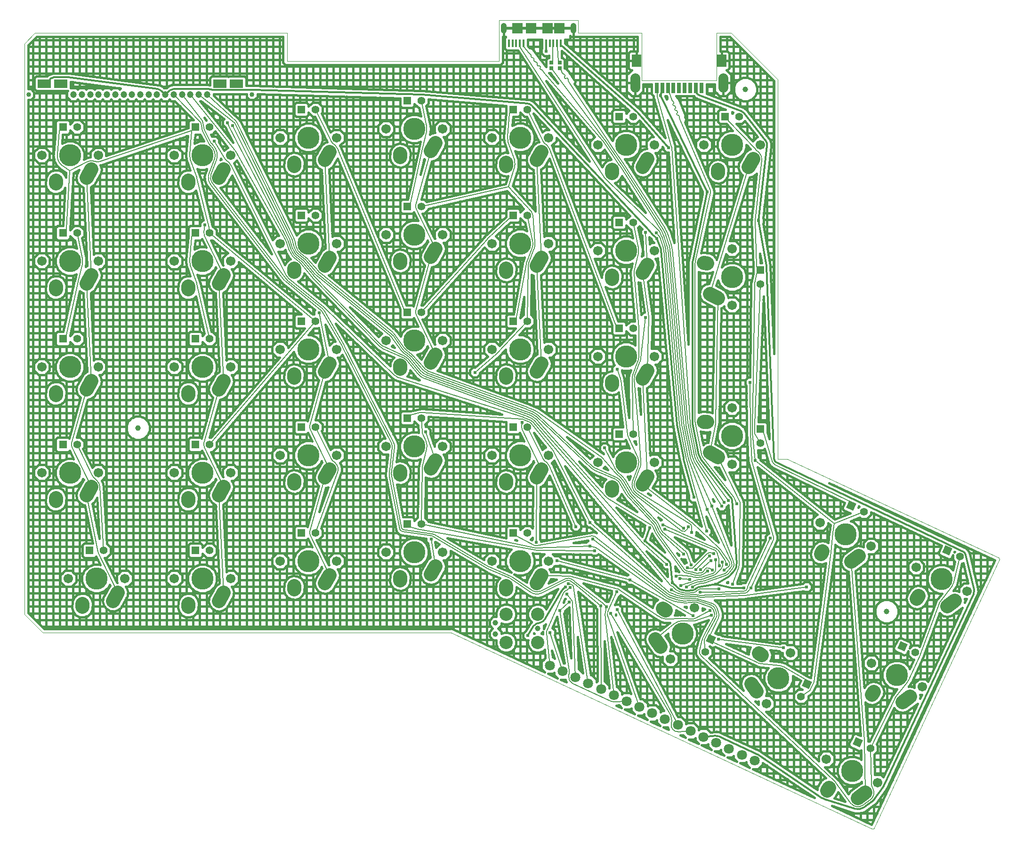
<source format=gtl>
%FSLAX46Y46*%
%OFA0.000000B0.000000*%
%SFA1B1*%
%MOMM*%
%AMFRECTNOHOLE10*
21,1,0.6500,0.6000,0.0000,0.0000,0*
%
%AMFRECTNOHOLE11*
21,1,0.7000,1.8000,0.0000,0.0000,0*
%
%AMFRECTNOHOLE12*
21,1,1.6400,2.2000,0.0000,0.0000,0*
%
%AMFRECTNOHOLE13*
21,1,1.8000,1.9000,0.0000,0.0000,0*
%
%AMFRECTNOHOLE14*
21,1,0.4000,1.3500,0.0000,0.0000,0*
%
%AMFRECTNOHOLE15*
21,1,1.9000,1.9000,0.0000,0.0000,0*
%
%AMFRECTNOHOLE16*
21,1,2.4000,1.5000,0.0000,0.0000,0*
%
%AMFRECTNOHOLE17*
21,1,1.4000,1.4000,0.0000,0.0000,0*
%
%AMFRECTNOHOLE18*
21,1,1.4000,1.4000,0.0000,0.0000,335*
%
%AMFRECTNOHOLE19*
21,1,1.4000,1.4000,0.0000,0.0000,245*
%
%ADD10FRECTNOHOLE10*%
%ADD11FRECTNOHOLE11*%
%ADD12FRECTNOHOLE12*%
%ADD13FRECTNOHOLE13*%
%ADD14FRECTNOHOLE14*%
%ADD15FRECTNOHOLE15*%
%ADD16FRECTNOHOLE16*%
%ADD17FRECTNOHOLE17*%
%ADD18FRECTNOHOLE18*%
%ADD19FRECTNOHOLE19*%
%ADD20C,0.0000X0.0000*%
%ADD21C,0.4000X0.0000*%
%ADD22C,0.3810X0.0000*%
%ADD23C,0.3048X0.0000*%
%ADD24C,0.1524X0.0000*%
%ADD25C,0.5080X0.0000*%
%ADD26C,0.6096X0.0000*%
%ADD27C,0.9906X0.0000*%
%ADD28C,2.3748X0.0000*%
%ADD29C,1.8000X0.0000*%
%ADD30C,1.0500X0.0000*%
%ADD31C,1.0000X0.0000*%
%ADD32C,1.2000X0.0000*%
%ADD33C,0.8500X0.0000*%
%ADD34C,1.4000X0.0000*%
%ADD35C,3.9878X0.0000*%
%ADD36C,1.7018X0.0000*%
%ADD37C,2.5000X0.0000*%
%LNICEDLeft-F_Cu*%
%LPD*%
G54D10*
X113919000Y-33901000D3*
X113919000Y-32901000D3*
X112395000Y-33901000D3*
X112395000Y-32901000D3*
G54D11*
X139382000Y-37459000D3*
X138382000Y-37459000D3*
X137382000Y-37459000D3*
X136382000Y-37459000D3*
X131382000Y-37459000D3*
X132382000Y-37459000D3*
X133382000Y-37459000D3*
X134382000Y-37459000D3*
X135382000Y-37459000D3*
G54D12*
X143052000Y-32559000D3*
X127712000Y-32559000D3*
G54D13*
X106281000Y-26723000D3*
X108781000Y-26723000D3*
G54D14*
X114081000Y-29398000D3*
X113431000Y-29398000D3*
X111481000Y-29398000D3*
X112131000Y-29398000D3*
X112781000Y-29398000D3*
X107381000Y-29398000D3*
X106731000Y-29398000D3*
X104781000Y-29398000D3*
X105431000Y-29398000D3*
X106081000Y-29398000D3*
G54D15*
X111706000Y-26723000D3*
X113856000Y-26723000D3*
G54D16*
X55797000Y-36665000D3*
X52797000Y-36665000D3*
X24197000Y-36665000D3*
X21197000Y-36665000D3*
G54D17*
X124587000Y-61668700D3*
X124587000Y-99769000D3*
X149987000Y-70241200D3*
X149987000Y-98816000D3*
X24575000Y-44526200D3*
X29337000Y-120724000D3*
X48387500Y-44526200D3*
X48387000Y-120724000D3*
X143637000Y-42621200D3*
X67437000Y-117549000D3*
X24575000Y-82624000D3*
X86487000Y-39751000D3*
X86487000Y-115951000D3*
X48387500Y-82624000D3*
X105537000Y-41348700D3*
X105537000Y-117549000D3*
X67437000Y-79449000D3*
X124587000Y-42621200D3*
X86487000Y-77851000D3*
X67437000Y-41348700D3*
X105537000Y-79449000D3*
X105537000Y-98499000D3*
X124598000Y-80708100D3*
X24575000Y-63573700D3*
X24575000Y-101674000D3*
X105537000Y-60398700D3*
X86487000Y-96901000D3*
X86487000Y-58801000D3*
X67437000Y-98499000D3*
X67437000Y-60398700D3*
X48387500Y-101674000D3*
X48387500Y-63573700D3*
G54D18*
X166332000Y-112678300D3*
X183596000Y-120728300D3*
X175544000Y-137994300D3*
X167492000Y-155261300D3*
G54D19*
X141133700Y-136662000D3*
X158397700Y-144713000D3*
G54D20*
X64897000Y-27559000D2*
X19558000Y-27559000D1*
X64897000Y-32639000D2*
X64897000Y-27559000D1*
X102997000Y-32639000D2*
X64897000Y-32639000D1*
X102997000Y-25273000D2*
X102997000Y-32639000D1*
X117221000Y-25273000D2*
X102997000Y-25273000D1*
X117221000Y-27559000D2*
X117221000Y-25273000D1*
X128651000Y-27559000D2*
X117221000Y-27559000D1*
X128651000Y-36068000D2*
X128651000Y-27559000D1*
X142113000Y-36068000D2*
X128651000Y-36068000D1*
X142113000Y-27559000D2*
X142113000Y-36068000D1*
X144780000Y-27559000D2*
X142113000Y-27559000D1*
X153162000Y-35941000D2*
X144780000Y-27559000D1*
X153162000Y-104267000D2*
X153162000Y-35941000D1*
X154813000Y-104267000D2*
X153162000Y-104267000D1*
X192913000Y-122047000D2*
X154813000Y-104267000D1*
X193040000Y-122301000D2*
X192913000Y-122047000D1*
X170434000Y-170815000D2*
X193040000Y-122301000D1*
X170053000Y-170815000D2*
X170434000Y-170815000D1*
X94361000Y-135509000D2*
X170053000Y-170815000D1*
X90170000Y-135509000D2*
X94361000Y-135509000D1*
X20955000Y-135509000D2*
X90170000Y-135509000D1*
X17653000Y-132207000D2*
X20955000Y-135509000D1*
X17653000Y-29464000D2*
X17653000Y-132207000D1*
X19558000Y-27559000D2*
X17653000Y-29464000D1*
G54D21*
X111349600Y-140095100D2*
X111198100Y-138572000D1*
X110658800Y-140785900D2*
X111349600Y-140095100D1*
X110658800Y-142012900D2*
X110658800Y-140785900D1*
X111250300Y-142604400D2*
X110658800Y-142012900D1*
X94773900Y-134919200D2*
X111250300Y-142604400D1*
X94654700Y-134800000D2*
X94773900Y-134919200D1*
X94518300Y-134800000D2*
X94654700Y-134800000D1*
X94394600Y-134742300D2*
X94518300Y-134800000D1*
X94236000Y-134800000D2*
X94394600Y-134742300D1*
X90463700Y-134800000D2*
X94236000Y-134800000D1*
X89876300Y-134800000D2*
X90463700Y-134800000D1*
X21248700Y-134800000D2*
X89876300Y-134800000D1*
X18362000Y-131913300D2*
X21248700Y-134800000D1*
X18362000Y-39621000D2*
X18362000Y-131913300D1*
X18813700Y-39621000D2*
X18362000Y-39621000D1*
X19403000Y-39031700D2*
X18813700Y-39621000D1*
X19403000Y-38198300D2*
X19403000Y-39031700D1*
X18813700Y-37609000D2*
X19403000Y-38198300D1*
X18362000Y-37609000D2*
X18813700Y-37609000D1*
X18362000Y-29757700D2*
X18362000Y-37609000D1*
X19851700Y-28268000D2*
X18362000Y-29757700D1*
X64188000Y-28268000D2*
X19851700Y-28268000D1*
X64188000Y-32345300D2*
X64188000Y-28268000D1*
X64188000Y-32932700D2*
X64188000Y-32345300D1*
X64603300Y-33348000D2*
X64188000Y-32932700D1*
X65190700Y-33348000D2*
X64603300Y-33348000D1*
X102703300Y-33348000D2*
X65190700Y-33348000D1*
X103290700Y-33348000D2*
X102703300Y-33348000D1*
X103706000Y-32932700D2*
X103290700Y-33348000D1*
X103706000Y-32345300D2*
X103706000Y-32932700D1*
X103706000Y-28254000D2*
X103706000Y-32345300D1*
X104193000Y-28254000D2*
X103706000Y-28254000D1*
X104193000Y-28289300D2*
X104193000Y-28254000D1*
X104000000Y-28482300D2*
X104193000Y-28289300D1*
X104000000Y-28723000D2*
X104000000Y-28482300D1*
X104000000Y-30073000D2*
X104000000Y-28723000D1*
X104000000Y-30313700D2*
X104000000Y-30073000D1*
X104340300Y-30654000D2*
X104000000Y-30313700D1*
X104581000Y-30654000D2*
X104340300Y-30654000D1*
X104740300Y-30654000D2*
X104581000Y-30654000D1*
X104981000Y-30654000D2*
X104740300Y-30654000D1*
X104990300Y-30654000D2*
X104981000Y-30654000D1*
X105221700Y-30654000D2*
X104990300Y-30654000D1*
X105231000Y-30654000D2*
X105221700Y-30654000D1*
X105390300Y-30654000D2*
X105231000Y-30654000D1*
X105631000Y-30654000D2*
X105390300Y-30654000D1*
X105640300Y-30654000D2*
X105631000Y-30654000D1*
X105871700Y-30654000D2*
X105640300Y-30654000D1*
X105881000Y-30654000D2*
X105871700Y-30654000D1*
X106040300Y-30654000D2*
X105881000Y-30654000D1*
X106281000Y-30654000D2*
X106040300Y-30654000D1*
X106290300Y-30654000D2*
X106281000Y-30654000D1*
X106369900Y-30654000D2*
X106290300Y-30654000D1*
X106397700Y-30709400D2*
X106369900Y-30654000D1*
X106405900Y-30725800D2*
X106397700Y-30709400D1*
X106423600Y-30756700D2*
X106405900Y-30725800D1*
X106433600Y-30772000D2*
X106423600Y-30756700D1*
X106453900Y-30803300D2*
X106433600Y-30772000D1*
X119308300Y-50659200D2*
X106453900Y-30803300D1*
X109399600Y-40106700D2*
X119308300Y-50659200D1*
X109262100Y-39960400D2*
X109399600Y-40106700D1*
X109216400Y-39911700D2*
X109262100Y-39960400D1*
X109107900Y-39831900D2*
X109216400Y-39911700D1*
X109046900Y-39802300D2*
X109107900Y-39831900D1*
X108686100Y-39627900D2*
X109046900Y-39802300D1*
X108624800Y-39598300D2*
X108686100Y-39627900D1*
X108494800Y-39562900D2*
X108624800Y-39598300D1*
X108428000Y-39557400D2*
X108494800Y-39562900D1*
X108228600Y-39540700D2*
X108428000Y-39557400D1*
X89178600Y-37943000D2*
X108228600Y-39540700D1*
X89159000Y-37941600D2*
X89178600Y-37943000D1*
X89099300Y-37938200D2*
X89159000Y-37941600D1*
X89078300Y-37937300D2*
X89099300Y-37938200D1*
X58640500Y-37076200D2*
X89078300Y-37937300D1*
X58630100Y-37076000D2*
X58640500Y-37076200D1*
X58608800Y-37075700D2*
X58630100Y-37076000D1*
X58599900Y-37075600D2*
X58608800Y-37075700D1*
X57578000Y-37073700D2*
X58599900Y-37075600D1*
X57578000Y-35915000D2*
X57578000Y-37073700D1*
X57578000Y-35674300D2*
X57578000Y-35915000D1*
X57237700Y-35334000D2*
X57578000Y-35674300D1*
X56997000Y-35334000D2*
X57237700Y-35334000D1*
X54597000Y-35334000D2*
X56997000Y-35334000D1*
X54356300Y-35334000D2*
X54597000Y-35334000D1*
X54297000Y-35393300D2*
X54356300Y-35334000D1*
X54237700Y-35334000D2*
X54297000Y-35393300D1*
X53997000Y-35334000D2*
X54237700Y-35334000D1*
X51597000Y-35334000D2*
X53997000Y-35334000D1*
X51356300Y-35334000D2*
X51597000Y-35334000D1*
X51016000Y-35674300D2*
X51356300Y-35334000D1*
X51016000Y-35915000D2*
X51016000Y-35674300D1*
X51016000Y-36962800D2*
X51016000Y-35915000D1*
X50833000Y-36932800D2*
X51016000Y-36962800D1*
X50800800Y-36900600D2*
X50833000Y-36932800D1*
X50550900Y-36900600D2*
X50800800Y-36900600D1*
X50536400Y-36900600D2*
X50550900Y-36900600D1*
X50497000Y-36900600D2*
X50536400Y-36900600D1*
X44497000Y-36900600D2*
X50497000Y-36900600D1*
X44319300Y-36900700D2*
X44497000Y-36900600D1*
X44253800Y-36900700D2*
X44319300Y-36900700D1*
X44193200Y-36900600D2*
X44253800Y-36900700D1*
X44179700Y-36914100D2*
X44193200Y-36900600D1*
X44125000Y-36924000D2*
X44179700Y-36914100D1*
X44063600Y-36946900D2*
X44125000Y-36924000D1*
X43732800Y-37070200D2*
X44063600Y-36946900D1*
X43671500Y-37093000D2*
X43732800Y-37070200D1*
X43558800Y-37159800D2*
X43671500Y-37093000D1*
X43509000Y-37202800D2*
X43558800Y-37159800D1*
X43375800Y-37318100D2*
X43509000Y-37202800D1*
X43241700Y-37434000D2*
X43375800Y-37318100D1*
X42752300Y-37434000D2*
X43241700Y-37434000D1*
X42618600Y-37318400D2*
X42752300Y-37434000D1*
X42510000Y-37224400D2*
X42618600Y-37318400D1*
X42469300Y-37189200D2*
X42510000Y-37224400D1*
X42379500Y-37131900D2*
X42469300Y-37189200D1*
X42330200Y-37109800D2*
X42379500Y-37131900D1*
X42067400Y-36991900D2*
X42330200Y-37109800D1*
X42018300Y-36969900D2*
X42067400Y-36991900D1*
X41915900Y-36940900D2*
X42018300Y-36969900D1*
X41862400Y-36933800D2*
X41915900Y-36940900D1*
X41718800Y-36915000D2*
X41862400Y-36933800D1*
X25735400Y-34835200D2*
X41718800Y-36915000D1*
X25700800Y-34800600D2*
X25735400Y-34835200D1*
X25409600Y-34800600D2*
X25700800Y-34800600D1*
X25397000Y-34800600D2*
X25409600Y-34800600D1*
X23300800Y-34800600D2*
X25397000Y-34800600D1*
X22959600Y-34800600D2*
X23300800Y-34800600D1*
X22923700Y-34800600D2*
X22959600Y-34800600D1*
X22693200Y-34800600D2*
X22923700Y-34800600D1*
X22655800Y-34800600D2*
X22693200Y-34800600D1*
X22571300Y-34885100D2*
X22655800Y-34800600D1*
X22060000Y-35095800D2*
X22571300Y-34885100D1*
X22017200Y-35113400D2*
X22060000Y-35095800D1*
X21915900Y-35155100D2*
X22017200Y-35113400D1*
X21747200Y-35293200D2*
X21915900Y-35155100D1*
X21719900Y-35334000D2*
X21747200Y-35293200D1*
X19997000Y-35334000D2*
X21719900Y-35334000D1*
X19756300Y-35334000D2*
X19997000Y-35334000D1*
X19416000Y-35674300D2*
X19756300Y-35334000D1*
X19416000Y-35915000D2*
X19416000Y-35674300D1*
X19416000Y-37174300D2*
X19416000Y-35915000D1*
X19416000Y-37415000D2*
X19416000Y-37174300D1*
X19416000Y-37655700D2*
X19416000Y-37415000D1*
X19756300Y-37996000D2*
X19416000Y-37655700D1*
X19997000Y-37996000D2*
X19756300Y-37996000D1*
X20237700Y-37996000D2*
X19997000Y-37996000D1*
X22397000Y-37996000D2*
X20237700Y-37996000D1*
X22637700Y-37996000D2*
X22397000Y-37996000D1*
X22697000Y-37936700D2*
X22637700Y-37996000D1*
X22756300Y-37996000D2*
X22697000Y-37936700D1*
X22997000Y-37996000D2*
X22756300Y-37996000D1*
X23237700Y-37996000D2*
X22997000Y-37996000D1*
X25397000Y-37996000D2*
X23237700Y-37996000D1*
X25445800Y-37996000D2*
X25397000Y-37996000D1*
X25316000Y-38125800D2*
X25445800Y-37996000D1*
X25316000Y-39104200D2*
X25316000Y-38125800D1*
X26007800Y-39796000D2*
X25316000Y-39104200D1*
X26986200Y-39796000D2*
X26007800Y-39796000D1*
X27247000Y-39535200D2*
X26986200Y-39796000D1*
X27507800Y-39796000D2*
X27247000Y-39535200D1*
X28486200Y-39796000D2*
X27507800Y-39796000D1*
X28747000Y-39535200D2*
X28486200Y-39796000D1*
X29007800Y-39796000D2*
X28747000Y-39535200D1*
X29986200Y-39796000D2*
X29007800Y-39796000D1*
X30247000Y-39535200D2*
X29986200Y-39796000D1*
X30507800Y-39796000D2*
X30247000Y-39535200D1*
X31486200Y-39796000D2*
X30507800Y-39796000D1*
X31747000Y-39535200D2*
X31486200Y-39796000D1*
X32007800Y-39796000D2*
X31747000Y-39535200D1*
X32986200Y-39796000D2*
X32007800Y-39796000D1*
X33247000Y-39535200D2*
X32986200Y-39796000D1*
X33507800Y-39796000D2*
X33247000Y-39535200D1*
X34486200Y-39796000D2*
X33507800Y-39796000D1*
X34747000Y-39535200D2*
X34486200Y-39796000D1*
X35007800Y-39796000D2*
X34747000Y-39535200D1*
X35986200Y-39796000D2*
X35007800Y-39796000D1*
X36247000Y-39535200D2*
X35986200Y-39796000D1*
X36507800Y-39796000D2*
X36247000Y-39535200D1*
X37486200Y-39796000D2*
X36507800Y-39796000D1*
X37747000Y-39535200D2*
X37486200Y-39796000D1*
X38007800Y-39796000D2*
X37747000Y-39535200D1*
X38986200Y-39796000D2*
X38007800Y-39796000D1*
X39247000Y-39535200D2*
X38986200Y-39796000D1*
X39507800Y-39796000D2*
X39247000Y-39535200D1*
X40486200Y-39796000D2*
X39507800Y-39796000D1*
X40747000Y-39535200D2*
X40486200Y-39796000D1*
X41007800Y-39796000D2*
X40747000Y-39535200D1*
X41986200Y-39796000D2*
X41007800Y-39796000D1*
X42247000Y-39535200D2*
X41986200Y-39796000D1*
X42507800Y-39796000D2*
X42247000Y-39535200D1*
X43486200Y-39796000D2*
X42507800Y-39796000D1*
X43747000Y-39535200D2*
X43486200Y-39796000D1*
X44007800Y-39796000D2*
X43747000Y-39535200D1*
X44721300Y-39796000D2*
X44007800Y-39796000D1*
X48039600Y-43245200D2*
X44721300Y-39796000D1*
X47928200Y-43245200D2*
X48039600Y-43245200D1*
X47687500Y-43245200D2*
X47928200Y-43245200D1*
X47446800Y-43245200D2*
X47687500Y-43245200D1*
X47106500Y-43585500D2*
X47446800Y-43245200D1*
X47106500Y-43826200D2*
X47106500Y-43585500D1*
X47106500Y-44066900D2*
X47106500Y-43826200D1*
X47106500Y-44648700D2*
X47106500Y-44066900D1*
X32356900Y-49647400D2*
X47106500Y-44648700D1*
X32356900Y-49013100D2*
X32356900Y-49647400D1*
X31518100Y-48174300D2*
X32356900Y-49013100D1*
X30331900Y-48174300D2*
X31518100Y-48174300D1*
X29493100Y-49013100D2*
X30331900Y-48174300D1*
X29493100Y-49932700D2*
X29493100Y-49013100D1*
X29077200Y-49996500D2*
X29493100Y-49932700D1*
X29026100Y-50004400D2*
X29077200Y-49996500D1*
X28928600Y-50035400D2*
X29026100Y-50004400D1*
X28882100Y-50058700D2*
X28928600Y-50035400D1*
X28660800Y-50169800D2*
X28882100Y-50058700D1*
X28329600Y-50336400D2*
X28660800Y-50169800D1*
X28419900Y-50118400D2*
X28329600Y-50336400D1*
X28419900Y-49094000D2*
X28419900Y-50118400D1*
X28027900Y-48147600D2*
X28419900Y-49094000D1*
X27303600Y-47423300D2*
X28027900Y-48147600D1*
X26357200Y-47031300D2*
X27303600Y-47423300D1*
X25332800Y-47031300D2*
X26357200Y-47031300D1*
X24404000Y-47416000D2*
X25332800Y-47031300D1*
X24556600Y-45807200D2*
X24404000Y-47416000D1*
X25275000Y-45807200D2*
X24556600Y-45807200D1*
X25515700Y-45807200D2*
X25275000Y-45807200D1*
X25856000Y-45466900D2*
X25515700Y-45807200D1*
X25856000Y-45226200D2*
X25856000Y-45466900D1*
X25856000Y-45078800D2*
X25856000Y-45226200D1*
X26584400Y-45807200D2*
X25856000Y-45078800D1*
X27645600Y-45807200D2*
X26584400Y-45807200D1*
X28396000Y-45056800D2*
X27645600Y-45807200D1*
X28396000Y-43995600D2*
X28396000Y-45056800D1*
X27645600Y-43245200D2*
X28396000Y-43995600D1*
X26584400Y-43245200D2*
X27645600Y-43245200D1*
X25856000Y-43973600D2*
X26584400Y-43245200D1*
X25856000Y-43826200D2*
X25856000Y-43973600D1*
X25856000Y-43585500D2*
X25856000Y-43826200D1*
X25515700Y-43245200D2*
X25856000Y-43585500D1*
X25275000Y-43245200D2*
X25515700Y-43245200D1*
X24115700Y-43245200D2*
X25275000Y-43245200D1*
X23875000Y-43245200D2*
X24115700Y-43245200D1*
X23634300Y-43245200D2*
X23875000Y-43245200D1*
X23294000Y-43585500D2*
X23634300Y-43245200D1*
X23294000Y-43826200D2*
X23294000Y-43585500D1*
X23294000Y-44066900D2*
X23294000Y-43826200D1*
X23294000Y-45019900D2*
X23294000Y-44066900D1*
X23294000Y-45150000D2*
X23294000Y-45019900D1*
X23294000Y-45198700D2*
X23294000Y-45150000D1*
X22902300Y-49327000D2*
X23294000Y-45198700D1*
X22872800Y-49640900D2*
X22902300Y-49327000D1*
X22868600Y-49685500D2*
X22872800Y-49640900D1*
X22872300Y-49773900D2*
X22868600Y-49685500D1*
X22880100Y-49818000D2*
X22872300Y-49773900D1*
X22990100Y-50434000D2*
X22880100Y-49818000D1*
X22998000Y-50478100D2*
X22990100Y-50434000D1*
X23025100Y-50562300D2*
X22998000Y-50478100D1*
X23044600Y-50602800D2*
X23025100Y-50562300D1*
X23315300Y-51166900D2*
X23044600Y-50602800D1*
X23334700Y-51207300D2*
X23315300Y-51166900D1*
X23383400Y-51281100D2*
X23334700Y-51207300D1*
X23412700Y-51314800D2*
X23383400Y-51281100D1*
X23824200Y-51786100D2*
X23412700Y-51314800D1*
X23853700Y-51819800D2*
X23824200Y-51786100D1*
X23920300Y-51878000D2*
X23853700Y-51819800D1*
X23958000Y-51902900D2*
X23920300Y-51878000D1*
X24221000Y-52076000D2*
X23958000Y-51902900D1*
X25136300Y-52677800D2*
X24221000Y-52076000D1*
X25086000Y-53539100D2*
X25136300Y-52677800D1*
X24965900Y-53180400D2*
X25086000Y-53539100D1*
X24488000Y-52630700D2*
X24965900Y-53180400D1*
X23836100Y-52305700D2*
X24488000Y-52630700D1*
X23109400Y-52255000D2*
X23836100Y-52305700D1*
X22418700Y-52486200D2*
X23109400Y-52255000D1*
X21869000Y-52964100D2*
X22418700Y-52486200D1*
X21544000Y-53616000D2*
X21869000Y-52964100D1*
X21452900Y-54921300D2*
X21544000Y-53616000D1*
X21684100Y-55612000D2*
X21452900Y-54921300D1*
X22162000Y-56161700D2*
X21684100Y-55612000D1*
X22813900Y-56486700D2*
X22162000Y-56161700D1*
X23540600Y-56537400D2*
X22813900Y-56486700D1*
X24231300Y-56306200D2*
X23540600Y-56537400D1*
X24781000Y-55828300D2*
X24231300Y-56306200D1*
X24974900Y-55439300D2*
X24781000Y-55828300D1*
X24574300Y-62292700D2*
X24974900Y-55439300D1*
X24115700Y-62292700D2*
X24574300Y-62292700D1*
X23875000Y-62292700D2*
X24115700Y-62292700D1*
X23634300Y-62292700D2*
X23875000Y-62292700D1*
X23294000Y-62633000D2*
X23634300Y-62292700D1*
X23294000Y-62873700D2*
X23294000Y-62633000D1*
X23294000Y-63114400D2*
X23294000Y-62873700D1*
X23294000Y-64273700D2*
X23294000Y-63114400D1*
X23294000Y-64514400D2*
X23294000Y-64273700D1*
X23634300Y-64854700D2*
X23294000Y-64514400D1*
X23875000Y-64854700D2*
X23634300Y-64854700D1*
X25275000Y-64854700D2*
X23875000Y-64854700D1*
X25515700Y-64854700D2*
X25275000Y-64854700D1*
X25856000Y-64514400D2*
X25515700Y-64854700D1*
X25856000Y-64273700D2*
X25856000Y-64514400D1*
X25856000Y-64126300D2*
X25856000Y-64273700D1*
X26584400Y-64854700D2*
X25856000Y-64126300D1*
X26715500Y-64854700D2*
X26584400Y-64854700D1*
X27035500Y-66359700D2*
X26715500Y-64854700D1*
X26357200Y-66078800D2*
X27035500Y-66359700D1*
X25332800Y-66078800D2*
X26357200Y-66078800D1*
X24386400Y-66470800D2*
X25332800Y-66078800D1*
X23662100Y-67195100D2*
X24386400Y-66470800D1*
X23270100Y-68141500D2*
X23662100Y-67195100D1*
X23270100Y-69165900D2*
X23270100Y-68141500D1*
X23662100Y-70112300D2*
X23270100Y-69165900D1*
X24386400Y-70836600D2*
X23662100Y-70112300D1*
X25332800Y-71228600D2*
X24386400Y-70836600D1*
X26357200Y-71228600D2*
X25332800Y-71228600D1*
X26974900Y-70972700D2*
X26357200Y-71228600D1*
X26694700Y-72136000D2*
X26974900Y-70972700D1*
X26693000Y-72143100D2*
X26694700Y-72136000D1*
X26686700Y-72170600D2*
X26693000Y-72143100D1*
X26685700Y-72175100D2*
X26686700Y-72170600D1*
X24652600Y-81343000D2*
X26685700Y-72175100D1*
X24115700Y-81343000D2*
X24652600Y-81343000D1*
X23875000Y-81343000D2*
X24115700Y-81343000D1*
X23634300Y-81343000D2*
X23875000Y-81343000D1*
X23294000Y-81683300D2*
X23634300Y-81343000D1*
X23294000Y-81924000D2*
X23294000Y-81683300D1*
X23294000Y-82164700D2*
X23294000Y-81924000D1*
X23294000Y-83324000D2*
X23294000Y-82164700D1*
X23294000Y-83564700D2*
X23294000Y-83324000D1*
X23634300Y-83905000D2*
X23294000Y-83564700D1*
X23875000Y-83905000D2*
X23634300Y-83905000D1*
X25275000Y-83905000D2*
X23875000Y-83905000D1*
X25515700Y-83905000D2*
X25275000Y-83905000D1*
X25856000Y-83564700D2*
X25515700Y-83905000D1*
X25856000Y-83324000D2*
X25856000Y-83564700D1*
X25856000Y-83176600D2*
X25856000Y-83324000D1*
X26584400Y-83905000D2*
X25856000Y-83176600D1*
X27645600Y-83905000D2*
X26584400Y-83905000D1*
X28396000Y-83154600D2*
X27645600Y-83905000D1*
X28396000Y-82093400D2*
X28396000Y-83154600D1*
X27645600Y-81343000D2*
X28396000Y-82093400D1*
X26584400Y-81343000D2*
X27645600Y-81343000D1*
X25856000Y-82071400D2*
X26584400Y-81343000D1*
X25856000Y-82000200D2*
X25856000Y-82071400D1*
X25856000Y-81987600D2*
X25856000Y-82000200D1*
X27616200Y-74050200D2*
X25856000Y-81987600D1*
X27639000Y-74078900D2*
X27616200Y-74050200D1*
X28269000Y-74428000D2*
X27639000Y-74078900D1*
X28918900Y-88549900D2*
X28269000Y-74428000D1*
X28800000Y-88584000D2*
X28918900Y-88549900D1*
X28229900Y-89037500D2*
X28800000Y-88584000D1*
X27067200Y-91135200D2*
X28229900Y-89037500D1*
X26984700Y-91858900D2*
X27067200Y-91135200D1*
X27185500Y-92559100D2*
X26984700Y-91858900D1*
X27639000Y-93129200D2*
X27185500Y-92559100D1*
X27749600Y-93190500D2*
X27639000Y-93129200D1*
X25696100Y-100573400D2*
X27749600Y-93190500D1*
X25515700Y-100393000D2*
X25696100Y-100573400D1*
X25275000Y-100393000D2*
X25515700Y-100393000D1*
X24115700Y-100393000D2*
X25275000Y-100393000D1*
X23875000Y-100393000D2*
X24115700Y-100393000D1*
X23634300Y-100393000D2*
X23875000Y-100393000D1*
X23294000Y-100733300D2*
X23634300Y-100393000D1*
X23294000Y-100974000D2*
X23294000Y-100733300D1*
X23294000Y-101214700D2*
X23294000Y-100974000D1*
X23294000Y-102374000D2*
X23294000Y-101214700D1*
X23294000Y-102614700D2*
X23294000Y-102374000D1*
X23634300Y-102955000D2*
X23294000Y-102614700D1*
X23875000Y-102955000D2*
X23634300Y-102955000D1*
X25275000Y-102955000D2*
X23875000Y-102955000D1*
X25515700Y-102955000D2*
X25275000Y-102955000D1*
X25766000Y-102704700D2*
X25515700Y-102955000D1*
X26501800Y-104239000D2*
X25766000Y-102704700D1*
X26357200Y-104179100D2*
X26501800Y-104239000D1*
X25332800Y-104179100D2*
X26357200Y-104179100D1*
X24386400Y-104571100D2*
X25332800Y-104179100D1*
X23662100Y-105295400D2*
X24386400Y-104571100D1*
X23270100Y-106241800D2*
X23662100Y-105295400D1*
X23270100Y-107266200D2*
X23270100Y-106241800D1*
X23662100Y-108212600D2*
X23270100Y-107266200D1*
X24386400Y-108936900D2*
X23662100Y-108212600D1*
X25332800Y-109328900D2*
X24386400Y-108936900D1*
X26357200Y-109328900D2*
X25332800Y-109328900D1*
X27303600Y-108936900D2*
X26357200Y-109328900D1*
X28027900Y-108212600D2*
X27303600Y-108936900D1*
X28203800Y-107787900D2*
X28027900Y-108212600D1*
X28315000Y-108019800D2*
X28203800Y-107787900D1*
X28229900Y-108087500D2*
X28315000Y-108019800D1*
X27067200Y-110185200D2*
X28229900Y-108087500D1*
X26984700Y-110908900D2*
X27067200Y-110185200D1*
X27185500Y-111609100D2*
X26984700Y-110908900D1*
X27639000Y-112179200D2*
X27185500Y-111609100D1*
X28276100Y-112532300D2*
X27639000Y-112179200D1*
X28538700Y-112562200D2*
X28276100Y-112532300D1*
X29923900Y-119443000D2*
X28538700Y-112562200D1*
X28877700Y-119443000D2*
X29923900Y-119443000D1*
X28637000Y-119443000D2*
X28877700Y-119443000D1*
X28396300Y-119443000D2*
X28637000Y-119443000D1*
X28056000Y-119783300D2*
X28396300Y-119443000D1*
X28056000Y-120024000D2*
X28056000Y-119783300D1*
X28056000Y-120264700D2*
X28056000Y-120024000D1*
X28056000Y-121424000D2*
X28056000Y-120264700D1*
X28056000Y-121664700D2*
X28056000Y-121424000D1*
X28396300Y-122005000D2*
X28056000Y-121664700D1*
X28637000Y-122005000D2*
X28396300Y-122005000D1*
X30037000Y-122005000D2*
X28637000Y-122005000D1*
X30277700Y-122005000D2*
X30037000Y-122005000D1*
X30528000Y-121754700D2*
X30277700Y-122005000D1*
X31263800Y-123289000D2*
X30528000Y-121754700D1*
X31119200Y-123229100D2*
X31263800Y-123289000D1*
X30094800Y-123229100D2*
X31119200Y-123229100D1*
X29148400Y-123621100D2*
X30094800Y-123229100D1*
X28424100Y-124345400D2*
X29148400Y-123621100D1*
X28032100Y-125291800D2*
X28424100Y-124345400D1*
X28032100Y-126316200D2*
X28032100Y-125291800D1*
X28424100Y-127262600D2*
X28032100Y-126316200D1*
X29148400Y-127986900D2*
X28424100Y-127262600D1*
X30094800Y-128378900D2*
X29148400Y-127986900D1*
X31119200Y-128378900D2*
X30094800Y-128378900D1*
X32065600Y-127986900D2*
X31119200Y-128378900D1*
X32789900Y-127262600D2*
X32065600Y-127986900D1*
X32965800Y-126837900D2*
X32789900Y-127262600D1*
X33077000Y-127069800D2*
X32965800Y-126837900D1*
X32991900Y-127137500D2*
X33077000Y-127069800D1*
X31829200Y-129235200D2*
X32991900Y-127137500D1*
X31746700Y-129958900D2*
X31829200Y-129235200D1*
X31947500Y-130659100D2*
X31746700Y-129958900D1*
X32401000Y-131229200D2*
X31947500Y-130659100D1*
X33038100Y-131582300D2*
X32401000Y-131229200D1*
X33761800Y-131664800D2*
X33038100Y-131582300D1*
X34462000Y-131464000D2*
X33761800Y-131664800D1*
X35032100Y-131010500D2*
X34462000Y-131464000D1*
X36194800Y-128912800D2*
X35032100Y-131010500D1*
X36277300Y-128189100D2*
X36194800Y-128912800D1*
X36076500Y-127488900D2*
X36277300Y-128189100D1*
X35875200Y-127235900D2*
X36076500Y-127488900D1*
X36280100Y-127235900D2*
X35875200Y-127235900D1*
X37118900Y-126397100D2*
X36280100Y-127235900D1*
X37118900Y-125210900D2*
X37118900Y-126397100D1*
X36280100Y-124372100D2*
X37118900Y-125210900D1*
X35093900Y-124372100D2*
X36280100Y-124372100D1*
X34255100Y-125210900D2*
X35093900Y-124372100D1*
X34255100Y-126397100D2*
X34255100Y-125210900D1*
X34351400Y-126493400D2*
X34255100Y-126397100D1*
X34262200Y-126483200D2*
X34351400Y-126493400D1*
X34254500Y-126485400D2*
X34262200Y-126483200D1*
X32105800Y-122005000D2*
X34254500Y-126485400D1*
X32407600Y-122005000D2*
X32105800Y-122005000D1*
X33158000Y-121254600D2*
X32407600Y-122005000D1*
X33158000Y-120193400D2*
X33158000Y-121254600D1*
X32464100Y-119499500D2*
X33158000Y-120193400D1*
X31863100Y-109165100D2*
X32464100Y-119499500D1*
X31846000Y-108871800D2*
X31863100Y-109165100D1*
X31842500Y-108810900D2*
X31846000Y-108871800D1*
X31812700Y-108691500D2*
X31842500Y-108810900D1*
X31786800Y-108635100D2*
X31812700Y-108691500D1*
X31560400Y-108143600D2*
X31786800Y-108635100D1*
X32356900Y-107347100D2*
X31560400Y-108143600D1*
X32356900Y-106160900D2*
X32356900Y-107347100D1*
X31518100Y-105322100D2*
X32356900Y-106160900D1*
X30331900Y-105322100D2*
X31518100Y-105322100D1*
X29881600Y-105772400D2*
X30331900Y-105322100D1*
X28206000Y-102394600D2*
X29881600Y-105772400D1*
X28396000Y-102204600D2*
X28206000Y-102394600D1*
X28396000Y-101143400D2*
X28396000Y-102204600D1*
X27645600Y-100393000D2*
X28396000Y-101143400D1*
X27110600Y-100393000D2*
X27645600Y-100393000D1*
X29010800Y-93561700D2*
X27110600Y-100393000D1*
X29700000Y-93364000D2*
X29010800Y-93561700D1*
X30270100Y-92910500D2*
X29700000Y-93364000D1*
X31432800Y-90812800D2*
X30270100Y-92910500D1*
X31515300Y-90089100D2*
X31432800Y-90812800D1*
X31314500Y-89388900D2*
X31515300Y-90089100D1*
X31113200Y-89135900D2*
X31314500Y-89388900D1*
X31518100Y-89135900D2*
X31113200Y-89135900D1*
X32356900Y-88297100D2*
X31518100Y-89135900D1*
X32356900Y-87110900D2*
X32356900Y-88297100D1*
X31518100Y-86272100D2*
X32356900Y-87110900D1*
X30331900Y-86272100D2*
X31518100Y-86272100D1*
X30138800Y-86465200D2*
X30331900Y-86272100D1*
X29581100Y-74347800D2*
X30138800Y-86465200D1*
X29700000Y-74313700D2*
X29581100Y-74347800D1*
X30270100Y-73860200D2*
X29700000Y-74313700D1*
X31432800Y-71762500D2*
X30270100Y-73860200D1*
X31515300Y-71038800D2*
X31432800Y-71762500D1*
X31314500Y-70338600D2*
X31515300Y-71038800D1*
X31113200Y-70085600D2*
X31314500Y-70338600D1*
X31518100Y-70085600D2*
X31113200Y-70085600D1*
X32356900Y-69246800D2*
X31518100Y-70085600D1*
X32356900Y-68060600D2*
X32356900Y-69246800D1*
X31518100Y-67221800D2*
X32356900Y-68060600D1*
X30331900Y-67221800D2*
X31518100Y-67221800D1*
X30138800Y-67414900D2*
X30331900Y-67221800D1*
X29581100Y-55300300D2*
X30138800Y-67414900D1*
X29700000Y-55266200D2*
X29581100Y-55300300D1*
X30270100Y-54812700D2*
X29700000Y-55266200D1*
X31432800Y-52715000D2*
X30270100Y-54812700D1*
X31515300Y-51991300D2*
X31432800Y-52715000D1*
X31339900Y-51379800D2*
X31515300Y-51991300D1*
X31372200Y-51368800D2*
X31339900Y-51379800D1*
X31506600Y-51323300D2*
X31372200Y-51368800D1*
X47024200Y-46064300D2*
X31506600Y-51323300D1*
X46714300Y-49326600D2*
X47024200Y-46064300D1*
X46690700Y-49577300D2*
X46714300Y-49326600D1*
X46687400Y-49612700D2*
X46690700Y-49577300D1*
X46688400Y-49683900D2*
X46687400Y-49612700D1*
X46692700Y-49719300D2*
X46688400Y-49683900D1*
X46753700Y-50215000D2*
X46692700Y-49719300D1*
X46758000Y-50250300D2*
X46753700Y-50215000D1*
X46774300Y-50319600D2*
X46758000Y-50250300D1*
X46786200Y-50353200D2*
X46774300Y-50319600D1*
X46869200Y-50588600D2*
X46786200Y-50353200D1*
X47469900Y-52293300D2*
X46869200Y-50588600D1*
X46921400Y-52255000D2*
X47469900Y-52293300D1*
X46230700Y-52486200D2*
X46921400Y-52255000D1*
X45681000Y-52964100D2*
X46230700Y-52486200D1*
X45356000Y-53616000D2*
X45681000Y-52964100D1*
X45264900Y-54921300D2*
X45356000Y-53616000D1*
X45496100Y-55612000D2*
X45264900Y-54921300D1*
X45974000Y-56161700D2*
X45496100Y-55612000D1*
X46625900Y-56486700D2*
X45974000Y-56161700D1*
X47352600Y-56537400D2*
X46625900Y-56486700D1*
X48043300Y-56306200D2*
X47352600Y-56537400D1*
X48527700Y-55885100D2*
X48043300Y-56306200D1*
X49865600Y-61229800D2*
X48527700Y-55885100D1*
X49769400Y-61229800D2*
X49865600Y-61229800D1*
X49250500Y-61748700D2*
X49769400Y-61229800D1*
X49250500Y-62292700D2*
X49250500Y-61748700D1*
X49087500Y-62292700D2*
X49250500Y-62292700D1*
X47928200Y-62292700D2*
X49087500Y-62292700D1*
X47687500Y-62292700D2*
X47928200Y-62292700D1*
X47446800Y-62292700D2*
X47687500Y-62292700D1*
X47106500Y-62633000D2*
X47446800Y-62292700D1*
X47106500Y-62873700D2*
X47106500Y-62633000D1*
X47106500Y-63114400D2*
X47106500Y-62873700D1*
X47106500Y-64067400D2*
X47106500Y-63114400D1*
X47106500Y-64197500D2*
X47106500Y-64067400D1*
X47106500Y-64246100D2*
X47106500Y-64197500D1*
X46714300Y-68374100D2*
X47106500Y-64246100D1*
X46690700Y-68624800D2*
X46714300Y-68374100D1*
X46687400Y-68660200D2*
X46690700Y-68624800D1*
X46688400Y-68731400D2*
X46687400Y-68660200D1*
X46692700Y-68766800D2*
X46688400Y-68731400D1*
X46753700Y-69262500D2*
X46692700Y-68766800D1*
X46758000Y-69297800D2*
X46753700Y-69262500D1*
X46774300Y-69367100D2*
X46758000Y-69297800D1*
X46786200Y-69400700D2*
X46774300Y-69367100D1*
X46869200Y-69636100D2*
X46786200Y-69400700D1*
X47469900Y-71340800D2*
X46869200Y-69636100D1*
X46921400Y-71302500D2*
X47469900Y-71340800D1*
X46230700Y-71533700D2*
X46921400Y-71302500D1*
X45681000Y-72011600D2*
X46230700Y-71533700D1*
X45356000Y-72663500D2*
X45681000Y-72011600D1*
X45264900Y-73968800D2*
X45356000Y-72663500D1*
X45496100Y-74659500D2*
X45264900Y-73968800D1*
X45974000Y-75209200D2*
X45496100Y-74659500D1*
X46625900Y-75534200D2*
X45974000Y-75209200D1*
X47352600Y-75584900D2*
X46625900Y-75534200D1*
X48043300Y-75353700D2*
X47352600Y-75584900D1*
X48493400Y-74962400D2*
X48043300Y-75353700D1*
X50040800Y-81699100D2*
X48493400Y-74962400D1*
X49668500Y-82071400D2*
X50040800Y-81699100D1*
X49668500Y-81924000D2*
X49668500Y-82071400D1*
X49668500Y-81683300D2*
X49668500Y-81924000D1*
X49328200Y-81343000D2*
X49668500Y-81683300D1*
X49087500Y-81343000D2*
X49328200Y-81343000D1*
X47928200Y-81343000D2*
X49087500Y-81343000D1*
X47687500Y-81343000D2*
X47928200Y-81343000D1*
X47446800Y-81343000D2*
X47687500Y-81343000D1*
X47106500Y-81683300D2*
X47446800Y-81343000D1*
X47106500Y-81924000D2*
X47106500Y-81683300D1*
X47106500Y-82164700D2*
X47106500Y-81924000D1*
X47106500Y-83324000D2*
X47106500Y-82164700D1*
X47106500Y-83564700D2*
X47106500Y-83324000D1*
X47446800Y-83905000D2*
X47106500Y-83564700D1*
X47687500Y-83905000D2*
X47446800Y-83905000D1*
X49087500Y-83905000D2*
X47687500Y-83905000D1*
X49328200Y-83905000D2*
X49087500Y-83905000D1*
X49668500Y-83564700D2*
X49328200Y-83905000D1*
X49668500Y-83324000D2*
X49668500Y-83564700D1*
X49668500Y-83176600D2*
X49668500Y-83324000D1*
X50396900Y-83905000D2*
X49668500Y-83176600D1*
X51458100Y-83905000D2*
X50396900Y-83905000D1*
X52208500Y-83154600D2*
X51458100Y-83905000D1*
X52208500Y-82093400D2*
X52208500Y-83154600D1*
X51458100Y-81343000D2*
X52208500Y-82093400D1*
X51307600Y-81343000D2*
X51458100Y-81343000D1*
X49313000Y-72659200D2*
X51307600Y-81343000D1*
X49303400Y-72617100D2*
X49313000Y-72659200D1*
X49293900Y-72580700D2*
X49303400Y-72617100D1*
X49268900Y-72494600D2*
X49293900Y-72580700D1*
X49257500Y-72459000D2*
X49268900Y-72494600D1*
X49243300Y-72418800D2*
X49257500Y-72459000D1*
X48769100Y-71073000D2*
X49243300Y-72418800D1*
X49144800Y-71228600D2*
X48769100Y-71073000D1*
X50169200Y-71228600D2*
X49144800Y-71228600D1*
X51115600Y-70836600D2*
X50169200Y-71228600D1*
X51839900Y-70112300D2*
X51115600Y-70836600D1*
X52015900Y-69687400D2*
X51839900Y-70112300D1*
X52127100Y-69919400D2*
X52015900Y-69687400D1*
X52041900Y-69987200D2*
X52127100Y-69919400D1*
X50879200Y-72084900D2*
X52041900Y-69987200D1*
X50796700Y-72808600D2*
X50879200Y-72084900D1*
X50997500Y-73508800D2*
X50796700Y-72808600D1*
X51451000Y-74078900D2*
X50997500Y-73508800D1*
X52081000Y-74428000D2*
X51451000Y-74078900D1*
X52730900Y-88549900D2*
X52081000Y-74428000D1*
X52612000Y-88584000D2*
X52730900Y-88549900D1*
X52041900Y-89037500D2*
X52612000Y-88584000D1*
X50879200Y-91135200D2*
X52041900Y-89037500D1*
X50796700Y-91858900D2*
X50879200Y-91135200D1*
X50997500Y-92559100D2*
X50796700Y-91858900D1*
X51451000Y-93129200D2*
X50997500Y-92559100D1*
X51561700Y-93190500D2*
X51451000Y-93129200D1*
X49508500Y-100573300D2*
X51561700Y-93190500D1*
X49328200Y-100393000D2*
X49508500Y-100573300D1*
X49087500Y-100393000D2*
X49328200Y-100393000D1*
X47928200Y-100393000D2*
X49087500Y-100393000D1*
X47687500Y-100393000D2*
X47928200Y-100393000D1*
X47446800Y-100393000D2*
X47687500Y-100393000D1*
X47106500Y-100733300D2*
X47446800Y-100393000D1*
X47106500Y-100974000D2*
X47106500Y-100733300D1*
X47106500Y-101214700D2*
X47106500Y-100974000D1*
X47106500Y-102374000D2*
X47106500Y-101214700D1*
X47106500Y-102614700D2*
X47106500Y-102374000D1*
X47446800Y-102955000D2*
X47106500Y-102614700D1*
X47687500Y-102955000D2*
X47446800Y-102955000D1*
X49087500Y-102955000D2*
X47687500Y-102955000D1*
X49328200Y-102955000D2*
X49087500Y-102955000D1*
X49578600Y-102704600D2*
X49328200Y-102955000D1*
X50314400Y-104239200D2*
X49578600Y-102704600D1*
X50169200Y-104179100D2*
X50314400Y-104239200D1*
X49144800Y-104179100D2*
X50169200Y-104179100D1*
X48198400Y-104571100D2*
X49144800Y-104179100D1*
X47474100Y-105295400D2*
X48198400Y-104571100D1*
X47082100Y-106241800D2*
X47474100Y-105295400D1*
X47082100Y-107266200D2*
X47082100Y-106241800D1*
X47474100Y-108212600D2*
X47082100Y-107266200D1*
X48198400Y-108936900D2*
X47474100Y-108212600D1*
X49144800Y-109328900D2*
X48198400Y-108936900D1*
X50169200Y-109328900D2*
X49144800Y-109328900D1*
X51115600Y-108936900D2*
X50169200Y-109328900D1*
X51839900Y-108212600D2*
X51115600Y-108936900D1*
X52015900Y-107787700D2*
X51839900Y-108212600D1*
X52127100Y-108019700D2*
X52015900Y-107787700D1*
X52041900Y-108087500D2*
X52127100Y-108019700D1*
X50879200Y-110185200D2*
X52041900Y-108087500D1*
X50796700Y-110908900D2*
X50879200Y-110185200D1*
X50997500Y-111609100D2*
X50796700Y-110908900D1*
X51451000Y-112179200D2*
X50997500Y-111609100D1*
X52081000Y-112528300D2*
X51451000Y-112179200D1*
X52730900Y-126649900D2*
X52081000Y-112528300D1*
X52612000Y-126684000D2*
X52730900Y-126649900D1*
X52041900Y-127137500D2*
X52612000Y-126684000D1*
X50879200Y-129235200D2*
X52041900Y-127137500D1*
X50796700Y-129958900D2*
X50879200Y-129235200D1*
X50997500Y-130659100D2*
X50796700Y-129958900D1*
X51451000Y-131229200D2*
X50997500Y-130659100D1*
X52088100Y-131582300D2*
X51451000Y-131229200D1*
X52811800Y-131664800D2*
X52088100Y-131582300D1*
X53512000Y-131464000D2*
X52811800Y-131664800D1*
X54082100Y-131010500D2*
X53512000Y-131464000D1*
X55244800Y-128912800D2*
X54082100Y-131010500D1*
X55327300Y-128189100D2*
X55244800Y-128912800D1*
X55126500Y-127488900D2*
X55327300Y-128189100D1*
X54925200Y-127235900D2*
X55126500Y-127488900D1*
X55330100Y-127235900D2*
X54925200Y-127235900D1*
X56168900Y-126397100D2*
X55330100Y-127235900D1*
X56168900Y-125210900D2*
X56168900Y-126397100D1*
X55330100Y-124372100D2*
X56168900Y-125210900D1*
X54143900Y-124372100D2*
X55330100Y-124372100D1*
X53950800Y-124565200D2*
X54143900Y-124372100D1*
X53393100Y-112448100D2*
X53950800Y-124565200D1*
X53512000Y-112414000D2*
X53393100Y-112448100D1*
X54082100Y-111960500D2*
X53512000Y-112414000D1*
X55244800Y-109862800D2*
X54082100Y-111960500D1*
X55327300Y-109139100D2*
X55244800Y-109862800D1*
X55126500Y-108438900D2*
X55327300Y-109139100D1*
X54925200Y-108185900D2*
X55126500Y-108438900D1*
X55330100Y-108185900D2*
X54925200Y-108185900D1*
X56168900Y-107347100D2*
X55330100Y-108185900D1*
X56168900Y-106160900D2*
X56168900Y-107347100D1*
X55330100Y-105322100D2*
X56168900Y-106160900D1*
X54143900Y-105322100D2*
X55330100Y-105322100D1*
X53305100Y-106160900D2*
X54143900Y-105322100D1*
X53305100Y-107347100D2*
X53305100Y-106160900D1*
X53401400Y-107443400D2*
X53305100Y-107347100D1*
X53312200Y-107433200D2*
X53401400Y-107443400D1*
X53304600Y-107435400D2*
X53312200Y-107433200D1*
X51156300Y-102955000D2*
X53304600Y-107435400D1*
X51458100Y-102955000D2*
X51156300Y-102955000D1*
X52208500Y-102204600D2*
X51458100Y-102955000D1*
X52208500Y-101189300D2*
X52208500Y-102204600D1*
X66132100Y-84944700D2*
X52208500Y-101189300D1*
X66132100Y-85041200D2*
X66132100Y-84944700D1*
X66524100Y-85987600D2*
X66132100Y-85041200D1*
X67248400Y-86711900D2*
X66524100Y-85987600D1*
X68194800Y-87103900D2*
X67248400Y-86711900D1*
X69219200Y-87103900D2*
X68194800Y-87103900D1*
X70165600Y-86711900D2*
X69219200Y-87103900D1*
X70889900Y-85987600D2*
X70165600Y-86711900D1*
X71281900Y-85041200D2*
X70889900Y-85987600D1*
X71281900Y-84228600D2*
X71281900Y-85041200D1*
X71536500Y-85508800D2*
X71281900Y-84228600D1*
X71091900Y-85862500D2*
X71536500Y-85508800D1*
X69929200Y-87960200D2*
X71091900Y-85862500D1*
X69846700Y-88683900D2*
X69929200Y-87960200D1*
X70047500Y-89384100D2*
X69846700Y-88683900D1*
X70501000Y-89954200D2*
X70047500Y-89384100D1*
X70611600Y-90015500D2*
X70501000Y-89954200D1*
X68558100Y-97398400D2*
X70611600Y-90015500D1*
X68377700Y-97218000D2*
X68558100Y-97398400D1*
X68137000Y-97218000D2*
X68377700Y-97218000D1*
X66977700Y-97218000D2*
X68137000Y-97218000D1*
X66737000Y-97218000D2*
X66977700Y-97218000D1*
X66496300Y-97218000D2*
X66737000Y-97218000D1*
X66156000Y-97558300D2*
X66496300Y-97218000D1*
X66156000Y-97799000D2*
X66156000Y-97558300D1*
X66156000Y-98039700D2*
X66156000Y-97799000D1*
X66156000Y-99199000D2*
X66156000Y-98039700D1*
X66156000Y-99439700D2*
X66156000Y-99199000D1*
X66496300Y-99780000D2*
X66156000Y-99439700D1*
X66737000Y-99780000D2*
X66496300Y-99780000D1*
X68137000Y-99780000D2*
X66737000Y-99780000D1*
X68377700Y-99780000D2*
X68137000Y-99780000D1*
X68628000Y-99529700D2*
X68377700Y-99780000D1*
X69363800Y-101064000D2*
X68628000Y-99529700D1*
X69219200Y-101004100D2*
X69363800Y-101064000D1*
X68194800Y-101004100D2*
X69219200Y-101004100D1*
X67248400Y-101396100D2*
X68194800Y-101004100D1*
X66524100Y-102120400D2*
X67248400Y-101396100D1*
X66132100Y-103066800D2*
X66524100Y-102120400D1*
X66132100Y-104091200D2*
X66132100Y-103066800D1*
X66524100Y-105037600D2*
X66132100Y-104091200D1*
X67248400Y-105761900D2*
X66524100Y-105037600D1*
X68194800Y-106153900D2*
X67248400Y-105761900D1*
X69219200Y-106153900D2*
X68194800Y-106153900D1*
X70165600Y-105761900D2*
X69219200Y-106153900D1*
X70889900Y-105037600D2*
X70165600Y-105761900D1*
X71065800Y-104612900D2*
X70889900Y-105037600D1*
X71177000Y-104844800D2*
X71065800Y-104612900D1*
X71091900Y-104912500D2*
X71177000Y-104844800D1*
X69929200Y-107010200D2*
X71091900Y-104912500D1*
X69846700Y-107733900D2*
X69929200Y-107010200D1*
X70047500Y-108434100D2*
X69846700Y-107733900D1*
X70501000Y-109004200D2*
X70047500Y-108434100D1*
X70611600Y-109065500D2*
X70501000Y-109004200D1*
X68558100Y-116448400D2*
X70611600Y-109065500D1*
X68377700Y-116268000D2*
X68558100Y-116448400D1*
X68137000Y-116268000D2*
X68377700Y-116268000D1*
X66977700Y-116268000D2*
X68137000Y-116268000D1*
X66737000Y-116268000D2*
X66977700Y-116268000D1*
X66496300Y-116268000D2*
X66737000Y-116268000D1*
X66156000Y-116608300D2*
X66496300Y-116268000D1*
X66156000Y-116849000D2*
X66156000Y-116608300D1*
X66156000Y-117089700D2*
X66156000Y-116849000D1*
X66156000Y-118249000D2*
X66156000Y-117089700D1*
X66156000Y-118489700D2*
X66156000Y-118249000D1*
X66496300Y-118830000D2*
X66156000Y-118489700D1*
X66737000Y-118830000D2*
X66496300Y-118830000D1*
X68137000Y-118830000D2*
X66737000Y-118830000D1*
X68377700Y-118830000D2*
X68137000Y-118830000D1*
X68628000Y-118579700D2*
X68377700Y-118830000D1*
X69363800Y-120114000D2*
X68628000Y-118579700D1*
X69219200Y-120054100D2*
X69363800Y-120114000D1*
X68194800Y-120054100D2*
X69219200Y-120054100D1*
X67248400Y-120446100D2*
X68194800Y-120054100D1*
X66524100Y-121170400D2*
X67248400Y-120446100D1*
X66132100Y-122116800D2*
X66524100Y-121170400D1*
X66132100Y-123141200D2*
X66132100Y-122116800D1*
X66524100Y-124087600D2*
X66132100Y-123141200D1*
X67248400Y-124811900D2*
X66524100Y-124087600D1*
X68194800Y-125203900D2*
X67248400Y-124811900D1*
X69219200Y-125203900D2*
X68194800Y-125203900D1*
X70165600Y-124811900D2*
X69219200Y-125203900D1*
X70889900Y-124087600D2*
X70165600Y-124811900D1*
X71065800Y-123662900D2*
X70889900Y-124087600D1*
X71177000Y-123894800D2*
X71065800Y-123662900D1*
X71091900Y-123962500D2*
X71177000Y-123894800D1*
X69929200Y-126060200D2*
X71091900Y-123962500D1*
X69846700Y-126783900D2*
X69929200Y-126060200D1*
X70047500Y-127484100D2*
X69846700Y-126783900D1*
X70501000Y-128054200D2*
X70047500Y-127484100D1*
X71138100Y-128407300D2*
X70501000Y-128054200D1*
X71861800Y-128489800D2*
X71138100Y-128407300D1*
X72562000Y-128289000D2*
X71861800Y-128489800D1*
X73132100Y-127835500D2*
X72562000Y-128289000D1*
X74294800Y-125737800D2*
X73132100Y-127835500D1*
X74377300Y-125014100D2*
X74294800Y-125737800D1*
X74176500Y-124313900D2*
X74377300Y-125014100D1*
X73975200Y-124060900D2*
X74176500Y-124313900D1*
X74380100Y-124060900D2*
X73975200Y-124060900D1*
X75218900Y-123222100D2*
X74380100Y-124060900D1*
X75218900Y-122035900D2*
X75218900Y-123222100D1*
X74380100Y-121197100D2*
X75218900Y-122035900D1*
X73193900Y-121197100D2*
X74380100Y-121197100D1*
X72355100Y-122035900D2*
X73193900Y-121197100D1*
X72355100Y-123222100D2*
X72355100Y-122035900D1*
X72451400Y-123318400D2*
X72355100Y-123222100D1*
X72362200Y-123308200D2*
X72451400Y-123318400D1*
X72354500Y-123310400D2*
X72362200Y-123308200D1*
X70205800Y-118830000D2*
X72354500Y-123310400D1*
X70507600Y-118830000D2*
X70205800Y-118830000D1*
X71258000Y-118079600D2*
X70507600Y-118830000D1*
X71258000Y-117018400D2*
X71258000Y-118079600D1*
X70975500Y-116735900D2*
X71258000Y-117018400D1*
X74593400Y-106880800D2*
X70975500Y-116735900D1*
X74671500Y-106667900D2*
X74593400Y-106880800D1*
X74687700Y-106623700D2*
X74671500Y-106667900D1*
X74707400Y-106530400D2*
X74687700Y-106623700D1*
X74710400Y-106483000D2*
X74707400Y-106530400D1*
X74738800Y-106032900D2*
X74710400Y-106483000D1*
X74741800Y-105985900D2*
X74738800Y-106032900D1*
X74734100Y-105890800D2*
X74741800Y-105985900D1*
X74723400Y-105844300D2*
X74734100Y-105890800D1*
X74621800Y-105402200D2*
X74723400Y-105844300D1*
X74611000Y-105355200D2*
X74621800Y-105402200D1*
X74576300Y-105266300D2*
X74611000Y-105355200D1*
X74553000Y-105225300D2*
X74576300Y-105266300D1*
X74412900Y-104978100D2*
X74553000Y-105225300D1*
X75218900Y-104172100D2*
X74412900Y-104978100D1*
X75218900Y-102985900D2*
X75218900Y-104172100D1*
X74380100Y-102147100D2*
X75218900Y-102985900D1*
X73193900Y-102147100D2*
X74380100Y-102147100D1*
X72743600Y-102597400D2*
X73193900Y-102147100D1*
X71068000Y-99219600D2*
X72743600Y-102597400D1*
X71258000Y-99029600D2*
X71068000Y-99219600D1*
X71258000Y-97968400D2*
X71258000Y-99029600D1*
X70507600Y-97218000D2*
X71258000Y-97968400D1*
X69972600Y-97218000D2*
X70507600Y-97218000D1*
X71872800Y-90386700D2*
X69972600Y-97218000D1*
X72562000Y-90189000D2*
X71872800Y-90386700D1*
X73132100Y-89735500D2*
X72562000Y-90189000D1*
X74294800Y-87637800D2*
X73132100Y-89735500D1*
X74377300Y-86914100D2*
X74294800Y-87637800D1*
X74176500Y-86213900D2*
X74377300Y-86914100D1*
X73975200Y-85960900D2*
X74176500Y-86213900D1*
X74380100Y-85960900D2*
X73975200Y-85960900D1*
X74841100Y-85499900D2*
X74380100Y-85960900D1*
X82507100Y-100549100D2*
X74841100Y-85499900D1*
X82083900Y-100549100D2*
X82507100Y-100549100D1*
X81245100Y-101387900D2*
X82083900Y-100549100D1*
X81245100Y-102574100D2*
X81245100Y-101387900D1*
X82083900Y-103412900D2*
X81245100Y-102574100D1*
X83009400Y-103412900D2*
X82083900Y-103412900D1*
X82682200Y-106176800D2*
X83009400Y-103412900D1*
X82680500Y-106192800D2*
X82682200Y-106176800D1*
X82671800Y-106285600D2*
X82680500Y-106192800D1*
X82670500Y-106301100D2*
X82671800Y-106285600D1*
X82630100Y-106879500D2*
X82670500Y-106301100D1*
X82621400Y-107003400D2*
X82630100Y-106879500D1*
X82619900Y-107025100D2*
X82621400Y-107003400D1*
X82619700Y-107067600D2*
X82619900Y-107025100D1*
X82621000Y-107088500D2*
X82619700Y-107067600D1*
X82636100Y-107341800D2*
X82621000Y-107088500D1*
X82637400Y-107363600D2*
X82636100Y-107341800D1*
X82642700Y-107405700D2*
X82637400Y-107363600D1*
X82646800Y-107427100D2*
X82642700Y-107405700D1*
X82670400Y-107549600D2*
X82646800Y-107427100D1*
X84468100Y-116904400D2*
X82670400Y-107549600D1*
X84488400Y-117010100D2*
X84468100Y-116904400D1*
X84497900Y-117059800D2*
X84488400Y-117010100D1*
X84532500Y-117156100D2*
X84497900Y-117059800D1*
X84557000Y-117200800D2*
X84532500Y-117156100D1*
X84659300Y-117388200D2*
X84557000Y-117200800D1*
X84683500Y-117432600D2*
X84659300Y-117388200D1*
X84745800Y-117513800D2*
X84683500Y-117432600D1*
X84782300Y-117548700D2*
X84745800Y-117513800D1*
X84936800Y-117696200D2*
X84782300Y-117548700D1*
X84973400Y-117731100D2*
X84936800Y-117696200D1*
X85057300Y-117789500D2*
X84973400Y-117731100D1*
X85102600Y-117811500D2*
X85057300Y-117789500D1*
X85294600Y-117905100D2*
X85102600Y-117811500D1*
X85340000Y-117927300D2*
X85294600Y-117905100D1*
X85437800Y-117957400D2*
X85340000Y-117927300D1*
X85488400Y-117964800D2*
X85437800Y-117957400D1*
X85594700Y-117980200D2*
X85488400Y-117964800D1*
X89909600Y-118603600D2*
X85594700Y-117980200D1*
X89909600Y-119050400D2*
X89909600Y-118603600D1*
X90240100Y-119380900D2*
X89909600Y-119050400D1*
X90647500Y-121962300D2*
X90240100Y-119380900D1*
X90141900Y-122364500D2*
X90647500Y-121962300D1*
X88979200Y-124462200D2*
X90141900Y-122364500D1*
X88896700Y-125185900D2*
X88979200Y-124462200D1*
X89097500Y-125886100D2*
X88896700Y-125185900D1*
X89551000Y-126456200D2*
X89097500Y-125886100D1*
X90188100Y-126809300D2*
X89551000Y-126456200D1*
X90911800Y-126891800D2*
X90188100Y-126809300D1*
X91612000Y-126691000D2*
X90911800Y-126891800D1*
X92182100Y-126237500D2*
X91612000Y-126691000D1*
X93344800Y-124139800D2*
X92182100Y-126237500D1*
X93427300Y-123416100D2*
X93344800Y-124139800D1*
X93226500Y-122715900D2*
X93427300Y-123416100D1*
X93025200Y-122462900D2*
X93226500Y-122715900D1*
X93430100Y-122462900D2*
X93025200Y-122462900D1*
X94268900Y-121624100D2*
X93430100Y-122462900D1*
X94268900Y-120783800D2*
X94268900Y-121624100D1*
X100613600Y-124519400D2*
X94268900Y-120783800D1*
X100652800Y-124542500D2*
X100613600Y-124519400D1*
X100687600Y-124561600D2*
X100652800Y-124542500D1*
X100771200Y-124604300D2*
X100687600Y-124561600D1*
X100807700Y-124621600D2*
X100771200Y-124604300D1*
X100848800Y-124639400D2*
X100807700Y-124621600D1*
X103199700Y-125666400D2*
X100848800Y-124639400D1*
X102831000Y-125986900D2*
X103199700Y-125666400D1*
X102506000Y-126638800D2*
X102831000Y-125986900D1*
X102414900Y-127944100D2*
X102506000Y-126638800D1*
X102646100Y-128634800D2*
X102414900Y-127944100D1*
X103124000Y-129184500D2*
X102646100Y-128634800D1*
X103775900Y-129509500D2*
X103124000Y-129184500D1*
X104502600Y-129560200D2*
X103775900Y-129509500D1*
X105193300Y-129329000D2*
X104502600Y-129560200D1*
X105743000Y-128851100D2*
X105193300Y-129329000D1*
X106068000Y-128199200D2*
X105743000Y-128851100D1*
X106132300Y-127278200D2*
X106068000Y-128199200D1*
X108357100Y-128778900D2*
X106132300Y-127278200D1*
X108570100Y-128922400D2*
X108357100Y-128778900D1*
X108605300Y-128946200D2*
X108570100Y-128922400D1*
X108682400Y-128984600D2*
X108605300Y-128946200D1*
X108723700Y-128998800D2*
X108682400Y-128984600D1*
X109205700Y-129164400D2*
X108723700Y-128998800D1*
X109245900Y-129178200D2*
X109205700Y-129164400D1*
X109330300Y-129195400D2*
X109245900Y-129178200D1*
X109373800Y-129198500D2*
X109330300Y-129195400D1*
X109882300Y-129233700D2*
X109373800Y-129198500D1*
X109924700Y-129236700D2*
X109882300Y-129233700D1*
X110010700Y-129231400D2*
X109924700Y-129236700D1*
X110053500Y-129223100D2*
X110010700Y-129231400D1*
X110553800Y-129125500D2*
X110053500Y-129223100D1*
X110596600Y-129117100D2*
X110553800Y-129125500D1*
X110678300Y-129089700D2*
X110596600Y-129117100D1*
X110716500Y-129071000D2*
X110678300Y-129089700D1*
X110945500Y-128959100D2*
X110716500Y-129071000D1*
X113627300Y-127648800D2*
X110945500Y-128959100D1*
X111505000Y-131262500D2*
X113627300Y-127648800D1*
X111481300Y-131205200D2*
X111505000Y-131262500D1*
X110983800Y-130707700D2*
X111481300Y-131205200D1*
X110333800Y-130438500D2*
X110983800Y-130707700D1*
X109630200Y-130438500D2*
X110333800Y-130438500D1*
X108980200Y-130707700D2*
X109630200Y-130438500D1*
X108482700Y-131205200D2*
X108980200Y-130707700D1*
X108213500Y-131855200D2*
X108482700Y-131205200D1*
X108213500Y-132558800D2*
X108213500Y-131855200D1*
X108482700Y-133208800D2*
X108213500Y-132558800D1*
X108855800Y-133581900D2*
X108482700Y-133208800D1*
X108815100Y-133613000D2*
X108855800Y-133581900D1*
X108722000Y-133717400D2*
X108815100Y-133613000D1*
X108686300Y-133777200D2*
X108722000Y-133717400D1*
X108599800Y-133922000D2*
X108686300Y-133777200D1*
X107878500Y-135131200D2*
X108599800Y-133922000D1*
X107837100Y-135131200D2*
X107878500Y-135131200D1*
X107318200Y-135650100D2*
X107837100Y-135131200D1*
X107318200Y-136383900D2*
X107318200Y-135650100D1*
X107837100Y-136902800D2*
X107318200Y-136383900D1*
X108226900Y-136902800D2*
X107837100Y-136902800D1*
X108213500Y-136935200D2*
X108226900Y-136902800D1*
X108213500Y-137638800D2*
X108213500Y-136935200D1*
X108482700Y-138288800D2*
X108213500Y-137638800D1*
X108980200Y-138786300D2*
X108482700Y-138288800D1*
X109630200Y-139055500D2*
X108980200Y-138786300D1*
X110333800Y-139055500D2*
X109630200Y-139055500D1*
X110983800Y-138786300D2*
X110333800Y-139055500D1*
X111198100Y-138572000D2*
X110983800Y-138786300D1*
X111198100Y-138572000D2*
X110983800Y-138786300D1*
X110983800Y-138786300D2*
X110333800Y-139055500D1*
X110333800Y-139055500D2*
X109630200Y-139055500D1*
X109630200Y-139055500D2*
X108980200Y-138786300D1*
X108980200Y-138786300D2*
X108482700Y-138288800D1*
X108482700Y-138288800D2*
X108213500Y-137638800D1*
X108213500Y-137638800D2*
X108213500Y-136935200D1*
X108213500Y-136935200D2*
X108226900Y-136902800D1*
X108226900Y-136902800D2*
X107837100Y-136902800D1*
X107837100Y-136902800D2*
X107318200Y-136383900D1*
X107318200Y-136383900D2*
X107318200Y-135650100D1*
X107318200Y-135650100D2*
X107837100Y-135131200D1*
X107837100Y-135131200D2*
X107878500Y-135131200D1*
X107878500Y-135131200D2*
X108599800Y-133922000D1*
X108599800Y-133922000D2*
X108686300Y-133777200D1*
X108686300Y-133777200D2*
X108722000Y-133717400D1*
X108722000Y-133717400D2*
X108815100Y-133613000D1*
X108815100Y-133613000D2*
X108855800Y-133581900D1*
X108855800Y-133581900D2*
X108482700Y-133208800D1*
X108482700Y-133208800D2*
X108213500Y-132558800D1*
X108213500Y-132558800D2*
X108213500Y-131855200D1*
X108213500Y-131855200D2*
X108482700Y-131205200D1*
X108482700Y-131205200D2*
X108980200Y-130707700D1*
X108980200Y-130707700D2*
X109630200Y-130438500D1*
X109630200Y-130438500D2*
X110333800Y-130438500D1*
X110333800Y-130438500D2*
X110983800Y-130707700D1*
X110983800Y-130707700D2*
X111481300Y-131205200D1*
X111481300Y-131205200D2*
X111505000Y-131262500D1*
X111505000Y-131262500D2*
X113627300Y-127648800D1*
X113627300Y-127648800D2*
X110945500Y-128959100D1*
X110945500Y-128959100D2*
X110716500Y-129071000D1*
X110716500Y-129071000D2*
X110678300Y-129089700D1*
X110678300Y-129089700D2*
X110596600Y-129117100D1*
X110596600Y-129117100D2*
X110553800Y-129125500D1*
X110553800Y-129125500D2*
X110053500Y-129223100D1*
X110053500Y-129223100D2*
X110010700Y-129231400D1*
X110010700Y-129231400D2*
X109924700Y-129236700D1*
X109924700Y-129236700D2*
X109882300Y-129233700D1*
X109882300Y-129233700D2*
X109373800Y-129198500D1*
X109373800Y-129198500D2*
X109330300Y-129195400D1*
X109330300Y-129195400D2*
X109245900Y-129178200D1*
X109245900Y-129178200D2*
X109205700Y-129164400D1*
X109205700Y-129164400D2*
X108723700Y-128998800D1*
X108723700Y-128998800D2*
X108682400Y-128984600D1*
X108682400Y-128984600D2*
X108605300Y-128946200D1*
X108605300Y-128946200D2*
X108570100Y-128922400D1*
X108570100Y-128922400D2*
X108357100Y-128778900D1*
X108357100Y-128778900D2*
X106132300Y-127278200D1*
X106132300Y-127278200D2*
X106068000Y-128199200D1*
X106068000Y-128199200D2*
X105743000Y-128851100D1*
X105743000Y-128851100D2*
X105193300Y-129329000D1*
X105193300Y-129329000D2*
X104502600Y-129560200D1*
X104502600Y-129560200D2*
X103775900Y-129509500D1*
X103775900Y-129509500D2*
X103124000Y-129184500D1*
X103124000Y-129184500D2*
X102646100Y-128634800D1*
X102646100Y-128634800D2*
X102414900Y-127944100D1*
X102414900Y-127944100D2*
X102506000Y-126638800D1*
X102506000Y-126638800D2*
X102831000Y-125986900D1*
X102831000Y-125986900D2*
X103199700Y-125666400D1*
X103199700Y-125666400D2*
X100848800Y-124639400D1*
X100848800Y-124639400D2*
X100807700Y-124621600D1*
X100807700Y-124621600D2*
X100771200Y-124604300D1*
X100771200Y-124604300D2*
X100687600Y-124561600D1*
X100687600Y-124561600D2*
X100652800Y-124542500D1*
X100652800Y-124542500D2*
X100613600Y-124519400D1*
X100613600Y-124519400D2*
X94268900Y-120783800D1*
X94268900Y-120783800D2*
X94268900Y-121624100D1*
X94268900Y-121624100D2*
X93430100Y-122462900D1*
X93430100Y-122462900D2*
X93025200Y-122462900D1*
X93025200Y-122462900D2*
X93226500Y-122715900D1*
X93226500Y-122715900D2*
X93427300Y-123416100D1*
X93427300Y-123416100D2*
X93344800Y-124139800D1*
X93344800Y-124139800D2*
X92182100Y-126237500D1*
X92182100Y-126237500D2*
X91612000Y-126691000D1*
X91612000Y-126691000D2*
X90911800Y-126891800D1*
X90911800Y-126891800D2*
X90188100Y-126809300D1*
X90188100Y-126809300D2*
X89551000Y-126456200D1*
X89551000Y-126456200D2*
X89097500Y-125886100D1*
X89097500Y-125886100D2*
X88896700Y-125185900D1*
X88896700Y-125185900D2*
X88979200Y-124462200D1*
X88979200Y-124462200D2*
X90141900Y-122364500D1*
X90141900Y-122364500D2*
X90647500Y-121962300D1*
X90647500Y-121962300D2*
X90240100Y-119380900D1*
X90240100Y-119380900D2*
X89909600Y-119050400D1*
X89909600Y-119050400D2*
X89909600Y-118603600D1*
X89909600Y-118603600D2*
X85594700Y-117980200D1*
X85594700Y-117980200D2*
X85488400Y-117964800D1*
X85488400Y-117964800D2*
X85437800Y-117957400D1*
X85437800Y-117957400D2*
X85340000Y-117927300D1*
X85340000Y-117927300D2*
X85294600Y-117905100D1*
X85294600Y-117905100D2*
X85102600Y-117811500D1*
X85102600Y-117811500D2*
X85057300Y-117789500D1*
X85057300Y-117789500D2*
X84973400Y-117731100D1*
X84973400Y-117731100D2*
X84936800Y-117696200D1*
X84936800Y-117696200D2*
X84782300Y-117548700D1*
X84782300Y-117548700D2*
X84745800Y-117513800D1*
X84745800Y-117513800D2*
X84683500Y-117432600D1*
X84683500Y-117432600D2*
X84659300Y-117388200D1*
X84659300Y-117388200D2*
X84557000Y-117200800D1*
X84557000Y-117200800D2*
X84532500Y-117156100D1*
X84532500Y-117156100D2*
X84497900Y-117059800D1*
X84497900Y-117059800D2*
X84488400Y-117010100D1*
X84488400Y-117010100D2*
X84468100Y-116904400D1*
X84468100Y-116904400D2*
X82670400Y-107549600D1*
X82670400Y-107549600D2*
X82646800Y-107427100D1*
X82646800Y-107427100D2*
X82642700Y-107405700D1*
X82642700Y-107405700D2*
X82637400Y-107363600D1*
X82637400Y-107363600D2*
X82636100Y-107341800D1*
X82636100Y-107341800D2*
X82621000Y-107088500D1*
X82621000Y-107088500D2*
X82619700Y-107067600D1*
X82619700Y-107067600D2*
X82619900Y-107025100D1*
X82619900Y-107025100D2*
X82621400Y-107003400D1*
X82621400Y-107003400D2*
X82630100Y-106879500D1*
X82630100Y-106879500D2*
X82670500Y-106301100D1*
X82670500Y-106301100D2*
X82671800Y-106285600D1*
X82671800Y-106285600D2*
X82680500Y-106192800D1*
X82680500Y-106192800D2*
X82682200Y-106176800D1*
X82682200Y-106176800D2*
X83009400Y-103412900D1*
X83009400Y-103412900D2*
X82083900Y-103412900D1*
X82083900Y-103412900D2*
X81245100Y-102574100D1*
X81245100Y-102574100D2*
X81245100Y-101387900D1*
X81245100Y-101387900D2*
X82083900Y-100549100D1*
X82083900Y-100549100D2*
X82507100Y-100549100D1*
X82507100Y-100549100D2*
X74841100Y-85499900D1*
X74841100Y-85499900D2*
X74380100Y-85960900D1*
X74380100Y-85960900D2*
X73975200Y-85960900D1*
X73975200Y-85960900D2*
X74176500Y-86213900D1*
X74176500Y-86213900D2*
X74377300Y-86914100D1*
X74377300Y-86914100D2*
X74294800Y-87637800D1*
X74294800Y-87637800D2*
X73132100Y-89735500D1*
X73132100Y-89735500D2*
X72562000Y-90189000D1*
X72562000Y-90189000D2*
X71872800Y-90386700D1*
X71872800Y-90386700D2*
X69972600Y-97218000D1*
X69972600Y-97218000D2*
X70507600Y-97218000D1*
X70507600Y-97218000D2*
X71258000Y-97968400D1*
X71258000Y-97968400D2*
X71258000Y-99029600D1*
X71258000Y-99029600D2*
X71068000Y-99219600D1*
X71068000Y-99219600D2*
X72743600Y-102597400D1*
X72743600Y-102597400D2*
X73193900Y-102147100D1*
X73193900Y-102147100D2*
X74380100Y-102147100D1*
X74380100Y-102147100D2*
X75218900Y-102985900D1*
X75218900Y-102985900D2*
X75218900Y-104172100D1*
X75218900Y-104172100D2*
X74412900Y-104978100D1*
X74412900Y-104978100D2*
X74553000Y-105225300D1*
X74553000Y-105225300D2*
X74576300Y-105266300D1*
X74576300Y-105266300D2*
X74611000Y-105355200D1*
X74611000Y-105355200D2*
X74621800Y-105402200D1*
X74621800Y-105402200D2*
X74723400Y-105844300D1*
X74723400Y-105844300D2*
X74734100Y-105890800D1*
X74734100Y-105890800D2*
X74741800Y-105985900D1*
X74741800Y-105985900D2*
X74738800Y-106032900D1*
X74738800Y-106032900D2*
X74710400Y-106483000D1*
X74710400Y-106483000D2*
X74707400Y-106530400D1*
X74707400Y-106530400D2*
X74687700Y-106623700D1*
X74687700Y-106623700D2*
X74671500Y-106667900D1*
X74671500Y-106667900D2*
X74593400Y-106880800D1*
X74593400Y-106880800D2*
X70975500Y-116735900D1*
X70975500Y-116735900D2*
X71258000Y-117018400D1*
X71258000Y-117018400D2*
X71258000Y-118079600D1*
X71258000Y-118079600D2*
X70507600Y-118830000D1*
X70507600Y-118830000D2*
X70205800Y-118830000D1*
X70205800Y-118830000D2*
X72354500Y-123310400D1*
X72354500Y-123310400D2*
X72362200Y-123308200D1*
X72362200Y-123308200D2*
X72451400Y-123318400D1*
X72451400Y-123318400D2*
X72355100Y-123222100D1*
X72355100Y-123222100D2*
X72355100Y-122035900D1*
X72355100Y-122035900D2*
X73193900Y-121197100D1*
X73193900Y-121197100D2*
X74380100Y-121197100D1*
X74380100Y-121197100D2*
X75218900Y-122035900D1*
X75218900Y-122035900D2*
X75218900Y-123222100D1*
X75218900Y-123222100D2*
X74380100Y-124060900D1*
X74380100Y-124060900D2*
X73975200Y-124060900D1*
X73975200Y-124060900D2*
X74176500Y-124313900D1*
X74176500Y-124313900D2*
X74377300Y-125014100D1*
X74377300Y-125014100D2*
X74294800Y-125737800D1*
X74294800Y-125737800D2*
X73132100Y-127835500D1*
X73132100Y-127835500D2*
X72562000Y-128289000D1*
X72562000Y-128289000D2*
X71861800Y-128489800D1*
X71861800Y-128489800D2*
X71138100Y-128407300D1*
X71138100Y-128407300D2*
X70501000Y-128054200D1*
X70501000Y-128054200D2*
X70047500Y-127484100D1*
X70047500Y-127484100D2*
X69846700Y-126783900D1*
X69846700Y-126783900D2*
X69929200Y-126060200D1*
X69929200Y-126060200D2*
X71091900Y-123962500D1*
X71091900Y-123962500D2*
X71177000Y-123894800D1*
X71177000Y-123894800D2*
X71065800Y-123662900D1*
X71065800Y-123662900D2*
X70889900Y-124087600D1*
X70889900Y-124087600D2*
X70165600Y-124811900D1*
X70165600Y-124811900D2*
X69219200Y-125203900D1*
X69219200Y-125203900D2*
X68194800Y-125203900D1*
X68194800Y-125203900D2*
X67248400Y-124811900D1*
X67248400Y-124811900D2*
X66524100Y-124087600D1*
X66524100Y-124087600D2*
X66132100Y-123141200D1*
X66132100Y-123141200D2*
X66132100Y-122116800D1*
X66132100Y-122116800D2*
X66524100Y-121170400D1*
X66524100Y-121170400D2*
X67248400Y-120446100D1*
X67248400Y-120446100D2*
X68194800Y-120054100D1*
X68194800Y-120054100D2*
X69219200Y-120054100D1*
X69219200Y-120054100D2*
X69363800Y-120114000D1*
X69363800Y-120114000D2*
X68628000Y-118579700D1*
X68628000Y-118579700D2*
X68377700Y-118830000D1*
X68377700Y-118830000D2*
X68137000Y-118830000D1*
X68137000Y-118830000D2*
X66737000Y-118830000D1*
X66737000Y-118830000D2*
X66496300Y-118830000D1*
X66496300Y-118830000D2*
X66156000Y-118489700D1*
X66156000Y-118489700D2*
X66156000Y-118249000D1*
X66156000Y-118249000D2*
X66156000Y-117089700D1*
X66156000Y-117089700D2*
X66156000Y-116849000D1*
X66156000Y-116849000D2*
X66156000Y-116608300D1*
X66156000Y-116608300D2*
X66496300Y-116268000D1*
X66496300Y-116268000D2*
X66737000Y-116268000D1*
X66737000Y-116268000D2*
X66977700Y-116268000D1*
X66977700Y-116268000D2*
X68137000Y-116268000D1*
X68137000Y-116268000D2*
X68377700Y-116268000D1*
X68377700Y-116268000D2*
X68558100Y-116448400D1*
X68558100Y-116448400D2*
X70611600Y-109065500D1*
X70611600Y-109065500D2*
X70501000Y-109004200D1*
X70501000Y-109004200D2*
X70047500Y-108434100D1*
X70047500Y-108434100D2*
X69846700Y-107733900D1*
X69846700Y-107733900D2*
X69929200Y-107010200D1*
X69929200Y-107010200D2*
X71091900Y-104912500D1*
X71091900Y-104912500D2*
X71177000Y-104844800D1*
X71177000Y-104844800D2*
X71065800Y-104612900D1*
X71065800Y-104612900D2*
X70889900Y-105037600D1*
X70889900Y-105037600D2*
X70165600Y-105761900D1*
X70165600Y-105761900D2*
X69219200Y-106153900D1*
X69219200Y-106153900D2*
X68194800Y-106153900D1*
X68194800Y-106153900D2*
X67248400Y-105761900D1*
X67248400Y-105761900D2*
X66524100Y-105037600D1*
X66524100Y-105037600D2*
X66132100Y-104091200D1*
X66132100Y-104091200D2*
X66132100Y-103066800D1*
X66132100Y-103066800D2*
X66524100Y-102120400D1*
X66524100Y-102120400D2*
X67248400Y-101396100D1*
X67248400Y-101396100D2*
X68194800Y-101004100D1*
X68194800Y-101004100D2*
X69219200Y-101004100D1*
X69219200Y-101004100D2*
X69363800Y-101064000D1*
X69363800Y-101064000D2*
X68628000Y-99529700D1*
X68628000Y-99529700D2*
X68377700Y-99780000D1*
X68377700Y-99780000D2*
X68137000Y-99780000D1*
X68137000Y-99780000D2*
X66737000Y-99780000D1*
X66737000Y-99780000D2*
X66496300Y-99780000D1*
X66496300Y-99780000D2*
X66156000Y-99439700D1*
X66156000Y-99439700D2*
X66156000Y-99199000D1*
X66156000Y-99199000D2*
X66156000Y-98039700D1*
X66156000Y-98039700D2*
X66156000Y-97799000D1*
X66156000Y-97799000D2*
X66156000Y-97558300D1*
X66156000Y-97558300D2*
X66496300Y-97218000D1*
X66496300Y-97218000D2*
X66737000Y-97218000D1*
X66737000Y-97218000D2*
X66977700Y-97218000D1*
X66977700Y-97218000D2*
X68137000Y-97218000D1*
X68137000Y-97218000D2*
X68377700Y-97218000D1*
X68377700Y-97218000D2*
X68558100Y-97398400D1*
X68558100Y-97398400D2*
X70611600Y-90015500D1*
X70611600Y-90015500D2*
X70501000Y-89954200D1*
X70501000Y-89954200D2*
X70047500Y-89384100D1*
X70047500Y-89384100D2*
X69846700Y-88683900D1*
X69846700Y-88683900D2*
X69929200Y-87960200D1*
X69929200Y-87960200D2*
X71091900Y-85862500D1*
X71091900Y-85862500D2*
X71536500Y-85508800D1*
X71536500Y-85508800D2*
X71281900Y-84228600D1*
X71281900Y-84228600D2*
X71281900Y-85041200D1*
X71281900Y-85041200D2*
X70889900Y-85987600D1*
X70889900Y-85987600D2*
X70165600Y-86711900D1*
X70165600Y-86711900D2*
X69219200Y-87103900D1*
X69219200Y-87103900D2*
X68194800Y-87103900D1*
X68194800Y-87103900D2*
X67248400Y-86711900D1*
X67248400Y-86711900D2*
X66524100Y-85987600D1*
X66524100Y-85987600D2*
X66132100Y-85041200D1*
X66132100Y-85041200D2*
X66132100Y-84944700D1*
X66132100Y-84944700D2*
X52208500Y-101189300D1*
X52208500Y-101189300D2*
X52208500Y-102204600D1*
X52208500Y-102204600D2*
X51458100Y-102955000D1*
X51458100Y-102955000D2*
X51156300Y-102955000D1*
X51156300Y-102955000D2*
X53304600Y-107435400D1*
X53304600Y-107435400D2*
X53312200Y-107433200D1*
X53312200Y-107433200D2*
X53401400Y-107443400D1*
X53401400Y-107443400D2*
X53305100Y-107347100D1*
X53305100Y-107347100D2*
X53305100Y-106160900D1*
X53305100Y-106160900D2*
X54143900Y-105322100D1*
X54143900Y-105322100D2*
X55330100Y-105322100D1*
X55330100Y-105322100D2*
X56168900Y-106160900D1*
X56168900Y-106160900D2*
X56168900Y-107347100D1*
X56168900Y-107347100D2*
X55330100Y-108185900D1*
X55330100Y-108185900D2*
X54925200Y-108185900D1*
X54925200Y-108185900D2*
X55126500Y-108438900D1*
X55126500Y-108438900D2*
X55327300Y-109139100D1*
X55327300Y-109139100D2*
X55244800Y-109862800D1*
X55244800Y-109862800D2*
X54082100Y-111960500D1*
X54082100Y-111960500D2*
X53512000Y-112414000D1*
X53512000Y-112414000D2*
X53393100Y-112448100D1*
X53393100Y-112448100D2*
X53950800Y-124565200D1*
X53950800Y-124565200D2*
X54143900Y-124372100D1*
X54143900Y-124372100D2*
X55330100Y-124372100D1*
X55330100Y-124372100D2*
X56168900Y-125210900D1*
X56168900Y-125210900D2*
X56168900Y-126397100D1*
X56168900Y-126397100D2*
X55330100Y-127235900D1*
X55330100Y-127235900D2*
X54925200Y-127235900D1*
X54925200Y-127235900D2*
X55126500Y-127488900D1*
X55126500Y-127488900D2*
X55327300Y-128189100D1*
X55327300Y-128189100D2*
X55244800Y-128912800D1*
X55244800Y-128912800D2*
X54082100Y-131010500D1*
X54082100Y-131010500D2*
X53512000Y-131464000D1*
X53512000Y-131464000D2*
X52811800Y-131664800D1*
X52811800Y-131664800D2*
X52088100Y-131582300D1*
X52088100Y-131582300D2*
X51451000Y-131229200D1*
X51451000Y-131229200D2*
X50997500Y-130659100D1*
X50997500Y-130659100D2*
X50796700Y-129958900D1*
X50796700Y-129958900D2*
X50879200Y-129235200D1*
X50879200Y-129235200D2*
X52041900Y-127137500D1*
X52041900Y-127137500D2*
X52612000Y-126684000D1*
X52612000Y-126684000D2*
X52730900Y-126649900D1*
X52730900Y-126649900D2*
X52081000Y-112528300D1*
X52081000Y-112528300D2*
X51451000Y-112179200D1*
X51451000Y-112179200D2*
X50997500Y-111609100D1*
X50997500Y-111609100D2*
X50796700Y-110908900D1*
X50796700Y-110908900D2*
X50879200Y-110185200D1*
X50879200Y-110185200D2*
X52041900Y-108087500D1*
X52041900Y-108087500D2*
X52127100Y-108019700D1*
X52127100Y-108019700D2*
X52015900Y-107787700D1*
X52015900Y-107787700D2*
X51839900Y-108212600D1*
X51839900Y-108212600D2*
X51115600Y-108936900D1*
X51115600Y-108936900D2*
X50169200Y-109328900D1*
X50169200Y-109328900D2*
X49144800Y-109328900D1*
X49144800Y-109328900D2*
X48198400Y-108936900D1*
X48198400Y-108936900D2*
X47474100Y-108212600D1*
X47474100Y-108212600D2*
X47082100Y-107266200D1*
X47082100Y-107266200D2*
X47082100Y-106241800D1*
X47082100Y-106241800D2*
X47474100Y-105295400D1*
X47474100Y-105295400D2*
X48198400Y-104571100D1*
X48198400Y-104571100D2*
X49144800Y-104179100D1*
X49144800Y-104179100D2*
X50169200Y-104179100D1*
X50169200Y-104179100D2*
X50314400Y-104239200D1*
X50314400Y-104239200D2*
X49578600Y-102704600D1*
X49578600Y-102704600D2*
X49328200Y-102955000D1*
X49328200Y-102955000D2*
X49087500Y-102955000D1*
X49087500Y-102955000D2*
X47687500Y-102955000D1*
X47687500Y-102955000D2*
X47446800Y-102955000D1*
X47446800Y-102955000D2*
X47106500Y-102614700D1*
X47106500Y-102614700D2*
X47106500Y-102374000D1*
X47106500Y-102374000D2*
X47106500Y-101214700D1*
X47106500Y-101214700D2*
X47106500Y-100974000D1*
X47106500Y-100974000D2*
X47106500Y-100733300D1*
X47106500Y-100733300D2*
X47446800Y-100393000D1*
X47446800Y-100393000D2*
X47687500Y-100393000D1*
X47687500Y-100393000D2*
X47928200Y-100393000D1*
X47928200Y-100393000D2*
X49087500Y-100393000D1*
X49087500Y-100393000D2*
X49328200Y-100393000D1*
X49328200Y-100393000D2*
X49508500Y-100573300D1*
X49508500Y-100573300D2*
X51561700Y-93190500D1*
X51561700Y-93190500D2*
X51451000Y-93129200D1*
X51451000Y-93129200D2*
X50997500Y-92559100D1*
X50997500Y-92559100D2*
X50796700Y-91858900D1*
X50796700Y-91858900D2*
X50879200Y-91135200D1*
X50879200Y-91135200D2*
X52041900Y-89037500D1*
X52041900Y-89037500D2*
X52612000Y-88584000D1*
X52612000Y-88584000D2*
X52730900Y-88549900D1*
X52730900Y-88549900D2*
X52081000Y-74428000D1*
X52081000Y-74428000D2*
X51451000Y-74078900D1*
X51451000Y-74078900D2*
X50997500Y-73508800D1*
X50997500Y-73508800D2*
X50796700Y-72808600D1*
X50796700Y-72808600D2*
X50879200Y-72084900D1*
X50879200Y-72084900D2*
X52041900Y-69987200D1*
X52041900Y-69987200D2*
X52127100Y-69919400D1*
X52127100Y-69919400D2*
X52015900Y-69687400D1*
X52015900Y-69687400D2*
X51839900Y-70112300D1*
X51839900Y-70112300D2*
X51115600Y-70836600D1*
X51115600Y-70836600D2*
X50169200Y-71228600D1*
X50169200Y-71228600D2*
X49144800Y-71228600D1*
X49144800Y-71228600D2*
X48769100Y-71073000D1*
X48769100Y-71073000D2*
X49243300Y-72418800D1*
X49243300Y-72418800D2*
X49257500Y-72459000D1*
X49257500Y-72459000D2*
X49268900Y-72494600D1*
X49268900Y-72494600D2*
X49293900Y-72580700D1*
X49293900Y-72580700D2*
X49303400Y-72617100D1*
X49303400Y-72617100D2*
X49313000Y-72659200D1*
X49313000Y-72659200D2*
X51307600Y-81343000D1*
X51307600Y-81343000D2*
X51458100Y-81343000D1*
X51458100Y-81343000D2*
X52208500Y-82093400D1*
X52208500Y-82093400D2*
X52208500Y-83154600D1*
X52208500Y-83154600D2*
X51458100Y-83905000D1*
X51458100Y-83905000D2*
X50396900Y-83905000D1*
X50396900Y-83905000D2*
X49668500Y-83176600D1*
X49668500Y-83176600D2*
X49668500Y-83324000D1*
X49668500Y-83324000D2*
X49668500Y-83564700D1*
X49668500Y-83564700D2*
X49328200Y-83905000D1*
X49328200Y-83905000D2*
X49087500Y-83905000D1*
X49087500Y-83905000D2*
X47687500Y-83905000D1*
X47687500Y-83905000D2*
X47446800Y-83905000D1*
X47446800Y-83905000D2*
X47106500Y-83564700D1*
X47106500Y-83564700D2*
X47106500Y-83324000D1*
X47106500Y-83324000D2*
X47106500Y-82164700D1*
X47106500Y-82164700D2*
X47106500Y-81924000D1*
X47106500Y-81924000D2*
X47106500Y-81683300D1*
X47106500Y-81683300D2*
X47446800Y-81343000D1*
X47446800Y-81343000D2*
X47687500Y-81343000D1*
X47687500Y-81343000D2*
X47928200Y-81343000D1*
X47928200Y-81343000D2*
X49087500Y-81343000D1*
X49087500Y-81343000D2*
X49328200Y-81343000D1*
X49328200Y-81343000D2*
X49668500Y-81683300D1*
X49668500Y-81683300D2*
X49668500Y-81924000D1*
X49668500Y-81924000D2*
X49668500Y-82071400D1*
X49668500Y-82071400D2*
X50040800Y-81699100D1*
X50040800Y-81699100D2*
X48493400Y-74962400D1*
X48493400Y-74962400D2*
X48043300Y-75353700D1*
X48043300Y-75353700D2*
X47352600Y-75584900D1*
X47352600Y-75584900D2*
X46625900Y-75534200D1*
X46625900Y-75534200D2*
X45974000Y-75209200D1*
X45974000Y-75209200D2*
X45496100Y-74659500D1*
X45496100Y-74659500D2*
X45264900Y-73968800D1*
X45264900Y-73968800D2*
X45356000Y-72663500D1*
X45356000Y-72663500D2*
X45681000Y-72011600D1*
X45681000Y-72011600D2*
X46230700Y-71533700D1*
X46230700Y-71533700D2*
X46921400Y-71302500D1*
X46921400Y-71302500D2*
X47469900Y-71340800D1*
X47469900Y-71340800D2*
X46869200Y-69636100D1*
X46869200Y-69636100D2*
X46786200Y-69400700D1*
X46786200Y-69400700D2*
X46774300Y-69367100D1*
X46774300Y-69367100D2*
X46758000Y-69297800D1*
X46758000Y-69297800D2*
X46753700Y-69262500D1*
X46753700Y-69262500D2*
X46692700Y-68766800D1*
X46692700Y-68766800D2*
X46688400Y-68731400D1*
X46688400Y-68731400D2*
X46687400Y-68660200D1*
X46687400Y-68660200D2*
X46690700Y-68624800D1*
X46690700Y-68624800D2*
X46714300Y-68374100D1*
X46714300Y-68374100D2*
X47106500Y-64246100D1*
X47106500Y-64246100D2*
X47106500Y-64197500D1*
X47106500Y-64197500D2*
X47106500Y-64067400D1*
X47106500Y-64067400D2*
X47106500Y-63114400D1*
X47106500Y-63114400D2*
X47106500Y-62873700D1*
X47106500Y-62873700D2*
X47106500Y-62633000D1*
X47106500Y-62633000D2*
X47446800Y-62292700D1*
X47446800Y-62292700D2*
X47687500Y-62292700D1*
X47687500Y-62292700D2*
X47928200Y-62292700D1*
X47928200Y-62292700D2*
X49087500Y-62292700D1*
X49087500Y-62292700D2*
X49250500Y-62292700D1*
X49250500Y-62292700D2*
X49250500Y-61748700D1*
X49250500Y-61748700D2*
X49769400Y-61229800D1*
X49769400Y-61229800D2*
X49865600Y-61229800D1*
X49865600Y-61229800D2*
X48527700Y-55885100D1*
X48527700Y-55885100D2*
X48043300Y-56306200D1*
X48043300Y-56306200D2*
X47352600Y-56537400D1*
X47352600Y-56537400D2*
X46625900Y-56486700D1*
X46625900Y-56486700D2*
X45974000Y-56161700D1*
X45974000Y-56161700D2*
X45496100Y-55612000D1*
X45496100Y-55612000D2*
X45264900Y-54921300D1*
X45264900Y-54921300D2*
X45356000Y-53616000D1*
X45356000Y-53616000D2*
X45681000Y-52964100D1*
X45681000Y-52964100D2*
X46230700Y-52486200D1*
X46230700Y-52486200D2*
X46921400Y-52255000D1*
X46921400Y-52255000D2*
X47469900Y-52293300D1*
X47469900Y-52293300D2*
X46869200Y-50588600D1*
X46869200Y-50588600D2*
X46786200Y-50353200D1*
X46786200Y-50353200D2*
X46774300Y-50319600D1*
X46774300Y-50319600D2*
X46758000Y-50250300D1*
X46758000Y-50250300D2*
X46753700Y-50215000D1*
X46753700Y-50215000D2*
X46692700Y-49719300D1*
X46692700Y-49719300D2*
X46688400Y-49683900D1*
X46688400Y-49683900D2*
X46687400Y-49612700D1*
X46687400Y-49612700D2*
X46690700Y-49577300D1*
X46690700Y-49577300D2*
X46714300Y-49326600D1*
X46714300Y-49326600D2*
X47024200Y-46064300D1*
X47024200Y-46064300D2*
X31506600Y-51323300D1*
X31506600Y-51323300D2*
X31372200Y-51368800D1*
X31372200Y-51368800D2*
X31339900Y-51379800D1*
X31339900Y-51379800D2*
X31515300Y-51991300D1*
X31515300Y-51991300D2*
X31432800Y-52715000D1*
X31432800Y-52715000D2*
X30270100Y-54812700D1*
X30270100Y-54812700D2*
X29700000Y-55266200D1*
X29700000Y-55266200D2*
X29581100Y-55300300D1*
X29581100Y-55300300D2*
X30138800Y-67414900D1*
X30138800Y-67414900D2*
X30331900Y-67221800D1*
X30331900Y-67221800D2*
X31518100Y-67221800D1*
X31518100Y-67221800D2*
X32356900Y-68060600D1*
X32356900Y-68060600D2*
X32356900Y-69246800D1*
X32356900Y-69246800D2*
X31518100Y-70085600D1*
X31518100Y-70085600D2*
X31113200Y-70085600D1*
X31113200Y-70085600D2*
X31314500Y-70338600D1*
X31314500Y-70338600D2*
X31515300Y-71038800D1*
X31515300Y-71038800D2*
X31432800Y-71762500D1*
X31432800Y-71762500D2*
X30270100Y-73860200D1*
X30270100Y-73860200D2*
X29700000Y-74313700D1*
X29700000Y-74313700D2*
X29581100Y-74347800D1*
X29581100Y-74347800D2*
X30138800Y-86465200D1*
X30138800Y-86465200D2*
X30331900Y-86272100D1*
X30331900Y-86272100D2*
X31518100Y-86272100D1*
X31518100Y-86272100D2*
X32356900Y-87110900D1*
X32356900Y-87110900D2*
X32356900Y-88297100D1*
X32356900Y-88297100D2*
X31518100Y-89135900D1*
X31518100Y-89135900D2*
X31113200Y-89135900D1*
X31113200Y-89135900D2*
X31314500Y-89388900D1*
X31314500Y-89388900D2*
X31515300Y-90089100D1*
X31515300Y-90089100D2*
X31432800Y-90812800D1*
X31432800Y-90812800D2*
X30270100Y-92910500D1*
X30270100Y-92910500D2*
X29700000Y-93364000D1*
X29700000Y-93364000D2*
X29010800Y-93561700D1*
X29010800Y-93561700D2*
X27110600Y-100393000D1*
X27110600Y-100393000D2*
X27645600Y-100393000D1*
X27645600Y-100393000D2*
X28396000Y-101143400D1*
X28396000Y-101143400D2*
X28396000Y-102204600D1*
X28396000Y-102204600D2*
X28206000Y-102394600D1*
X28206000Y-102394600D2*
X29881600Y-105772400D1*
X29881600Y-105772400D2*
X30331900Y-105322100D1*
X30331900Y-105322100D2*
X31518100Y-105322100D1*
X31518100Y-105322100D2*
X32356900Y-106160900D1*
X32356900Y-106160900D2*
X32356900Y-107347100D1*
X32356900Y-107347100D2*
X31560400Y-108143600D1*
X31560400Y-108143600D2*
X31786800Y-108635100D1*
X31786800Y-108635100D2*
X31812700Y-108691500D1*
X31812700Y-108691500D2*
X31842500Y-108810900D1*
X31842500Y-108810900D2*
X31846000Y-108871800D1*
X31846000Y-108871800D2*
X31863100Y-109165100D1*
X31863100Y-109165100D2*
X32464100Y-119499500D1*
X32464100Y-119499500D2*
X33158000Y-120193400D1*
X33158000Y-120193400D2*
X33158000Y-121254600D1*
X33158000Y-121254600D2*
X32407600Y-122005000D1*
X32407600Y-122005000D2*
X32105800Y-122005000D1*
X32105800Y-122005000D2*
X34254500Y-126485400D1*
X34254500Y-126485400D2*
X34262200Y-126483200D1*
X34262200Y-126483200D2*
X34351400Y-126493400D1*
X34351400Y-126493400D2*
X34255100Y-126397100D1*
X34255100Y-126397100D2*
X34255100Y-125210900D1*
X34255100Y-125210900D2*
X35093900Y-124372100D1*
X35093900Y-124372100D2*
X36280100Y-124372100D1*
X36280100Y-124372100D2*
X37118900Y-125210900D1*
X37118900Y-125210900D2*
X37118900Y-126397100D1*
X37118900Y-126397100D2*
X36280100Y-127235900D1*
X36280100Y-127235900D2*
X35875200Y-127235900D1*
X35875200Y-127235900D2*
X36076500Y-127488900D1*
X36076500Y-127488900D2*
X36277300Y-128189100D1*
X36277300Y-128189100D2*
X36194800Y-128912800D1*
X36194800Y-128912800D2*
X35032100Y-131010500D1*
X35032100Y-131010500D2*
X34462000Y-131464000D1*
X34462000Y-131464000D2*
X33761800Y-131664800D1*
X33761800Y-131664800D2*
X33038100Y-131582300D1*
X33038100Y-131582300D2*
X32401000Y-131229200D1*
X32401000Y-131229200D2*
X31947500Y-130659100D1*
X31947500Y-130659100D2*
X31746700Y-129958900D1*
X31746700Y-129958900D2*
X31829200Y-129235200D1*
X31829200Y-129235200D2*
X32991900Y-127137500D1*
X32991900Y-127137500D2*
X33077000Y-127069800D1*
X33077000Y-127069800D2*
X32965800Y-126837900D1*
X32965800Y-126837900D2*
X32789900Y-127262600D1*
X32789900Y-127262600D2*
X32065600Y-127986900D1*
X32065600Y-127986900D2*
X31119200Y-128378900D1*
X31119200Y-128378900D2*
X30094800Y-128378900D1*
X30094800Y-128378900D2*
X29148400Y-127986900D1*
X29148400Y-127986900D2*
X28424100Y-127262600D1*
X28424100Y-127262600D2*
X28032100Y-126316200D1*
X28032100Y-126316200D2*
X28032100Y-125291800D1*
X28032100Y-125291800D2*
X28424100Y-124345400D1*
X28424100Y-124345400D2*
X29148400Y-123621100D1*
X29148400Y-123621100D2*
X30094800Y-123229100D1*
X30094800Y-123229100D2*
X31119200Y-123229100D1*
X31119200Y-123229100D2*
X31263800Y-123289000D1*
X31263800Y-123289000D2*
X30528000Y-121754700D1*
X30528000Y-121754700D2*
X30277700Y-122005000D1*
X30277700Y-122005000D2*
X30037000Y-122005000D1*
X30037000Y-122005000D2*
X28637000Y-122005000D1*
X28637000Y-122005000D2*
X28396300Y-122005000D1*
X28396300Y-122005000D2*
X28056000Y-121664700D1*
X28056000Y-121664700D2*
X28056000Y-121424000D1*
X28056000Y-121424000D2*
X28056000Y-120264700D1*
X28056000Y-120264700D2*
X28056000Y-120024000D1*
X28056000Y-120024000D2*
X28056000Y-119783300D1*
X28056000Y-119783300D2*
X28396300Y-119443000D1*
X28396300Y-119443000D2*
X28637000Y-119443000D1*
X28637000Y-119443000D2*
X28877700Y-119443000D1*
X28877700Y-119443000D2*
X29923900Y-119443000D1*
X29923900Y-119443000D2*
X28538700Y-112562200D1*
X28538700Y-112562200D2*
X28276100Y-112532300D1*
X28276100Y-112532300D2*
X27639000Y-112179200D1*
X27639000Y-112179200D2*
X27185500Y-111609100D1*
X27185500Y-111609100D2*
X26984700Y-110908900D1*
X26984700Y-110908900D2*
X27067200Y-110185200D1*
X27067200Y-110185200D2*
X28229900Y-108087500D1*
X28229900Y-108087500D2*
X28315000Y-108019800D1*
X28315000Y-108019800D2*
X28203800Y-107787900D1*
X28203800Y-107787900D2*
X28027900Y-108212600D1*
X28027900Y-108212600D2*
X27303600Y-108936900D1*
X27303600Y-108936900D2*
X26357200Y-109328900D1*
X26357200Y-109328900D2*
X25332800Y-109328900D1*
X25332800Y-109328900D2*
X24386400Y-108936900D1*
X24386400Y-108936900D2*
X23662100Y-108212600D1*
X23662100Y-108212600D2*
X23270100Y-107266200D1*
X23270100Y-107266200D2*
X23270100Y-106241800D1*
X23270100Y-106241800D2*
X23662100Y-105295400D1*
X23662100Y-105295400D2*
X24386400Y-104571100D1*
X24386400Y-104571100D2*
X25332800Y-104179100D1*
X25332800Y-104179100D2*
X26357200Y-104179100D1*
X26357200Y-104179100D2*
X26501800Y-104239000D1*
X26501800Y-104239000D2*
X25766000Y-102704700D1*
X25766000Y-102704700D2*
X25515700Y-102955000D1*
X25515700Y-102955000D2*
X25275000Y-102955000D1*
X25275000Y-102955000D2*
X23875000Y-102955000D1*
X23875000Y-102955000D2*
X23634300Y-102955000D1*
X23634300Y-102955000D2*
X23294000Y-102614700D1*
X23294000Y-102614700D2*
X23294000Y-102374000D1*
X23294000Y-102374000D2*
X23294000Y-101214700D1*
X23294000Y-101214700D2*
X23294000Y-100974000D1*
X23294000Y-100974000D2*
X23294000Y-100733300D1*
X23294000Y-100733300D2*
X23634300Y-100393000D1*
X23634300Y-100393000D2*
X23875000Y-100393000D1*
X23875000Y-100393000D2*
X24115700Y-100393000D1*
X24115700Y-100393000D2*
X25275000Y-100393000D1*
X25275000Y-100393000D2*
X25515700Y-100393000D1*
X25515700Y-100393000D2*
X25696100Y-100573400D1*
X25696100Y-100573400D2*
X27749600Y-93190500D1*
X27749600Y-93190500D2*
X27639000Y-93129200D1*
X27639000Y-93129200D2*
X27185500Y-92559100D1*
X27185500Y-92559100D2*
X26984700Y-91858900D1*
X26984700Y-91858900D2*
X27067200Y-91135200D1*
X27067200Y-91135200D2*
X28229900Y-89037500D1*
X28229900Y-89037500D2*
X28800000Y-88584000D1*
X28800000Y-88584000D2*
X28918900Y-88549900D1*
X28918900Y-88549900D2*
X28269000Y-74428000D1*
X28269000Y-74428000D2*
X27639000Y-74078900D1*
X27639000Y-74078900D2*
X27616200Y-74050200D1*
X27616200Y-74050200D2*
X25856000Y-81987600D1*
X25856000Y-81987600D2*
X25856000Y-82000200D1*
X25856000Y-82000200D2*
X25856000Y-82071400D1*
X25856000Y-82071400D2*
X26584400Y-81343000D1*
X26584400Y-81343000D2*
X27645600Y-81343000D1*
X27645600Y-81343000D2*
X28396000Y-82093400D1*
X28396000Y-82093400D2*
X28396000Y-83154600D1*
X28396000Y-83154600D2*
X27645600Y-83905000D1*
X27645600Y-83905000D2*
X26584400Y-83905000D1*
X26584400Y-83905000D2*
X25856000Y-83176600D1*
X25856000Y-83176600D2*
X25856000Y-83324000D1*
X25856000Y-83324000D2*
X25856000Y-83564700D1*
X25856000Y-83564700D2*
X25515700Y-83905000D1*
X25515700Y-83905000D2*
X25275000Y-83905000D1*
X25275000Y-83905000D2*
X23875000Y-83905000D1*
X23875000Y-83905000D2*
X23634300Y-83905000D1*
X23634300Y-83905000D2*
X23294000Y-83564700D1*
X23294000Y-83564700D2*
X23294000Y-83324000D1*
X23294000Y-83324000D2*
X23294000Y-82164700D1*
X23294000Y-82164700D2*
X23294000Y-81924000D1*
X23294000Y-81924000D2*
X23294000Y-81683300D1*
X23294000Y-81683300D2*
X23634300Y-81343000D1*
X23634300Y-81343000D2*
X23875000Y-81343000D1*
X23875000Y-81343000D2*
X24115700Y-81343000D1*
X24115700Y-81343000D2*
X24652600Y-81343000D1*
X24652600Y-81343000D2*
X26685700Y-72175100D1*
X26685700Y-72175100D2*
X26686700Y-72170600D1*
X26686700Y-72170600D2*
X26693000Y-72143100D1*
X26693000Y-72143100D2*
X26694700Y-72136000D1*
X26694700Y-72136000D2*
X26974900Y-70972700D1*
X26974900Y-70972700D2*
X26357200Y-71228600D1*
X26357200Y-71228600D2*
X25332800Y-71228600D1*
X25332800Y-71228600D2*
X24386400Y-70836600D1*
X24386400Y-70836600D2*
X23662100Y-70112300D1*
X23662100Y-70112300D2*
X23270100Y-69165900D1*
X23270100Y-69165900D2*
X23270100Y-68141500D1*
X23270100Y-68141500D2*
X23662100Y-67195100D1*
X23662100Y-67195100D2*
X24386400Y-66470800D1*
X24386400Y-66470800D2*
X25332800Y-66078800D1*
X25332800Y-66078800D2*
X26357200Y-66078800D1*
X26357200Y-66078800D2*
X27035500Y-66359700D1*
X27035500Y-66359700D2*
X26715500Y-64854700D1*
X26715500Y-64854700D2*
X26584400Y-64854700D1*
X26584400Y-64854700D2*
X25856000Y-64126300D1*
X25856000Y-64126300D2*
X25856000Y-64273700D1*
X25856000Y-64273700D2*
X25856000Y-64514400D1*
X25856000Y-64514400D2*
X25515700Y-64854700D1*
X25515700Y-64854700D2*
X25275000Y-64854700D1*
X25275000Y-64854700D2*
X23875000Y-64854700D1*
X23875000Y-64854700D2*
X23634300Y-64854700D1*
X23634300Y-64854700D2*
X23294000Y-64514400D1*
X23294000Y-64514400D2*
X23294000Y-64273700D1*
X23294000Y-64273700D2*
X23294000Y-63114400D1*
X23294000Y-63114400D2*
X23294000Y-62873700D1*
X23294000Y-62873700D2*
X23294000Y-62633000D1*
X23294000Y-62633000D2*
X23634300Y-62292700D1*
X23634300Y-62292700D2*
X23875000Y-62292700D1*
X23875000Y-62292700D2*
X24115700Y-62292700D1*
X24115700Y-62292700D2*
X24574300Y-62292700D1*
X24574300Y-62292700D2*
X24974900Y-55439300D1*
X24974900Y-55439300D2*
X24781000Y-55828300D1*
X24781000Y-55828300D2*
X24231300Y-56306200D1*
X24231300Y-56306200D2*
X23540600Y-56537400D1*
X23540600Y-56537400D2*
X22813900Y-56486700D1*
X22813900Y-56486700D2*
X22162000Y-56161700D1*
X22162000Y-56161700D2*
X21684100Y-55612000D1*
X21684100Y-55612000D2*
X21452900Y-54921300D1*
X21452900Y-54921300D2*
X21544000Y-53616000D1*
X21544000Y-53616000D2*
X21869000Y-52964100D1*
X21869000Y-52964100D2*
X22418700Y-52486200D1*
X22418700Y-52486200D2*
X23109400Y-52255000D1*
X23109400Y-52255000D2*
X23836100Y-52305700D1*
X23836100Y-52305700D2*
X24488000Y-52630700D1*
X24488000Y-52630700D2*
X24965900Y-53180400D1*
X24965900Y-53180400D2*
X25086000Y-53539100D1*
X25086000Y-53539100D2*
X25136300Y-52677800D1*
X25136300Y-52677800D2*
X24221000Y-52076000D1*
X24221000Y-52076000D2*
X23958000Y-51902900D1*
X23958000Y-51902900D2*
X23920300Y-51878000D1*
X23920300Y-51878000D2*
X23853700Y-51819800D1*
X23853700Y-51819800D2*
X23824200Y-51786100D1*
X23824200Y-51786100D2*
X23412700Y-51314800D1*
X23412700Y-51314800D2*
X23383400Y-51281100D1*
X23383400Y-51281100D2*
X23334700Y-51207300D1*
X23334700Y-51207300D2*
X23315300Y-51166900D1*
X23315300Y-51166900D2*
X23044600Y-50602800D1*
X23044600Y-50602800D2*
X23025100Y-50562300D1*
X23025100Y-50562300D2*
X22998000Y-50478100D1*
X22998000Y-50478100D2*
X22990100Y-50434000D1*
X22990100Y-50434000D2*
X22880100Y-49818000D1*
X22880100Y-49818000D2*
X22872300Y-49773900D1*
X22872300Y-49773900D2*
X22868600Y-49685500D1*
X22868600Y-49685500D2*
X22872800Y-49640900D1*
X22872800Y-49640900D2*
X22902300Y-49327000D1*
X22902300Y-49327000D2*
X23294000Y-45198700D1*
X23294000Y-45198700D2*
X23294000Y-45150000D1*
X23294000Y-45150000D2*
X23294000Y-45019900D1*
X23294000Y-45019900D2*
X23294000Y-44066900D1*
X23294000Y-44066900D2*
X23294000Y-43826200D1*
X23294000Y-43826200D2*
X23294000Y-43585500D1*
X23294000Y-43585500D2*
X23634300Y-43245200D1*
X23634300Y-43245200D2*
X23875000Y-43245200D1*
X23875000Y-43245200D2*
X24115700Y-43245200D1*
X24115700Y-43245200D2*
X25275000Y-43245200D1*
X25275000Y-43245200D2*
X25515700Y-43245200D1*
X25515700Y-43245200D2*
X25856000Y-43585500D1*
X25856000Y-43585500D2*
X25856000Y-43826200D1*
X25856000Y-43826200D2*
X25856000Y-43973600D1*
X25856000Y-43973600D2*
X26584400Y-43245200D1*
X26584400Y-43245200D2*
X27645600Y-43245200D1*
X27645600Y-43245200D2*
X28396000Y-43995600D1*
X28396000Y-43995600D2*
X28396000Y-45056800D1*
X28396000Y-45056800D2*
X27645600Y-45807200D1*
X27645600Y-45807200D2*
X26584400Y-45807200D1*
X26584400Y-45807200D2*
X25856000Y-45078800D1*
X25856000Y-45078800D2*
X25856000Y-45226200D1*
X25856000Y-45226200D2*
X25856000Y-45466900D1*
X25856000Y-45466900D2*
X25515700Y-45807200D1*
X25515700Y-45807200D2*
X25275000Y-45807200D1*
X25275000Y-45807200D2*
X24556600Y-45807200D1*
X24556600Y-45807200D2*
X24404000Y-47416000D1*
X24404000Y-47416000D2*
X25332800Y-47031300D1*
X25332800Y-47031300D2*
X26357200Y-47031300D1*
X26357200Y-47031300D2*
X27303600Y-47423300D1*
X27303600Y-47423300D2*
X28027900Y-48147600D1*
X28027900Y-48147600D2*
X28419900Y-49094000D1*
X28419900Y-49094000D2*
X28419900Y-50118400D1*
X28419900Y-50118400D2*
X28329600Y-50336400D1*
X28329600Y-50336400D2*
X28660800Y-50169800D1*
X28660800Y-50169800D2*
X28882100Y-50058700D1*
X28882100Y-50058700D2*
X28928600Y-50035400D1*
X28928600Y-50035400D2*
X29026100Y-50004400D1*
X29026100Y-50004400D2*
X29077200Y-49996500D1*
X29077200Y-49996500D2*
X29493100Y-49932700D1*
X29493100Y-49932700D2*
X29493100Y-49013100D1*
X29493100Y-49013100D2*
X30331900Y-48174300D1*
X30331900Y-48174300D2*
X31518100Y-48174300D1*
X31518100Y-48174300D2*
X32356900Y-49013100D1*
X32356900Y-49013100D2*
X32356900Y-49647400D1*
X32356900Y-49647400D2*
X47106500Y-44648700D1*
X47106500Y-44648700D2*
X47106500Y-44066900D1*
X47106500Y-44066900D2*
X47106500Y-43826200D1*
X47106500Y-43826200D2*
X47106500Y-43585500D1*
X47106500Y-43585500D2*
X47446800Y-43245200D1*
X47446800Y-43245200D2*
X47687500Y-43245200D1*
X47687500Y-43245200D2*
X47928200Y-43245200D1*
X47928200Y-43245200D2*
X48039600Y-43245200D1*
X48039600Y-43245200D2*
X44721300Y-39796000D1*
X44721300Y-39796000D2*
X44007800Y-39796000D1*
X44007800Y-39796000D2*
X43747000Y-39535200D1*
X43747000Y-39535200D2*
X43486200Y-39796000D1*
X43486200Y-39796000D2*
X42507800Y-39796000D1*
X42507800Y-39796000D2*
X42247000Y-39535200D1*
X42247000Y-39535200D2*
X41986200Y-39796000D1*
X41986200Y-39796000D2*
X41007800Y-39796000D1*
X41007800Y-39796000D2*
X40747000Y-39535200D1*
X40747000Y-39535200D2*
X40486200Y-39796000D1*
X40486200Y-39796000D2*
X39507800Y-39796000D1*
X39507800Y-39796000D2*
X39247000Y-39535200D1*
X39247000Y-39535200D2*
X38986200Y-39796000D1*
X38986200Y-39796000D2*
X38007800Y-39796000D1*
X38007800Y-39796000D2*
X37747000Y-39535200D1*
X37747000Y-39535200D2*
X37486200Y-39796000D1*
X37486200Y-39796000D2*
X36507800Y-39796000D1*
X36507800Y-39796000D2*
X36247000Y-39535200D1*
X36247000Y-39535200D2*
X35986200Y-39796000D1*
X35986200Y-39796000D2*
X35007800Y-39796000D1*
X35007800Y-39796000D2*
X34747000Y-39535200D1*
X34747000Y-39535200D2*
X34486200Y-39796000D1*
X34486200Y-39796000D2*
X33507800Y-39796000D1*
X33507800Y-39796000D2*
X33247000Y-39535200D1*
X33247000Y-39535200D2*
X32986200Y-39796000D1*
X32986200Y-39796000D2*
X32007800Y-39796000D1*
X32007800Y-39796000D2*
X31747000Y-39535200D1*
X31747000Y-39535200D2*
X31486200Y-39796000D1*
X31486200Y-39796000D2*
X30507800Y-39796000D1*
X30507800Y-39796000D2*
X30247000Y-39535200D1*
X30247000Y-39535200D2*
X29986200Y-39796000D1*
X29986200Y-39796000D2*
X29007800Y-39796000D1*
X29007800Y-39796000D2*
X28747000Y-39535200D1*
X28747000Y-39535200D2*
X28486200Y-39796000D1*
X28486200Y-39796000D2*
X27507800Y-39796000D1*
X27507800Y-39796000D2*
X27247000Y-39535200D1*
X27247000Y-39535200D2*
X26986200Y-39796000D1*
X26986200Y-39796000D2*
X26007800Y-39796000D1*
X26007800Y-39796000D2*
X25316000Y-39104200D1*
X25316000Y-39104200D2*
X25316000Y-38125800D1*
X25316000Y-38125800D2*
X25445800Y-37996000D1*
X25445800Y-37996000D2*
X25397000Y-37996000D1*
X25397000Y-37996000D2*
X23237700Y-37996000D1*
X23237700Y-37996000D2*
X22997000Y-37996000D1*
X22997000Y-37996000D2*
X22756300Y-37996000D1*
X22756300Y-37996000D2*
X22697000Y-37936700D1*
X22697000Y-37936700D2*
X22637700Y-37996000D1*
X22637700Y-37996000D2*
X22397000Y-37996000D1*
X22397000Y-37996000D2*
X20237700Y-37996000D1*
X20237700Y-37996000D2*
X19997000Y-37996000D1*
X19997000Y-37996000D2*
X19756300Y-37996000D1*
X19756300Y-37996000D2*
X19416000Y-37655700D1*
X19416000Y-37655700D2*
X19416000Y-37415000D1*
X19416000Y-37415000D2*
X19416000Y-37174300D1*
X19416000Y-37174300D2*
X19416000Y-35915000D1*
X19416000Y-35915000D2*
X19416000Y-35674300D1*
X19416000Y-35674300D2*
X19756300Y-35334000D1*
X19756300Y-35334000D2*
X19997000Y-35334000D1*
X19997000Y-35334000D2*
X21719900Y-35334000D1*
X21719900Y-35334000D2*
X21747200Y-35293200D1*
X21747200Y-35293200D2*
X21915900Y-35155100D1*
X21915900Y-35155100D2*
X22017200Y-35113400D1*
X22017200Y-35113400D2*
X22060000Y-35095800D1*
X22060000Y-35095800D2*
X22571300Y-34885100D1*
X22571300Y-34885100D2*
X22655800Y-34800600D1*
X22655800Y-34800600D2*
X22693200Y-34800600D1*
X22693200Y-34800600D2*
X22923700Y-34800600D1*
X22923700Y-34800600D2*
X22959600Y-34800600D1*
X22959600Y-34800600D2*
X23300800Y-34800600D1*
X23300800Y-34800600D2*
X25397000Y-34800600D1*
X25397000Y-34800600D2*
X25409600Y-34800600D1*
X25409600Y-34800600D2*
X25700800Y-34800600D1*
X25700800Y-34800600D2*
X25735400Y-34835200D1*
X25735400Y-34835200D2*
X41718800Y-36915000D1*
X41718800Y-36915000D2*
X41862400Y-36933800D1*
X41862400Y-36933800D2*
X41915900Y-36940900D1*
X41915900Y-36940900D2*
X42018300Y-36969900D1*
X42018300Y-36969900D2*
X42067400Y-36991900D1*
X42067400Y-36991900D2*
X42330200Y-37109800D1*
X42330200Y-37109800D2*
X42379500Y-37131900D1*
X42379500Y-37131900D2*
X42469300Y-37189200D1*
X42469300Y-37189200D2*
X42510000Y-37224400D1*
X42510000Y-37224400D2*
X42618600Y-37318400D1*
X42618600Y-37318400D2*
X42752300Y-37434000D1*
X42752300Y-37434000D2*
X43241700Y-37434000D1*
X43241700Y-37434000D2*
X43375800Y-37318100D1*
X43375800Y-37318100D2*
X43509000Y-37202800D1*
X43509000Y-37202800D2*
X43558800Y-37159800D1*
X43558800Y-37159800D2*
X43671500Y-37093000D1*
X43671500Y-37093000D2*
X43732800Y-37070200D1*
X43732800Y-37070200D2*
X44063600Y-36946900D1*
X44063600Y-36946900D2*
X44125000Y-36924000D1*
X44125000Y-36924000D2*
X44179700Y-36914100D1*
X44179700Y-36914100D2*
X44193200Y-36900600D1*
X44193200Y-36900600D2*
X44253800Y-36900700D1*
X44253800Y-36900700D2*
X44319300Y-36900700D1*
X44319300Y-36900700D2*
X44497000Y-36900600D1*
X44497000Y-36900600D2*
X50497000Y-36900600D1*
X50497000Y-36900600D2*
X50536400Y-36900600D1*
X50536400Y-36900600D2*
X50550900Y-36900600D1*
X50550900Y-36900600D2*
X50800800Y-36900600D1*
X50800800Y-36900600D2*
X50833000Y-36932800D1*
X50833000Y-36932800D2*
X51016000Y-36962800D1*
X51016000Y-36962800D2*
X51016000Y-35915000D1*
X51016000Y-35915000D2*
X51016000Y-35674300D1*
X51016000Y-35674300D2*
X51356300Y-35334000D1*
X51356300Y-35334000D2*
X51597000Y-35334000D1*
X51597000Y-35334000D2*
X53997000Y-35334000D1*
X53997000Y-35334000D2*
X54237700Y-35334000D1*
X54237700Y-35334000D2*
X54297000Y-35393300D1*
X54297000Y-35393300D2*
X54356300Y-35334000D1*
X54356300Y-35334000D2*
X54597000Y-35334000D1*
X54597000Y-35334000D2*
X56997000Y-35334000D1*
X56997000Y-35334000D2*
X57237700Y-35334000D1*
X57237700Y-35334000D2*
X57578000Y-35674300D1*
X57578000Y-35674300D2*
X57578000Y-35915000D1*
X57578000Y-35915000D2*
X57578000Y-37073700D1*
X57578000Y-37073700D2*
X58599900Y-37075600D1*
X58599900Y-37075600D2*
X58608800Y-37075700D1*
X58608800Y-37075700D2*
X58630100Y-37076000D1*
X58630100Y-37076000D2*
X58640500Y-37076200D1*
X58640500Y-37076200D2*
X89078300Y-37937300D1*
X89078300Y-37937300D2*
X89099300Y-37938200D1*
X89099300Y-37938200D2*
X89159000Y-37941600D1*
X89159000Y-37941600D2*
X89178600Y-37943000D1*
X89178600Y-37943000D2*
X108228600Y-39540700D1*
X108228600Y-39540700D2*
X108428000Y-39557400D1*
X108428000Y-39557400D2*
X108494800Y-39562900D1*
X108494800Y-39562900D2*
X108624800Y-39598300D1*
X108624800Y-39598300D2*
X108686100Y-39627900D1*
X108686100Y-39627900D2*
X109046900Y-39802300D1*
X109046900Y-39802300D2*
X109107900Y-39831900D1*
X109107900Y-39831900D2*
X109216400Y-39911700D1*
X109216400Y-39911700D2*
X109262100Y-39960400D1*
X109262100Y-39960400D2*
X109399600Y-40106700D1*
X109399600Y-40106700D2*
X119308300Y-50659200D1*
X119308300Y-50659200D2*
X106453900Y-30803300D1*
X106453900Y-30803300D2*
X106433600Y-30772000D1*
X106433600Y-30772000D2*
X106423600Y-30756700D1*
X106423600Y-30756700D2*
X106405900Y-30725800D1*
X106405900Y-30725800D2*
X106397700Y-30709400D1*
X106397700Y-30709400D2*
X106369900Y-30654000D1*
X106369900Y-30654000D2*
X106290300Y-30654000D1*
X106290300Y-30654000D2*
X106281000Y-30654000D1*
X106281000Y-30654000D2*
X106040300Y-30654000D1*
X106040300Y-30654000D2*
X105881000Y-30654000D1*
X105881000Y-30654000D2*
X105871700Y-30654000D1*
X105871700Y-30654000D2*
X105640300Y-30654000D1*
X105640300Y-30654000D2*
X105631000Y-30654000D1*
X105631000Y-30654000D2*
X105390300Y-30654000D1*
X105390300Y-30654000D2*
X105231000Y-30654000D1*
X105231000Y-30654000D2*
X105221700Y-30654000D1*
X105221700Y-30654000D2*
X104990300Y-30654000D1*
X104990300Y-30654000D2*
X104981000Y-30654000D1*
X104981000Y-30654000D2*
X104740300Y-30654000D1*
X104740300Y-30654000D2*
X104581000Y-30654000D1*
X104581000Y-30654000D2*
X104340300Y-30654000D1*
X104340300Y-30654000D2*
X104000000Y-30313700D1*
X104000000Y-30313700D2*
X104000000Y-30073000D1*
X104000000Y-30073000D2*
X104000000Y-28723000D1*
X104000000Y-28723000D2*
X104000000Y-28482300D1*
X104000000Y-28482300D2*
X104193000Y-28289300D1*
X104193000Y-28289300D2*
X104193000Y-28254000D1*
X104193000Y-28254000D2*
X103706000Y-28254000D1*
X103706000Y-28254000D2*
X103706000Y-32345300D1*
X103706000Y-32345300D2*
X103706000Y-32932700D1*
X103706000Y-32932700D2*
X103290700Y-33348000D1*
X103290700Y-33348000D2*
X102703300Y-33348000D1*
X102703300Y-33348000D2*
X65190700Y-33348000D1*
X65190700Y-33348000D2*
X64603300Y-33348000D1*
X64603300Y-33348000D2*
X64188000Y-32932700D1*
X64188000Y-32932700D2*
X64188000Y-32345300D1*
X64188000Y-32345300D2*
X64188000Y-28268000D1*
X64188000Y-28268000D2*
X19851700Y-28268000D1*
X19851700Y-28268000D2*
X18362000Y-29757700D1*
X18362000Y-29757700D2*
X18362000Y-37609000D1*
X18362000Y-37609000D2*
X18813700Y-37609000D1*
X18813700Y-37609000D2*
X19403000Y-38198300D1*
X19403000Y-38198300D2*
X19403000Y-39031700D1*
X19403000Y-39031700D2*
X18813700Y-39621000D1*
X18813700Y-39621000D2*
X18362000Y-39621000D1*
X18362000Y-39621000D2*
X18362000Y-131913300D1*
X18362000Y-131913300D2*
X21248700Y-134800000D1*
X21248700Y-134800000D2*
X89876300Y-134800000D1*
X89876300Y-134800000D2*
X90463700Y-134800000D1*
X90463700Y-134800000D2*
X94236000Y-134800000D1*
X94236000Y-134800000D2*
X94394600Y-134742300D1*
X94394600Y-134742300D2*
X94518300Y-134800000D1*
X94518300Y-134800000D2*
X94654700Y-134800000D1*
X94654700Y-134800000D2*
X94773900Y-134919200D1*
X94773900Y-134919200D2*
X111250300Y-142604400D1*
X111250300Y-142604400D2*
X110658800Y-142012900D1*
X110658800Y-142012900D2*
X110658800Y-140785900D1*
X110658800Y-140785900D2*
X111349600Y-140095100D1*
X111349600Y-140095100D2*
X111198100Y-138572000D1*
X29868000Y-131374200D2*
X29543000Y-132026100D1*
X29543000Y-132026100D2*
X28993300Y-132504000D1*
X28993300Y-132504000D2*
X28302600Y-132735200D1*
X28302600Y-132735200D2*
X27575900Y-132684500D1*
X27575900Y-132684500D2*
X26924000Y-132359500D1*
X26924000Y-132359500D2*
X26446100Y-131809800D1*
X26446100Y-131809800D2*
X26214900Y-131119100D1*
X26214900Y-131119100D2*
X26306000Y-129813800D1*
X26306000Y-129813800D2*
X26631000Y-129161900D1*
X26631000Y-129161900D2*
X27180700Y-128684000D1*
X27180700Y-128684000D2*
X27871400Y-128452800D1*
X27871400Y-128452800D2*
X28598100Y-128503500D1*
X28598100Y-128503500D2*
X29250000Y-128828500D1*
X29250000Y-128828500D2*
X29727900Y-129378200D1*
X29727900Y-129378200D2*
X29959100Y-130068900D1*
X29959100Y-130068900D2*
X29868000Y-131374200D1*
X22196900Y-88297100D2*
X21358100Y-89135900D1*
X21358100Y-89135900D2*
X20171900Y-89135900D1*
X20171900Y-89135900D2*
X19333100Y-88297100D1*
X19333100Y-88297100D2*
X19333100Y-87110900D1*
X19333100Y-87110900D2*
X20171900Y-86272100D1*
X20171900Y-86272100D2*
X21358100Y-86272100D1*
X21358100Y-86272100D2*
X22196900Y-87110900D1*
X22196900Y-87110900D2*
X22196900Y-88297100D1*
X67968000Y-128199200D2*
X67643000Y-128851100D1*
X67643000Y-128851100D2*
X67093300Y-129329000D1*
X67093300Y-129329000D2*
X66402600Y-129560200D1*
X66402600Y-129560200D2*
X65675900Y-129509500D1*
X65675900Y-129509500D2*
X65024000Y-129184500D1*
X65024000Y-129184500D2*
X64546100Y-128634800D1*
X64546100Y-128634800D2*
X64314900Y-127944100D1*
X64314900Y-127944100D2*
X64406000Y-126638800D1*
X64406000Y-126638800D2*
X64731000Y-125986900D1*
X64731000Y-125986900D2*
X65280700Y-125509000D1*
X65280700Y-125509000D2*
X65971400Y-125277800D1*
X65971400Y-125277800D2*
X66698100Y-125328500D1*
X66698100Y-125328500D2*
X67350000Y-125653500D1*
X67350000Y-125653500D2*
X67827900Y-126203200D1*
X67827900Y-126203200D2*
X68059100Y-126893900D1*
X68059100Y-126893900D2*
X67968000Y-128199200D1*
X65058900Y-123222100D2*
X64220100Y-124060900D1*
X64220100Y-124060900D2*
X63033900Y-124060900D1*
X63033900Y-124060900D2*
X62195100Y-123222100D1*
X62195100Y-123222100D2*
X62195100Y-122035900D1*
X62195100Y-122035900D2*
X63033900Y-121197100D1*
X63033900Y-121197100D2*
X64220100Y-121197100D1*
X64220100Y-121197100D2*
X65058900Y-122035900D1*
X65058900Y-122035900D2*
X65058900Y-123222100D1*
X46008900Y-69246800D2*
X45170100Y-70085600D1*
X45170100Y-70085600D2*
X43983900Y-70085600D1*
X43983900Y-70085600D2*
X43145100Y-69246800D1*
X43145100Y-69246800D2*
X43145100Y-68060600D1*
X43145100Y-68060600D2*
X43983900Y-67221800D1*
X43983900Y-67221800D2*
X45170100Y-67221800D1*
X45170100Y-67221800D2*
X46008900Y-68060600D1*
X46008900Y-68060600D2*
X46008900Y-69246800D1*
X26958900Y-126397100D2*
X26120100Y-127235900D1*
X26120100Y-127235900D2*
X24933900Y-127235900D1*
X24933900Y-127235900D2*
X24095100Y-126397100D1*
X24095100Y-126397100D2*
X24095100Y-125210900D1*
X24095100Y-125210900D2*
X24933900Y-124372100D1*
X24933900Y-124372100D2*
X26120100Y-124372100D1*
X26120100Y-124372100D2*
X26958900Y-125210900D1*
X26958900Y-125210900D2*
X26958900Y-126397100D1*
X22196900Y-107347100D2*
X21358100Y-108185900D1*
X21358100Y-108185900D2*
X20171900Y-108185900D1*
X20171900Y-108185900D2*
X19333100Y-107347100D1*
X19333100Y-107347100D2*
X19333100Y-106160900D1*
X19333100Y-106160900D2*
X20171900Y-105322100D1*
X20171900Y-105322100D2*
X21358100Y-105322100D1*
X21358100Y-105322100D2*
X22196900Y-106160900D1*
X22196900Y-106160900D2*
X22196900Y-107347100D1*
X48918000Y-93274200D2*
X48593000Y-93926100D1*
X48593000Y-93926100D2*
X48043300Y-94404000D1*
X48043300Y-94404000D2*
X47352600Y-94635200D1*
X47352600Y-94635200D2*
X46625900Y-94584500D1*
X46625900Y-94584500D2*
X45974000Y-94259500D1*
X45974000Y-94259500D2*
X45496100Y-93709800D1*
X45496100Y-93709800D2*
X45264900Y-93019100D1*
X45264900Y-93019100D2*
X45356000Y-91713800D1*
X45356000Y-91713800D2*
X45681000Y-91061900D1*
X45681000Y-91061900D2*
X46230700Y-90584000D1*
X46230700Y-90584000D2*
X46921400Y-90352800D1*
X46921400Y-90352800D2*
X47648100Y-90403500D1*
X47648100Y-90403500D2*
X48300000Y-90728500D1*
X48300000Y-90728500D2*
X48777900Y-91278200D1*
X48777900Y-91278200D2*
X49009100Y-91968900D1*
X49009100Y-91968900D2*
X48918000Y-93274200D1*
X46008900Y-88297100D2*
X45170100Y-89135900D1*
X45170100Y-89135900D2*
X43983900Y-89135900D1*
X43983900Y-89135900D2*
X43145100Y-88297100D1*
X43145100Y-88297100D2*
X43145100Y-87110900D1*
X43145100Y-87110900D2*
X43983900Y-86272100D1*
X43983900Y-86272100D2*
X45170100Y-86272100D1*
X45170100Y-86272100D2*
X46008900Y-87110900D1*
X46008900Y-87110900D2*
X46008900Y-88297100D1*
X52231900Y-88216200D2*
X51839900Y-89162600D1*
X51839900Y-89162600D2*
X51115600Y-89886900D1*
X51115600Y-89886900D2*
X50169200Y-90278900D1*
X50169200Y-90278900D2*
X49144800Y-90278900D1*
X49144800Y-90278900D2*
X48198400Y-89886900D1*
X48198400Y-89886900D2*
X47474100Y-89162600D1*
X47474100Y-89162600D2*
X47082100Y-88216200D1*
X47082100Y-88216200D2*
X47082100Y-87191800D1*
X47082100Y-87191800D2*
X47474100Y-86245400D1*
X47474100Y-86245400D2*
X48198400Y-85521100D1*
X48198400Y-85521100D2*
X49144800Y-85129100D1*
X49144800Y-85129100D2*
X50169200Y-85129100D1*
X50169200Y-85129100D2*
X51115600Y-85521100D1*
X51115600Y-85521100D2*
X51839900Y-86245400D1*
X51839900Y-86245400D2*
X52231900Y-87191800D1*
X52231900Y-87191800D2*
X52231900Y-88216200D1*
X67968000Y-90099200D2*
X67643000Y-90751100D1*
X67643000Y-90751100D2*
X67093300Y-91229000D1*
X67093300Y-91229000D2*
X66402600Y-91460200D1*
X66402600Y-91460200D2*
X65675900Y-91409500D1*
X65675900Y-91409500D2*
X65024000Y-91084500D1*
X65024000Y-91084500D2*
X64546100Y-90534800D1*
X64546100Y-90534800D2*
X64314900Y-89844100D1*
X64314900Y-89844100D2*
X64406000Y-88538800D1*
X64406000Y-88538800D2*
X64731000Y-87886900D1*
X64731000Y-87886900D2*
X65280700Y-87409000D1*
X65280700Y-87409000D2*
X65971400Y-87177800D1*
X65971400Y-87177800D2*
X66698100Y-87228500D1*
X66698100Y-87228500D2*
X67350000Y-87553500D1*
X67350000Y-87553500D2*
X67827900Y-88103200D1*
X67827900Y-88103200D2*
X68059100Y-88793900D1*
X68059100Y-88793900D2*
X67968000Y-90099200D1*
X28419900Y-88216200D2*
X28027900Y-89162600D1*
X28027900Y-89162600D2*
X27303600Y-89886900D1*
X27303600Y-89886900D2*
X26357200Y-90278900D1*
X26357200Y-90278900D2*
X25332800Y-90278900D1*
X25332800Y-90278900D2*
X24386400Y-89886900D1*
X24386400Y-89886900D2*
X23662100Y-89162600D1*
X23662100Y-89162600D2*
X23270100Y-88216200D1*
X23270100Y-88216200D2*
X23270100Y-87191800D1*
X23270100Y-87191800D2*
X23662100Y-86245400D1*
X23662100Y-86245400D2*
X24386400Y-85521100D1*
X24386400Y-85521100D2*
X25332800Y-85129100D1*
X25332800Y-85129100D2*
X26357200Y-85129100D1*
X26357200Y-85129100D2*
X27303600Y-85521100D1*
X27303600Y-85521100D2*
X28027900Y-86245400D1*
X28027900Y-86245400D2*
X28419900Y-87191800D1*
X28419900Y-87191800D2*
X28419900Y-88216200D1*
X25106000Y-74223900D2*
X24781000Y-74875800D1*
X24781000Y-74875800D2*
X24231300Y-75353700D1*
X24231300Y-75353700D2*
X23540600Y-75584900D1*
X23540600Y-75584900D2*
X22813900Y-75534200D1*
X22813900Y-75534200D2*
X22162000Y-75209200D1*
X22162000Y-75209200D2*
X21684100Y-74659500D1*
X21684100Y-74659500D2*
X21452900Y-73968800D1*
X21452900Y-73968800D2*
X21544000Y-72663500D1*
X21544000Y-72663500D2*
X21869000Y-72011600D1*
X21869000Y-72011600D2*
X22418700Y-71533700D1*
X22418700Y-71533700D2*
X23109400Y-71302500D1*
X23109400Y-71302500D2*
X23836100Y-71353200D1*
X23836100Y-71353200D2*
X24488000Y-71678200D1*
X24488000Y-71678200D2*
X24965900Y-72227900D1*
X24965900Y-72227900D2*
X25197100Y-72918600D1*
X25197100Y-72918600D2*
X25106000Y-74223900D1*
X48918000Y-112324200D2*
X48593000Y-112976100D1*
X48593000Y-112976100D2*
X48043300Y-113454000D1*
X48043300Y-113454000D2*
X47352600Y-113685200D1*
X47352600Y-113685200D2*
X46625900Y-113634500D1*
X46625900Y-113634500D2*
X45974000Y-113309500D1*
X45974000Y-113309500D2*
X45496100Y-112759800D1*
X45496100Y-112759800D2*
X45264900Y-112069100D1*
X45264900Y-112069100D2*
X45356000Y-110763800D1*
X45356000Y-110763800D2*
X45681000Y-110111900D1*
X45681000Y-110111900D2*
X46230700Y-109634000D1*
X46230700Y-109634000D2*
X46921400Y-109402800D1*
X46921400Y-109402800D2*
X47648100Y-109453500D1*
X47648100Y-109453500D2*
X48300000Y-109778500D1*
X48300000Y-109778500D2*
X48777900Y-110328200D1*
X48777900Y-110328200D2*
X49009100Y-111018900D1*
X49009100Y-111018900D2*
X48918000Y-112324200D1*
X46008900Y-107347100D2*
X45170100Y-108185900D1*
X45170100Y-108185900D2*
X43983900Y-108185900D1*
X43983900Y-108185900D2*
X43145100Y-107347100D1*
X43145100Y-107347100D2*
X43145100Y-106160900D1*
X43145100Y-106160900D2*
X43983900Y-105322100D1*
X43983900Y-105322100D2*
X45170100Y-105322100D1*
X45170100Y-105322100D2*
X46008900Y-106160900D1*
X46008900Y-106160900D2*
X46008900Y-107347100D1*
X67968000Y-109149200D2*
X67643000Y-109801100D1*
X67643000Y-109801100D2*
X67093300Y-110279000D1*
X67093300Y-110279000D2*
X66402600Y-110510200D1*
X66402600Y-110510200D2*
X65675900Y-110459500D1*
X65675900Y-110459500D2*
X65024000Y-110134500D1*
X65024000Y-110134500D2*
X64546100Y-109584800D1*
X64546100Y-109584800D2*
X64314900Y-108894100D1*
X64314900Y-108894100D2*
X64406000Y-107588800D1*
X64406000Y-107588800D2*
X64731000Y-106936900D1*
X64731000Y-106936900D2*
X65280700Y-106459000D1*
X65280700Y-106459000D2*
X65971400Y-106227800D1*
X65971400Y-106227800D2*
X66698100Y-106278500D1*
X66698100Y-106278500D2*
X67350000Y-106603500D1*
X67350000Y-106603500D2*
X67827900Y-107153200D1*
X67827900Y-107153200D2*
X68059100Y-107843900D1*
X68059100Y-107843900D2*
X67968000Y-109149200D1*
X65058900Y-104172100D2*
X64220100Y-105010900D1*
X64220100Y-105010900D2*
X63033900Y-105010900D1*
X63033900Y-105010900D2*
X62195100Y-104172100D1*
X62195100Y-104172100D2*
X62195100Y-102985900D1*
X62195100Y-102985900D2*
X63033900Y-102147100D1*
X63033900Y-102147100D2*
X64220100Y-102147100D1*
X64220100Y-102147100D2*
X65058900Y-102985900D1*
X65058900Y-102985900D2*
X65058900Y-104172100D1*
X22196900Y-69246800D2*
X21358100Y-70085600D1*
X21358100Y-70085600D2*
X20171900Y-70085600D1*
X20171900Y-70085600D2*
X19333100Y-69246800D1*
X19333100Y-69246800D2*
X19333100Y-68060600D1*
X19333100Y-68060600D2*
X20171900Y-67221800D1*
X20171900Y-67221800D2*
X21358100Y-67221800D1*
X21358100Y-67221800D2*
X22196900Y-68060600D1*
X22196900Y-68060600D2*
X22196900Y-69246800D1*
X22196900Y-50199300D2*
X21358100Y-51038100D1*
X21358100Y-51038100D2*
X20171900Y-51038100D1*
X20171900Y-51038100D2*
X19333100Y-50199300D1*
X19333100Y-50199300D2*
X19333100Y-49013100D1*
X19333100Y-49013100D2*
X20171900Y-48174300D1*
X20171900Y-48174300D2*
X21358100Y-48174300D1*
X21358100Y-48174300D2*
X22196900Y-49013100D1*
X22196900Y-49013100D2*
X22196900Y-50199300D1*
X48918000Y-131374200D2*
X48593000Y-132026100D1*
X48593000Y-132026100D2*
X48043300Y-132504000D1*
X48043300Y-132504000D2*
X47352600Y-132735200D1*
X47352600Y-132735200D2*
X46625900Y-132684500D1*
X46625900Y-132684500D2*
X45974000Y-132359500D1*
X45974000Y-132359500D2*
X45496100Y-131809800D1*
X45496100Y-131809800D2*
X45264900Y-131119100D1*
X45264900Y-131119100D2*
X45356000Y-129813800D1*
X45356000Y-129813800D2*
X45681000Y-129161900D1*
X45681000Y-129161900D2*
X46230700Y-128684000D1*
X46230700Y-128684000D2*
X46921400Y-128452800D1*
X46921400Y-128452800D2*
X47648100Y-128503500D1*
X47648100Y-128503500D2*
X48300000Y-128828500D1*
X48300000Y-128828500D2*
X48777900Y-129378200D1*
X48777900Y-129378200D2*
X49009100Y-130068900D1*
X49009100Y-130068900D2*
X48918000Y-131374200D1*
X46008900Y-126397100D2*
X45170100Y-127235900D1*
X45170100Y-127235900D2*
X43983900Y-127235900D1*
X43983900Y-127235900D2*
X43145100Y-126397100D1*
X43145100Y-126397100D2*
X43145100Y-125210900D1*
X43145100Y-125210900D2*
X43983900Y-124372100D1*
X43983900Y-124372100D2*
X45170100Y-124372100D1*
X45170100Y-124372100D2*
X46008900Y-125210900D1*
X46008900Y-125210900D2*
X46008900Y-126397100D1*
X52231900Y-126316200D2*
X51839900Y-127262600D1*
X51839900Y-127262600D2*
X51115600Y-127986900D1*
X51115600Y-127986900D2*
X50169200Y-128378900D1*
X50169200Y-128378900D2*
X49144800Y-128378900D1*
X49144800Y-128378900D2*
X48198400Y-127986900D1*
X48198400Y-127986900D2*
X47474100Y-127262600D1*
X47474100Y-127262600D2*
X47082100Y-126316200D1*
X47082100Y-126316200D2*
X47082100Y-125291800D1*
X47082100Y-125291800D2*
X47474100Y-124345400D1*
X47474100Y-124345400D2*
X48198400Y-123621100D1*
X48198400Y-123621100D2*
X49144800Y-123229100D1*
X49144800Y-123229100D2*
X50169200Y-123229100D1*
X50169200Y-123229100D2*
X51115600Y-123621100D1*
X51115600Y-123621100D2*
X51839900Y-124345400D1*
X51839900Y-124345400D2*
X52231900Y-125291800D1*
X52231900Y-125291800D2*
X52231900Y-126316200D1*
X87018000Y-126601200D2*
X86693000Y-127253100D1*
X86693000Y-127253100D2*
X86143300Y-127731000D1*
X86143300Y-127731000D2*
X85452600Y-127962200D1*
X85452600Y-127962200D2*
X84725900Y-127911500D1*
X84725900Y-127911500D2*
X84074000Y-127586500D1*
X84074000Y-127586500D2*
X83596100Y-127036800D1*
X83596100Y-127036800D2*
X83364900Y-126346100D1*
X83364900Y-126346100D2*
X83456000Y-125040800D1*
X83456000Y-125040800D2*
X83781000Y-124388900D1*
X83781000Y-124388900D2*
X84330700Y-123911000D1*
X84330700Y-123911000D2*
X85021400Y-123679800D1*
X85021400Y-123679800D2*
X85748100Y-123730500D1*
X85748100Y-123730500D2*
X86400000Y-124055500D1*
X86400000Y-124055500D2*
X86877900Y-124605200D1*
X86877900Y-124605200D2*
X87109100Y-125295900D1*
X87109100Y-125295900D2*
X87018000Y-126601200D1*
X84108900Y-121624100D2*
X83270100Y-122462900D1*
X83270100Y-122462900D2*
X82083900Y-122462900D1*
X82083900Y-122462900D2*
X81245100Y-121624100D1*
X81245100Y-121624100D2*
X81245100Y-120437900D1*
X81245100Y-120437900D2*
X82083900Y-119599100D1*
X82083900Y-119599100D2*
X83270100Y-119599100D1*
X83270100Y-119599100D2*
X84108900Y-120437900D1*
X84108900Y-120437900D2*
X84108900Y-121624100D1*
X90331900Y-121543200D2*
X89939900Y-122489600D1*
X89939900Y-122489600D2*
X89215600Y-123213900D1*
X89215600Y-123213900D2*
X88269200Y-123605900D1*
X88269200Y-123605900D2*
X87244800Y-123605900D1*
X87244800Y-123605900D2*
X86298400Y-123213900D1*
X86298400Y-123213900D2*
X85574100Y-122489600D1*
X85574100Y-122489600D2*
X85182100Y-121543200D1*
X85182100Y-121543200D2*
X85182100Y-120518800D1*
X85182100Y-120518800D2*
X85574100Y-119572400D1*
X85574100Y-119572400D2*
X86298400Y-118848100D1*
X86298400Y-118848100D2*
X87244800Y-118456100D1*
X87244800Y-118456100D2*
X88269200Y-118456100D1*
X88269200Y-118456100D2*
X89215600Y-118848100D1*
X89215600Y-118848100D2*
X89939900Y-119572400D1*
X89939900Y-119572400D2*
X90331900Y-120518800D1*
X90331900Y-120518800D2*
X90331900Y-121543200D1*
X47687000Y-119443000D2*
X47927700Y-119443000D1*
X47927700Y-119443000D2*
X49087000Y-119443000D1*
X49087000Y-119443000D2*
X49327700Y-119443000D1*
X49327700Y-119443000D2*
X49668000Y-119783300D1*
X49668000Y-119783300D2*
X49668000Y-120024000D1*
X49668000Y-120024000D2*
X49668000Y-120171400D1*
X49668000Y-120171400D2*
X50396400Y-119443000D1*
X50396400Y-119443000D2*
X51457600Y-119443000D1*
X51457600Y-119443000D2*
X52208000Y-120193400D1*
X52208000Y-120193400D2*
X52208000Y-121254600D1*
X52208000Y-121254600D2*
X51457600Y-122005000D1*
X51457600Y-122005000D2*
X50396400Y-122005000D1*
X50396400Y-122005000D2*
X49668000Y-121276600D1*
X49668000Y-121276600D2*
X49668000Y-121424000D1*
X49668000Y-121424000D2*
X49668000Y-121664700D1*
X49668000Y-121664700D2*
X49327700Y-122005000D1*
X49327700Y-122005000D2*
X49087000Y-122005000D1*
X49087000Y-122005000D2*
X47687000Y-122005000D1*
X47687000Y-122005000D2*
X47446300Y-122005000D1*
X47446300Y-122005000D2*
X47106000Y-121664700D1*
X47106000Y-121664700D2*
X47106000Y-121424000D1*
X47106000Y-121424000D2*
X47106000Y-120264700D1*
X47106000Y-120264700D2*
X47106000Y-120024000D1*
X47106000Y-120024000D2*
X47106000Y-119783300D1*
X47106000Y-119783300D2*
X47446300Y-119443000D1*
X47446300Y-119443000D2*
X47687000Y-119443000D1*
X46008900Y-50199300D2*
X45170100Y-51038100D1*
X45170100Y-51038100D2*
X43983900Y-51038100D1*
X43983900Y-51038100D2*
X43145100Y-50199300D1*
X43145100Y-50199300D2*
X43145100Y-49013100D1*
X43145100Y-49013100D2*
X43983900Y-48174300D1*
X43983900Y-48174300D2*
X45170100Y-48174300D1*
X45170100Y-48174300D2*
X46008900Y-49013100D1*
X46008900Y-49013100D2*
X46008900Y-50199300D1*
X25106000Y-93274200D2*
X24781000Y-93926100D1*
X24781000Y-93926100D2*
X24231300Y-94404000D1*
X24231300Y-94404000D2*
X23540600Y-94635200D1*
X23540600Y-94635200D2*
X22813900Y-94584500D1*
X22813900Y-94584500D2*
X22162000Y-94259500D1*
X22162000Y-94259500D2*
X21684100Y-93709800D1*
X21684100Y-93709800D2*
X21452900Y-93019100D1*
X21452900Y-93019100D2*
X21544000Y-91713800D1*
X21544000Y-91713800D2*
X21869000Y-91061900D1*
X21869000Y-91061900D2*
X22418700Y-90584000D1*
X22418700Y-90584000D2*
X23109400Y-90352800D1*
X23109400Y-90352800D2*
X23836100Y-90403500D1*
X23836100Y-90403500D2*
X24488000Y-90728500D1*
X24488000Y-90728500D2*
X24965900Y-91278200D1*
X24965900Y-91278200D2*
X25197100Y-91968900D1*
X25197100Y-91968900D2*
X25106000Y-93274200D1*
X25106000Y-112324200D2*
X24781000Y-112976100D1*
X24781000Y-112976100D2*
X24231300Y-113454000D1*
X24231300Y-113454000D2*
X23540600Y-113685200D1*
X23540600Y-113685200D2*
X22813900Y-113634500D1*
X22813900Y-113634500D2*
X22162000Y-113309500D1*
X22162000Y-113309500D2*
X21684100Y-112759800D1*
X21684100Y-112759800D2*
X21452900Y-112069100D1*
X21452900Y-112069100D2*
X21544000Y-110763800D1*
X21544000Y-110763800D2*
X21869000Y-110111900D1*
X21869000Y-110111900D2*
X22418700Y-109634000D1*
X22418700Y-109634000D2*
X23109400Y-109402800D1*
X23109400Y-109402800D2*
X23836100Y-109453500D1*
X23836100Y-109453500D2*
X24488000Y-109778500D1*
X24488000Y-109778500D2*
X24965900Y-110328200D1*
X24965900Y-110328200D2*
X25197100Y-111018900D1*
X25197100Y-111018900D2*
X25106000Y-112324200D1*
X40181000Y-99092900D2*
X39864200Y-99857800D1*
X39864200Y-99857800D2*
X39278800Y-100443200D1*
X39278800Y-100443200D2*
X38513900Y-100760000D1*
X38513900Y-100760000D2*
X37686100Y-100760000D1*
X37686100Y-100760000D2*
X36921200Y-100443200D1*
X36921200Y-100443200D2*
X36335800Y-99857800D1*
X36335800Y-99857800D2*
X36019000Y-99092900D1*
X36019000Y-99092900D2*
X36019000Y-98265100D1*
X36019000Y-98265100D2*
X36335800Y-97500200D1*
X36335800Y-97500200D2*
X36921200Y-96914800D1*
X36921200Y-96914800D2*
X37686100Y-96598000D1*
X37686100Y-96598000D2*
X38513900Y-96598000D1*
X38513900Y-96598000D2*
X39278800Y-96914800D1*
X39278800Y-96914800D2*
X39864200Y-97500200D1*
X39864200Y-97500200D2*
X40181000Y-98265100D1*
X40181000Y-98265100D2*
X40181000Y-99092900D1*
X103438300Y-135716000D2*
X103915200Y-135518500D1*
X103915200Y-135518500D2*
X104618800Y-135518500D1*
X104618800Y-135518500D2*
X105268800Y-135787700D1*
X105268800Y-135787700D2*
X105766300Y-136285200D1*
X105766300Y-136285200D2*
X106035500Y-136935200D1*
X106035500Y-136935200D2*
X106035500Y-137638800D1*
X106035500Y-137638800D2*
X105766300Y-138288800D1*
X105766300Y-138288800D2*
X105268800Y-138786300D1*
X105268800Y-138786300D2*
X104618800Y-139055500D1*
X104618800Y-139055500D2*
X103915200Y-139055500D1*
X103915200Y-139055500D2*
X103265200Y-138786300D1*
X103265200Y-138786300D2*
X102767700Y-138288800D1*
X102767700Y-138288800D2*
X102498500Y-137638800D1*
X102498500Y-137638800D2*
X102498500Y-136935200D1*
X102498500Y-136935200D2*
X102538200Y-136839300D1*
X102538200Y-136839300D2*
X101916200Y-136839300D1*
X101916200Y-136839300D2*
X101285700Y-136208800D1*
X101285700Y-136208800D2*
X101285700Y-135317200D1*
X101285700Y-135317200D2*
X101855900Y-134747000D1*
X101855900Y-134747000D2*
X101285700Y-134176800D1*
X101285700Y-134176800D2*
X101285700Y-133285200D1*
X101285700Y-133285200D2*
X101916200Y-132654700D1*
X101916200Y-132654700D2*
X102538200Y-132654700D1*
X102538200Y-132654700D2*
X102498500Y-132558800D1*
X102498500Y-132558800D2*
X102498500Y-131855200D1*
X102498500Y-131855200D2*
X102767700Y-131205200D1*
X102767700Y-131205200D2*
X103265200Y-130707700D1*
X103265200Y-130707700D2*
X103915200Y-130438500D1*
X103915200Y-130438500D2*
X104618800Y-130438500D1*
X104618800Y-130438500D2*
X105268800Y-130707700D1*
X105268800Y-130707700D2*
X105766300Y-131205200D1*
X105766300Y-131205200D2*
X106035500Y-131855200D1*
X106035500Y-131855200D2*
X106035500Y-132558800D1*
X106035500Y-132558800D2*
X105766300Y-133208800D1*
X105766300Y-133208800D2*
X105268800Y-133706300D1*
X105268800Y-133706300D2*
X104618800Y-133975500D1*
X104618800Y-133975500D2*
X103915200Y-133975500D1*
X103915200Y-133975500D2*
X103438300Y-133778000D1*
X103438300Y-133778000D2*
X103438300Y-134176800D1*
X103438300Y-134176800D2*
X102868100Y-134747000D1*
X102868100Y-134747000D2*
X103438300Y-135317200D1*
X103438300Y-135317200D2*
X103438300Y-135716000D1*
X19319700Y-28800000D2*
X64188000Y-28800000D1*
X103706000Y-28800000D2*
X104000000Y-28800000D1*
X18362000Y-30000000D2*
X64188000Y-30000000D1*
X103706000Y-30000000D2*
X104000000Y-30000000D1*
X18362000Y-31200000D2*
X64188000Y-31200000D1*
X103706000Y-31200000D2*
X106710700Y-31200000D1*
X18362000Y-32400000D2*
X64188000Y-32400000D1*
X103706000Y-32400000D2*
X107487600Y-32400000D1*
X18362000Y-33600000D2*
X108264400Y-33600000D1*
X18362000Y-34800000D2*
X109041300Y-34800000D1*
X18362000Y-36000000D2*
X19416000Y-36000000D1*
X34687000Y-36000000D2*
X51016000Y-36000000D1*
X57578000Y-36000000D2*
X109818200Y-36000000D1*
X18362000Y-37200000D2*
X19416000Y-37200000D1*
X42481800Y-37200000D2*
X43512200Y-37200000D1*
X63016500Y-37200000D2*
X110595000Y-37200000D1*
X19403000Y-38400000D2*
X25316000Y-38400000D1*
X94627600Y-38400000D2*
X111371900Y-38400000D1*
X18834700Y-39600000D2*
X25811800Y-39600000D1*
X27182200Y-39600000D2*
X27311800Y-39600000D1*
X28682200Y-39600000D2*
X28811800Y-39600000D1*
X30182200Y-39600000D2*
X30311800Y-39600000D1*
X31682200Y-39600000D2*
X31811800Y-39600000D1*
X33182200Y-39600000D2*
X33311800Y-39600000D1*
X34682200Y-39600000D2*
X34811800Y-39600000D1*
X36182200Y-39600000D2*
X36311800Y-39600000D1*
X37682200Y-39600000D2*
X37811800Y-39600000D1*
X39182200Y-39600000D2*
X39311800Y-39600000D1*
X40682200Y-39600000D2*
X40811800Y-39600000D1*
X42182200Y-39600000D2*
X42311800Y-39600000D1*
X43682200Y-39600000D2*
X43811800Y-39600000D1*
X108628300Y-39600000D2*
X112148700Y-39600000D1*
X18362000Y-40800000D2*
X45687200Y-40800000D1*
X18362000Y-42000000D2*
X46841700Y-42000000D1*
X18362000Y-43200000D2*
X47996100Y-43200000D1*
X110050600Y-40800000D2*
X112925600Y-40800000D1*
X111177400Y-42000000D2*
X113702500Y-42000000D1*
X112304200Y-43200000D2*
X114479300Y-43200000D1*
X18362000Y-44400000D2*
X23294000Y-44400000D1*
X28396000Y-44400000D2*
X47106500Y-44400000D1*
X113431000Y-44400000D2*
X115256200Y-44400000D1*
X18362000Y-45600000D2*
X23255900Y-45600000D1*
X25722900Y-45600000D2*
X26377200Y-45600000D1*
X27852800Y-45600000D2*
X44299500Y-45600000D1*
X114557800Y-45600000D2*
X116033100Y-45600000D1*
X18362000Y-46800000D2*
X23142100Y-46800000D1*
X24462400Y-46800000D2*
X40758700Y-46800000D1*
X44853400Y-46800000D2*
X46954300Y-46800000D1*
X115684500Y-46800000D2*
X116809900Y-46800000D1*
X18362000Y-48000000D2*
X23028200Y-48000000D1*
X27880300Y-48000000D2*
X37217900Y-48000000D1*
X41312600Y-48000000D2*
X46840300Y-48000000D1*
X116811300Y-48000000D2*
X117586800Y-48000000D1*
X18362000Y-49200000D2*
X19333100Y-49200000D1*
X22196900Y-49200000D2*
X22914300Y-49200000D1*
X28419900Y-49200000D2*
X29493100Y-49200000D1*
X32356900Y-49200000D2*
X33677000Y-49200000D1*
X37771800Y-49200000D2*
X43145100Y-49200000D1*
X46008900Y-49200000D2*
X46726300Y-49200000D1*
X117938100Y-49200000D2*
X118363600Y-49200000D1*
X18362000Y-50400000D2*
X19533800Y-50400000D1*
X21996200Y-50400000D2*
X22984000Y-50400000D1*
X34231000Y-50400000D2*
X43345800Y-50400000D1*
X45808200Y-50400000D2*
X46802700Y-50400000D1*
X119064900Y-50400000D2*
X119140500Y-50400000D1*
X18362000Y-51600000D2*
X23661700Y-51600000D1*
X31403100Y-51600000D2*
X47225600Y-51600000D1*
X18362000Y-52800000D2*
X22057800Y-52800000D1*
X24635200Y-52800000D2*
X25129200Y-52800000D1*
X31385700Y-52800000D2*
X45869800Y-52800000D1*
X18362000Y-54000000D2*
X21517200Y-54000000D1*
X30720600Y-54000000D2*
X45329200Y-54000000D1*
X18362000Y-55200000D2*
X21546200Y-55200000D1*
X29783200Y-55200000D2*
X45358200Y-55200000D1*
X18362000Y-56400000D2*
X22640000Y-56400000D1*
X23951100Y-56400000D2*
X24918700Y-56400000D1*
X29631700Y-56400000D2*
X46452000Y-56400000D1*
X47763100Y-56400000D2*
X48656600Y-56400000D1*
X18362000Y-57600000D2*
X24848600Y-57600000D1*
X18362000Y-58800000D2*
X24778500Y-58800000D1*
X18362000Y-60000000D2*
X24708300Y-60000000D1*
X18362000Y-61200000D2*
X24638200Y-61200000D1*
X29687000Y-57600000D2*
X48957000Y-57600000D1*
X29742200Y-58800000D2*
X49257400Y-58800000D1*
X29797500Y-60000000D2*
X49557800Y-60000000D1*
X29852700Y-61200000D2*
X49858100Y-61200000D1*
X18362000Y-62400000D2*
X23527000Y-62400000D1*
X29907900Y-62400000D2*
X47339500Y-62400000D1*
X18362000Y-63600000D2*
X23294000Y-63600000D1*
X29963200Y-63600000D2*
X47106500Y-63600000D1*
X18362000Y-64800000D2*
X23579600Y-64800000D1*
X25570400Y-64800000D2*
X26529700Y-64800000D1*
X30018400Y-64800000D2*
X47053900Y-64800000D1*
X18362000Y-66000000D2*
X26959000Y-66000000D1*
X30073700Y-66000000D2*
X46939900Y-66000000D1*
X18362000Y-67200000D2*
X23660100Y-67200000D1*
X30128900Y-67200000D2*
X46825900Y-67200000D1*
X18362000Y-68400000D2*
X19333100Y-68400000D1*
X22196900Y-68400000D2*
X23270100Y-68400000D1*
X32356900Y-68400000D2*
X43145100Y-68400000D1*
X46008900Y-68400000D2*
X46711900Y-68400000D1*
X18362000Y-69600000D2*
X19686300Y-69600000D1*
X21843700Y-69600000D2*
X23449900Y-69600000D1*
X32003700Y-69600000D2*
X43498300Y-69600000D1*
X45655700Y-69600000D2*
X46856500Y-69600000D1*
X18362000Y-70800000D2*
X24349800Y-70800000D1*
X31446800Y-70800000D2*
X47279300Y-70800000D1*
X51152200Y-70800000D2*
X51591400Y-70800000D1*
X18362000Y-72000000D2*
X21882300Y-72000000D1*
X24767800Y-72000000D2*
X26727500Y-72000000D1*
X31301200Y-72000000D2*
X45694300Y-72000000D1*
X49095700Y-72000000D2*
X50926300Y-72000000D1*
X18362000Y-73200000D2*
X21506600Y-73200000D1*
X25177500Y-73200000D2*
X26458400Y-73200000D1*
X30636000Y-73200000D2*
X45318600Y-73200000D1*
X49437200Y-73200000D2*
X50908900Y-73200000D1*
X18362000Y-74400000D2*
X21597200Y-74400000D1*
X25018200Y-74400000D2*
X26192300Y-74400000D1*
X27538600Y-74400000D2*
X28218500Y-74400000D1*
X29583500Y-74400000D2*
X45409200Y-74400000D1*
X49712800Y-74400000D2*
X52030500Y-74400000D1*
X18362000Y-75600000D2*
X25926200Y-75600000D1*
X18362000Y-76800000D2*
X25660100Y-76800000D1*
X18362000Y-78000000D2*
X25394000Y-78000000D1*
X18362000Y-79200000D2*
X25127800Y-79200000D1*
X18362000Y-80400000D2*
X24861700Y-80400000D1*
X27272500Y-75600000D2*
X28322900Y-75600000D1*
X27006400Y-76800000D2*
X28378200Y-76800000D1*
X26740300Y-78000000D2*
X28433400Y-78000000D1*
X26474200Y-79200000D2*
X28488600Y-79200000D1*
X26208100Y-80400000D2*
X28543800Y-80400000D1*
X29638700Y-75600000D2*
X48639900Y-75600000D1*
X29694000Y-76800000D2*
X48915500Y-76800000D1*
X29749200Y-78000000D2*
X49191100Y-78000000D1*
X29804400Y-79200000D2*
X49466800Y-79200000D1*
X29859700Y-80400000D2*
X49742400Y-80400000D1*
X49988500Y-75600000D2*
X52134900Y-75600000D1*
X50264100Y-76800000D2*
X52190200Y-76800000D1*
X50539700Y-78000000D2*
X52245400Y-78000000D1*
X50815400Y-79200000D2*
X52300600Y-79200000D1*
X51091000Y-80400000D2*
X52355800Y-80400000D1*
X18362000Y-81600000D2*
X23377300Y-81600000D1*
X25942000Y-81600000D2*
X26327400Y-81600000D1*
X27902600Y-81600000D2*
X28599100Y-81600000D1*
X29914900Y-81600000D2*
X47189800Y-81600000D1*
X49585200Y-81600000D2*
X50018000Y-81600000D1*
X51715100Y-81600000D2*
X52411100Y-81600000D1*
X18362000Y-82800000D2*
X23294000Y-82800000D1*
X28396000Y-82800000D2*
X28654300Y-82800000D1*
X29970100Y-82800000D2*
X47106500Y-82800000D1*
X52208500Y-82800000D2*
X52466300Y-82800000D1*
X18362000Y-84000000D2*
X28709500Y-84000000D1*
X30025300Y-84000000D2*
X52521500Y-84000000D1*
X18362000Y-85200000D2*
X25161600Y-85200000D1*
X26528400Y-85200000D2*
X28764700Y-85200000D1*
X30080600Y-85200000D2*
X48973600Y-85200000D1*
X50340400Y-85200000D2*
X52576700Y-85200000D1*
X65913300Y-85200000D2*
X66197900Y-85200000D1*
X71216100Y-85200000D2*
X71475100Y-85200000D1*
X18362000Y-86400000D2*
X20044000Y-86400000D1*
X21486000Y-86400000D2*
X23598100Y-86400000D1*
X28091900Y-86400000D2*
X28820000Y-86400000D1*
X30135800Y-86400000D2*
X30204000Y-86400000D1*
X31646000Y-86400000D2*
X43856000Y-86400000D1*
X45298000Y-86400000D2*
X47410100Y-86400000D1*
X51903900Y-86400000D2*
X52632000Y-86400000D1*
X64884700Y-86400000D2*
X66936500Y-86400000D1*
X70477500Y-86400000D2*
X70794000Y-86400000D1*
X74229900Y-86400000D2*
X75299600Y-86400000D1*
X18362000Y-87600000D2*
X19333100Y-87600000D1*
X22196900Y-87600000D2*
X23270100Y-87600000D1*
X28419900Y-87600000D2*
X28875200Y-87600000D1*
X32356900Y-87600000D2*
X43145100Y-87600000D1*
X46008900Y-87600000D2*
X47082100Y-87600000D1*
X52231900Y-87600000D2*
X52687200Y-87600000D1*
X63856200Y-87600000D2*
X65061000Y-87600000D1*
X67390400Y-87600000D2*
X70128800Y-87600000D1*
X74299100Y-87600000D2*
X75910900Y-87600000D1*
X18362000Y-88800000D2*
X19836000Y-88800000D1*
X21694000Y-88800000D2*
X23511900Y-88800000D1*
X28178100Y-88800000D2*
X28528500Y-88800000D1*
X31854000Y-88800000D2*
X43648000Y-88800000D1*
X45506000Y-88800000D2*
X47323900Y-88800000D1*
X51990100Y-88800000D2*
X52340500Y-88800000D1*
X62827600Y-88800000D2*
X64387800Y-88800000D1*
X68058700Y-88800000D2*
X69880000Y-88800000D1*
X73650600Y-88800000D2*
X76522200Y-88800000D1*
X18362000Y-90000000D2*
X24659500Y-90000000D1*
X27030500Y-90000000D2*
X27696400Y-90000000D1*
X31489700Y-90000000D2*
X48471500Y-90000000D1*
X50842500Y-90000000D2*
X51508400Y-90000000D1*
X61799100Y-90000000D2*
X64367100Y-90000000D1*
X67974900Y-90000000D2*
X70583600Y-90000000D1*
X72799600Y-90000000D2*
X77133400Y-90000000D1*
X18362000Y-91200000D2*
X21800200Y-91200000D1*
X24897900Y-91200000D2*
X27059800Y-91200000D1*
X31218200Y-91200000D2*
X45612200Y-91200000D1*
X48709900Y-91200000D2*
X50871800Y-91200000D1*
X60770500Y-91200000D2*
X65255700Y-91200000D1*
X67126700Y-91200000D2*
X70282100Y-91200000D1*
X71646600Y-91200000D2*
X77744700Y-91200000D1*
X18362000Y-92400000D2*
X21496100Y-92400000D1*
X25167000Y-92400000D2*
X27139900Y-92400000D1*
X30553100Y-92400000D2*
X45308100Y-92400000D1*
X48979000Y-92400000D2*
X50951900Y-92400000D1*
X59742000Y-92400000D2*
X69948400Y-92400000D1*
X71312800Y-92400000D2*
X78356000Y-92400000D1*
X18362000Y-93600000D2*
X21647300Y-93600000D1*
X24943600Y-93600000D2*
X27635700Y-93600000D1*
X29000100Y-93600000D2*
X45459300Y-93600000D1*
X48755600Y-93600000D2*
X51447800Y-93600000D1*
X58713500Y-93600000D2*
X69614600Y-93600000D1*
X70979000Y-93600000D2*
X78967300Y-93600000D1*
X18362000Y-94800000D2*
X27301900Y-94800000D1*
X18362000Y-96000000D2*
X26968200Y-96000000D1*
X28666400Y-94800000D2*
X51114100Y-94800000D1*
X28332600Y-96000000D2*
X50780400Y-96000000D1*
X57684900Y-94800000D2*
X69280800Y-94800000D1*
X56656400Y-96000000D2*
X68947100Y-96000000D1*
X70645200Y-94800000D2*
X79578500Y-94800000D1*
X70311400Y-96000000D2*
X80189800Y-96000000D1*
X18362000Y-97200000D2*
X26634400Y-97200000D1*
X27998800Y-97200000D2*
X36636000Y-97200000D1*
X39564000Y-97200000D2*
X50446600Y-97200000D1*
X55627800Y-97200000D2*
X68613300Y-97200000D1*
X69977600Y-97200000D2*
X80801100Y-97200000D1*
X18362000Y-98400000D2*
X26300600Y-98400000D1*
X27665000Y-98400000D2*
X36019000Y-98400000D1*
X40181000Y-98400000D2*
X50112900Y-98400000D1*
X54599300Y-98400000D2*
X66156000Y-98400000D1*
X71258000Y-98400000D2*
X81412400Y-98400000D1*
X18362000Y-99600000D2*
X25966800Y-99600000D1*
X27331200Y-99600000D2*
X36229000Y-99600000D1*
X39971000Y-99600000D2*
X49779200Y-99600000D1*
X53570700Y-99600000D2*
X66316300Y-99600000D1*
X68557700Y-99600000D2*
X68661700Y-99600000D1*
X71256700Y-99600000D2*
X82023600Y-99600000D1*
X18362000Y-100800000D2*
X23294000Y-100800000D1*
X28052600Y-100800000D2*
X47106500Y-100800000D1*
X52542200Y-100800000D2*
X69237200Y-100800000D1*
X71852000Y-100800000D2*
X81833000Y-100800000D1*
X18362000Y-102000000D2*
X23294000Y-102000000D1*
X28396000Y-102000000D2*
X47106500Y-102000000D1*
X52208500Y-102000000D2*
X66644500Y-102000000D1*
X72447300Y-102000000D2*
X81245100Y-102000000D1*
X18362000Y-103200000D2*
X26003500Y-103200000D1*
X28605500Y-103200000D2*
X49816100Y-103200000D1*
X51273800Y-103200000D2*
X62195100Y-103200000D1*
X65058900Y-103200000D2*
X66132100Y-103200000D1*
X75218900Y-103200000D2*
X81871000Y-103200000D1*
X18362000Y-104400000D2*
X24799500Y-104400000D1*
X29200800Y-104400000D2*
X48611500Y-104400000D1*
X51849200Y-104400000D2*
X62423000Y-104400000D1*
X64831000Y-104400000D2*
X66260000Y-104400000D1*
X74991000Y-104400000D2*
X82892500Y-104400000D1*
X18362000Y-105600000D2*
X19894000Y-105600000D1*
X21636000Y-105600000D2*
X23535900Y-105600000D1*
X29796100Y-105600000D2*
X30054000Y-105600000D1*
X31796000Y-105600000D2*
X43706000Y-105600000D1*
X45448000Y-105600000D2*
X47347900Y-105600000D1*
X52424500Y-105600000D2*
X53866000Y-105600000D1*
X55608000Y-105600000D2*
X67086500Y-105600000D1*
X70327500Y-105600000D2*
X70710800Y-105600000D1*
X74667300Y-105600000D2*
X82750500Y-105600000D1*
X18362000Y-106800000D2*
X19333100Y-106800000D1*
X22196900Y-106800000D2*
X23270100Y-106800000D1*
X32356900Y-106800000D2*
X43145100Y-106800000D1*
X46008900Y-106800000D2*
X47082100Y-106800000D1*
X52999900Y-106800000D2*
X53305100Y-106800000D1*
X56168900Y-106800000D2*
X64888500Y-106800000D1*
X67520800Y-106800000D2*
X70045700Y-106800000D1*
X74623000Y-106800000D2*
X82635700Y-106800000D1*
X18362000Y-108000000D2*
X19986000Y-108000000D1*
X21544000Y-108000000D2*
X23574000Y-108000000D1*
X28116000Y-108000000D2*
X28305500Y-108000000D1*
X31704000Y-108000000D2*
X43798000Y-108000000D1*
X45356000Y-108000000D2*
X47386000Y-108000000D1*
X51928000Y-108000000D2*
X52117700Y-108000000D1*
X55516000Y-108000000D2*
X64377300Y-108000000D1*
X68048200Y-108000000D2*
X69923000Y-108000000D1*
X74182500Y-108000000D2*
X82757000Y-108000000D1*
X18362000Y-109200000D2*
X25021600Y-109200000D1*
X26668400Y-109200000D2*
X27613300Y-109200000D1*
X31865100Y-109200000D2*
X48833600Y-109200000D1*
X50480400Y-109200000D2*
X51425300Y-109200000D1*
X55320400Y-109200000D2*
X64417300Y-109200000D1*
X67942700Y-109200000D2*
X70574200Y-109200000D1*
X73742000Y-109200000D2*
X82987600Y-109200000D1*
X18362000Y-110400000D2*
X21725400Y-110400000D1*
X24989900Y-110400000D2*
X27042700Y-110400000D1*
X31934900Y-110400000D2*
X45537400Y-110400000D1*
X48801900Y-110400000D2*
X50854700Y-110400000D1*
X54947000Y-110400000D2*
X65556600Y-110400000D1*
X66731800Y-110400000D2*
X70240400Y-110400000D1*
X73301500Y-110400000D2*
X83218200Y-110400000D1*
X18362000Y-111600000D2*
X21485600Y-111600000D1*
X25156500Y-111600000D2*
X27182900Y-111600000D1*
X32004700Y-111600000D2*
X45297600Y-111600000D1*
X48968500Y-111600000D2*
X50994900Y-111600000D1*
X54281900Y-111600000D2*
X69906600Y-111600000D1*
X72860900Y-111600000D2*
X83448800Y-111600000D1*
X18362000Y-112800000D2*
X21719000Y-112800000D1*
X24868800Y-112800000D2*
X28586600Y-112800000D1*
X32074500Y-112800000D2*
X45531000Y-112800000D1*
X48680800Y-112800000D2*
X52093500Y-112800000D1*
X53409300Y-112800000D2*
X69572900Y-112800000D1*
X72420400Y-112800000D2*
X83679400Y-112800000D1*
X18362000Y-114000000D2*
X28828100Y-114000000D1*
X18362000Y-115200000D2*
X29069700Y-115200000D1*
X32144300Y-114000000D2*
X52148700Y-114000000D1*
X32214100Y-115200000D2*
X52204000Y-115200000D1*
X53464500Y-114000000D2*
X69239100Y-114000000D1*
X53519800Y-115200000D2*
X68905300Y-115200000D1*
X71979900Y-114000000D2*
X83910000Y-114000000D1*
X71539300Y-115200000D2*
X84140600Y-115200000D1*
X18362000Y-116400000D2*
X29311300Y-116400000D1*
X32283800Y-116400000D2*
X52259200Y-116400000D1*
X53575000Y-116400000D2*
X66364300Y-116400000D1*
X68509700Y-116400000D2*
X68571600Y-116400000D1*
X71098800Y-116400000D2*
X84371200Y-116400000D1*
X18362000Y-117600000D2*
X29552900Y-117600000D1*
X32353600Y-117600000D2*
X52314400Y-117600000D1*
X53630200Y-117600000D2*
X66156000Y-117600000D1*
X71258000Y-117600000D2*
X84836000Y-117600000D1*
X18362000Y-118800000D2*
X29794500Y-118800000D1*
X32423400Y-118800000D2*
X52369600Y-118800000D1*
X53685500Y-118800000D2*
X66466300Y-118800000D1*
X68407700Y-118800000D2*
X68733600Y-118800000D1*
X70537600Y-118800000D2*
X86414500Y-118800000D1*
X89099500Y-118800000D2*
X89909600Y-118800000D1*
X18362000Y-120000000D2*
X28056000Y-120000000D1*
X32964600Y-120000000D2*
X47106000Y-120000000D1*
X49668000Y-120000000D2*
X49839400Y-120000000D1*
X52014600Y-120000000D2*
X52424900Y-120000000D1*
X53740700Y-120000000D2*
X69309100Y-120000000D1*
X70766900Y-120000000D2*
X81683000Y-120000000D1*
X83671000Y-120000000D2*
X85397000Y-120000000D1*
X90117000Y-120000000D2*
X90337800Y-120000000D1*
X18362000Y-121200000D2*
X28056000Y-121200000D1*
X33158000Y-121200000D2*
X47106000Y-121200000D1*
X52208000Y-121200000D2*
X52480100Y-121200000D1*
X53795900Y-121200000D2*
X63031000Y-121200000D1*
X64223000Y-121200000D2*
X66511800Y-121200000D1*
X71342400Y-121200000D2*
X73191000Y-121200000D1*
X74383000Y-121200000D2*
X81245100Y-121200000D1*
X84108900Y-121200000D2*
X85182100Y-121200000D1*
X90331900Y-121200000D2*
X90527200Y-121200000D1*
X94268900Y-121200000D2*
X94975800Y-121200000D1*
X18362000Y-122400000D2*
X30837500Y-122400000D1*
X32295200Y-122400000D2*
X52535300Y-122400000D1*
X53851100Y-122400000D2*
X62195100Y-122400000D1*
X65058900Y-122400000D2*
X66132100Y-122400000D1*
X71917900Y-122400000D2*
X72355100Y-122400000D1*
X75218900Y-122400000D2*
X82021000Y-122400000D1*
X83333000Y-122400000D2*
X85537000Y-122400000D1*
X89977000Y-122400000D2*
X90122200Y-122400000D1*
X93493000Y-122400000D2*
X97013900Y-122400000D1*
X18362000Y-123600000D2*
X29199300Y-123600000D1*
X32870700Y-123600000D2*
X48249300Y-123600000D1*
X51064700Y-123600000D2*
X52590500Y-123600000D1*
X53906400Y-123600000D2*
X62573000Y-123600000D1*
X64681000Y-123600000D2*
X66322100Y-123600000D1*
X74841000Y-123600000D2*
X87230600Y-123600000D1*
X88283400Y-123600000D2*
X89457100Y-123600000D1*
X93406300Y-123600000D2*
X99052100Y-123600000D1*
X18362000Y-124800000D2*
X24506000Y-124800000D1*
X26548000Y-124800000D2*
X28235800Y-124800000D1*
X33446200Y-124800000D2*
X34666000Y-124800000D1*
X36708000Y-124800000D2*
X43556000Y-124800000D1*
X45598000Y-124800000D2*
X47285800Y-124800000D1*
X52028200Y-124800000D2*
X52645800Y-124800000D1*
X55758000Y-124800000D2*
X67236500Y-124800000D1*
X70177500Y-124800000D2*
X70627700Y-124800000D1*
X74315900Y-124800000D2*
X83576000Y-124800000D1*
X86943100Y-124800000D2*
X88940700Y-124800000D1*
X92978900Y-124800000D2*
X101216400Y-124800000D1*
X18362000Y-126000000D2*
X24095100Y-126000000D1*
X26958900Y-126000000D2*
X28032100Y-126000000D1*
X34021700Y-126000000D2*
X34255100Y-126000000D1*
X37118900Y-126000000D2*
X43145100Y-126000000D1*
X46008900Y-126000000D2*
X47082100Y-126000000D1*
X52231900Y-126000000D2*
X52701000Y-126000000D1*
X56168900Y-126000000D2*
X64724500Y-126000000D1*
X67651200Y-126000000D2*
X69962600Y-126000000D1*
X74149500Y-126000000D2*
X83389100Y-126000000D1*
X87060000Y-126000000D2*
X89188100Y-126000000D1*
X92313700Y-126000000D2*
X102824500Y-126000000D1*
X18362000Y-127200000D2*
X24898000Y-127200000D1*
X26156000Y-127200000D2*
X28398200Y-127200000D1*
X32815800Y-127200000D2*
X32957300Y-127200000D1*
X36316000Y-127200000D2*
X43948000Y-127200000D1*
X45206000Y-127200000D2*
X47448200Y-127200000D1*
X51865800Y-127200000D2*
X52007300Y-127200000D1*
X55366000Y-127200000D2*
X64366800Y-127200000D1*
X68037700Y-127200000D2*
X69966000Y-127200000D1*
X73484300Y-127200000D2*
X83738000Y-127200000D1*
X86719500Y-127200000D2*
X102466800Y-127200000D1*
X18362000Y-128400000D2*
X32292100Y-128400000D1*
X36253300Y-128400000D2*
X51342100Y-128400000D1*
X55303300Y-128400000D2*
X64467500Y-128400000D1*
X67867900Y-128400000D2*
X71124900Y-128400000D1*
X72174900Y-128400000D2*
X102567500Y-128400000D1*
X105967900Y-128400000D2*
X107795400Y-128400000D1*
X112089800Y-128400000D2*
X113186100Y-128400000D1*
X18362000Y-129600000D2*
X26412600Y-129600000D1*
X29802100Y-129600000D2*
X31787600Y-129600000D1*
X35813900Y-129600000D2*
X45462600Y-129600000D1*
X48852100Y-129600000D2*
X50837600Y-129600000D1*
X54863900Y-129600000D2*
X112481400Y-129600000D1*
X18362000Y-130800000D2*
X26237200Y-130800000D1*
X29908100Y-130800000D2*
X32059600Y-130800000D1*
X35148800Y-130800000D2*
X45287200Y-130800000D1*
X48958100Y-130800000D2*
X51109600Y-130800000D1*
X54198800Y-130800000D2*
X103172900Y-130800000D1*
X105361100Y-130800000D2*
X108887900Y-130800000D1*
X111076100Y-130800000D2*
X111776600Y-130800000D1*
X18448700Y-132000000D2*
X26611500Y-132000000D1*
X29556000Y-132000000D2*
X45661500Y-132000000D1*
X48606000Y-132000000D2*
X102498500Y-132000000D1*
X106035500Y-132000000D2*
X108213500Y-132000000D1*
X19648700Y-133200000D2*
X101370900Y-133200000D1*
X105769900Y-133200000D2*
X108479100Y-133200000D1*
X20848700Y-134400000D2*
X101508900Y-134400000D1*
X103215100Y-134400000D2*
X108314700Y-134400000D1*
X96233500Y-135600000D2*
X101285700Y-135600000D1*
X103438300Y-135600000D2*
X103718400Y-135600000D1*
X104815600Y-135600000D2*
X107368300Y-135600000D1*
X98806200Y-136800000D2*
X101876900Y-136800000D1*
X105979500Y-136800000D2*
X107734300Y-136800000D1*
X101378900Y-138000000D2*
X102648100Y-138000000D1*
X105885900Y-138000000D2*
X108363100Y-138000000D1*
X103951600Y-139200000D2*
X111260600Y-139200000D1*
X106524300Y-140400000D2*
X111044700Y-140400000D1*
X109097000Y-141600000D2*
X110658800Y-141600000D1*
X118800000Y-49874000D2*
X118800000Y-50117900D1*
X117600000Y-48020400D2*
X117600000Y-48839900D1*
X116400000Y-46166800D2*
X116400000Y-47561900D1*
X115200000Y-44313200D2*
X115200000Y-46284000D1*
X114000000Y-42459600D2*
X114000000Y-45006000D1*
X112800000Y-40606000D2*
X112800000Y-43728000D1*
X111600000Y-38752400D2*
X111600000Y-42450100D1*
X112800000Y-128053000D2*
X112800000Y-129057500D1*
X111600000Y-128639300D2*
X111600000Y-131100700D1*
X110400000Y-36898800D2*
X110400000Y-41172100D1*
X110400000Y-129155500D2*
X110400000Y-130465900D1*
X110400000Y-139028100D2*
X110400000Y-142207800D1*
X109200000Y-35045100D2*
X109200000Y-39899600D1*
X109200000Y-129162400D2*
X109200000Y-130616700D1*
X109200000Y-138877300D2*
X109200000Y-141648100D1*
X108000000Y-33191500D2*
X108000000Y-39521500D1*
X108000000Y-128538000D2*
X108000000Y-134927500D1*
X108000000Y-136902800D2*
X108000000Y-141088300D1*
X106800000Y-31337900D2*
X106800000Y-39420900D1*
X106800000Y-127728600D2*
X106800000Y-140528600D1*
X105600000Y-30654000D2*
X105600000Y-39320200D1*
X105600000Y-128975400D2*
X105600000Y-131038900D1*
X105600000Y-133375100D2*
X105600000Y-136118900D1*
X105600000Y-138455100D2*
X105600000Y-139968900D1*
X104400000Y-30654000D2*
X104400000Y-39219600D1*
X104400000Y-129553000D2*
X104400000Y-130438500D1*
X104400000Y-133975500D2*
X104400000Y-135518500D1*
X104400000Y-139055500D2*
X104400000Y-139409200D1*
X103200000Y-33348000D2*
X103200000Y-39119000D1*
X103200000Y-129222400D2*
X103200000Y-130772900D1*
X103200000Y-134415100D2*
X103200000Y-135078900D1*
X103200000Y-138721100D2*
X103200000Y-138849400D1*
X102000000Y-33348000D2*
X102000000Y-39018300D1*
X102000000Y-125142300D2*
X102000000Y-132654700D1*
X102000000Y-136839300D2*
X102000000Y-138289700D1*
X100800000Y-33348000D2*
X100800000Y-38917700D1*
X100800000Y-124618000D2*
X100800000Y-137730000D1*
X99600000Y-33348000D2*
X99600000Y-38817000D1*
X98400000Y-33348000D2*
X98400000Y-38716400D1*
X97200000Y-33348000D2*
X97200000Y-38615700D1*
X96000000Y-33348000D2*
X96000000Y-38515100D1*
X94800000Y-33348000D2*
X94800000Y-38414500D1*
X99600000Y-123922600D2*
X99600000Y-137170300D1*
X98400000Y-123216100D2*
X98400000Y-136610500D1*
X97200000Y-122509600D2*
X97200000Y-136050800D1*
X96000000Y-121803000D2*
X96000000Y-135491100D1*
X94800000Y-121096500D2*
X94800000Y-134931400D1*
X93600000Y-33348000D2*
X93600000Y-38313800D1*
X93600000Y-122293000D2*
X93600000Y-134800000D1*
X92400000Y-33348000D2*
X92400000Y-38213200D1*
X92400000Y-125844400D2*
X92400000Y-134800000D1*
X91200000Y-33348000D2*
X91200000Y-38112500D1*
X91200000Y-126809200D2*
X91200000Y-134800000D1*
X90000000Y-33348000D2*
X90000000Y-38011900D1*
X90000000Y-119140800D2*
X90000000Y-119717500D1*
X90000000Y-122344500D2*
X90000000Y-122620500D1*
X90000000Y-126705000D2*
X90000000Y-134800000D1*
X88800000Y-33348000D2*
X88800000Y-37929400D1*
X88800000Y-118443300D2*
X88800000Y-118676000D1*
X88800000Y-123386000D2*
X88800000Y-134800000D1*
X87600000Y-33348000D2*
X87600000Y-37895500D1*
X87600000Y-118269900D2*
X87600000Y-118456100D1*
X87600000Y-123605900D2*
X87600000Y-134800000D1*
X86400000Y-33348000D2*
X86400000Y-37861500D1*
X86400000Y-118096500D2*
X86400000Y-118806000D1*
X86400000Y-123256000D2*
X86400000Y-124055500D1*
X86400000Y-127507800D2*
X86400000Y-134800000D1*
X85200000Y-33348000D2*
X85200000Y-37827600D1*
X85200000Y-117859000D2*
X85200000Y-120475600D1*
X85200000Y-121586400D2*
X85200000Y-123692300D1*
X85200000Y-127944600D2*
X85200000Y-134800000D1*
X84000000Y-33348000D2*
X84000000Y-37793600D1*
X84000000Y-114468500D2*
X84000000Y-120329000D1*
X84000000Y-121733000D2*
X84000000Y-124198500D1*
X84000000Y-127501400D2*
X84000000Y-134800000D1*
X82800000Y-33348000D2*
X82800000Y-37759700D1*
X82800000Y-103412900D2*
X82800000Y-105181700D1*
X82800000Y-108224000D2*
X82800000Y-119599100D1*
X82800000Y-122462900D2*
X82800000Y-134800000D1*
X81600000Y-33348000D2*
X81600000Y-37725700D1*
X81600000Y-98768400D2*
X81600000Y-101033000D1*
X81600000Y-102929000D2*
X81600000Y-120083000D1*
X81600000Y-121979000D2*
X81600000Y-134800000D1*
X80400000Y-33348000D2*
X80400000Y-37691800D1*
X79200000Y-33348000D2*
X79200000Y-37657800D1*
X78000000Y-33348000D2*
X78000000Y-37623900D1*
X76800000Y-33348000D2*
X76800000Y-37589900D1*
X75600000Y-33348000D2*
X75600000Y-37556000D1*
X80400000Y-96412600D2*
X80400000Y-134800000D1*
X79200000Y-94056900D2*
X79200000Y-134800000D1*
X78000000Y-91701200D2*
X78000000Y-134800000D1*
X76800000Y-89345400D2*
X76800000Y-134800000D1*
X75600000Y-86989700D2*
X75600000Y-134800000D1*
X74400000Y-33348000D2*
X74400000Y-37522000D1*
X74400000Y-85941000D2*
X74400000Y-102167000D1*
X74400000Y-107407600D2*
X74400000Y-121217000D1*
X74400000Y-124041000D2*
X74400000Y-134800000D1*
X73200000Y-33348000D2*
X73200000Y-37488100D1*
X73200000Y-89613000D2*
X73200000Y-102147100D1*
X73200000Y-110676400D2*
X73200000Y-121197100D1*
X73200000Y-127713000D2*
X73200000Y-134800000D1*
X72000000Y-33348000D2*
X72000000Y-37454100D1*
X72000000Y-90350200D2*
X72000000Y-101098400D1*
X72000000Y-113945200D2*
X72000000Y-122571200D1*
X72000000Y-128450200D2*
X72000000Y-134800000D1*
X70800000Y-33348000D2*
X70800000Y-37420200D1*
X70800000Y-86077500D2*
X70800000Y-86389100D1*
X70800000Y-94243500D2*
X70800000Y-97510400D1*
X70800000Y-105127500D2*
X70800000Y-105439100D1*
X70800000Y-118537600D2*
X70800000Y-120069000D1*
X70800000Y-124177500D2*
X70800000Y-124489100D1*
X70800000Y-128219900D2*
X70800000Y-134800000D1*
X69600000Y-33348000D2*
X69600000Y-37386200D1*
X69600000Y-86946200D2*
X69600000Y-93652500D1*
X69600000Y-105996200D2*
X69600000Y-112702500D1*
X69600000Y-125046200D2*
X69600000Y-134800000D1*
X68400000Y-33348000D2*
X68400000Y-37352300D1*
X68400000Y-87103900D2*
X68400000Y-97240300D1*
X68400000Y-99757700D2*
X68400000Y-101004100D1*
X68400000Y-106153900D2*
X68400000Y-116290300D1*
X68400000Y-118807700D2*
X68400000Y-120054100D1*
X68400000Y-125203900D2*
X68400000Y-134800000D1*
X67200000Y-33348000D2*
X67200000Y-37318400D1*
X67200000Y-86663500D2*
X67200000Y-87478700D1*
X67200000Y-91136200D2*
X67200000Y-97218000D1*
X67200000Y-99780000D2*
X67200000Y-101444500D1*
X67200000Y-105713500D2*
X67200000Y-106528700D1*
X67200000Y-110186200D2*
X67200000Y-116268000D1*
X67200000Y-118830000D2*
X67200000Y-120494500D1*
X67200000Y-124763500D2*
X67200000Y-125578700D1*
X67200000Y-129236200D2*
X67200000Y-134800000D1*
X66000000Y-33348000D2*
X66000000Y-37284400D1*
X66000000Y-85098800D2*
X66000000Y-87179800D1*
X66000000Y-91432100D2*
X66000000Y-106229800D1*
X66000000Y-110482100D2*
X66000000Y-125279800D1*
X66000000Y-129532100D2*
X66000000Y-134800000D1*
X64800000Y-33348000D2*
X64800000Y-37250500D1*
X64800000Y-86498900D2*
X64800000Y-87826900D1*
X64800000Y-90826800D2*
X64800000Y-102727000D1*
X64800000Y-104431000D2*
X64800000Y-106876900D1*
X64800000Y-109876800D2*
X64800000Y-121777000D1*
X64800000Y-123481000D2*
X64800000Y-125926900D1*
X64800000Y-128926800D2*
X64800000Y-134800000D1*
X63600000Y-28268000D2*
X63600000Y-37216500D1*
X63600000Y-87898900D2*
X63600000Y-102147100D1*
X63600000Y-105010900D2*
X63600000Y-121197100D1*
X63600000Y-124060900D2*
X63600000Y-134800000D1*
X62400000Y-28268000D2*
X62400000Y-37182600D1*
X62400000Y-89298900D2*
X62400000Y-102781000D1*
X62400000Y-104377000D2*
X62400000Y-121831000D1*
X62400000Y-123427000D2*
X62400000Y-134800000D1*
X61200000Y-28268000D2*
X61200000Y-37148600D1*
X60000000Y-28268000D2*
X60000000Y-37114700D1*
X58800000Y-28268000D2*
X58800000Y-37080700D1*
X61200000Y-90699000D2*
X61200000Y-134800000D1*
X60000000Y-92099000D2*
X60000000Y-134800000D1*
X58800000Y-93499000D2*
X58800000Y-134800000D1*
X57600000Y-28268000D2*
X57600000Y-37073700D1*
X57600000Y-94899100D2*
X57600000Y-134800000D1*
X56400000Y-28268000D2*
X56400000Y-35334000D1*
X56400000Y-96299100D2*
X56400000Y-134800000D1*
X55200000Y-28268000D2*
X55200000Y-35334000D1*
X55200000Y-97699100D2*
X55200000Y-105322100D1*
X55200000Y-108185900D2*
X55200000Y-108695200D1*
X55200000Y-109943600D2*
X55200000Y-124372100D1*
X55200000Y-127235900D2*
X55200000Y-127745200D1*
X55200000Y-128993600D2*
X55200000Y-134800000D1*
X54000000Y-28268000D2*
X54000000Y-35334000D1*
X54000000Y-99099200D2*
X54000000Y-105466000D1*
X54000000Y-112025800D2*
X54000000Y-124516000D1*
X54000000Y-131075800D2*
X54000000Y-134800000D1*
X52800000Y-28268000D2*
X52800000Y-35334000D1*
X52800000Y-100499200D2*
X52800000Y-106383000D1*
X52800000Y-131663500D2*
X52800000Y-134800000D1*
X51600000Y-28268000D2*
X51600000Y-35334000D1*
X51600000Y-70352200D2*
X51600000Y-70784500D1*
X51600000Y-74161500D2*
X51600000Y-81484900D1*
X51600000Y-83763100D2*
X51600000Y-86005500D1*
X51600000Y-89402500D2*
X51600000Y-89834800D1*
X51600000Y-102813100D2*
X51600000Y-103880400D1*
X51600000Y-108452500D2*
X51600000Y-108884800D1*
X51600000Y-112261800D2*
X51600000Y-119585400D1*
X51600000Y-121862600D2*
X51600000Y-124105500D1*
X51600000Y-127502500D2*
X51600000Y-127934800D1*
X51600000Y-131311800D2*
X51600000Y-134800000D1*
X50400000Y-28268000D2*
X50400000Y-36900600D1*
X50400000Y-71133000D2*
X50400000Y-77391600D1*
X50400000Y-83905000D2*
X50400000Y-85224700D1*
X50400000Y-90183300D2*
X50400000Y-97367700D1*
X50400000Y-109233300D2*
X50400000Y-119443000D1*
X50400000Y-122005000D2*
X50400000Y-123324700D1*
X50400000Y-128283300D2*
X50400000Y-134800000D1*
X49200000Y-28268000D2*
X49200000Y-36900600D1*
X49200000Y-58570800D2*
X49200000Y-62292700D1*
X49200000Y-71228600D2*
X49200000Y-72295900D1*
X49200000Y-78038600D2*
X49200000Y-81343000D1*
X49200000Y-83905000D2*
X49200000Y-85129100D1*
X49200000Y-90278900D2*
X49200000Y-100393000D1*
X49200000Y-102955000D2*
X49200000Y-104179100D1*
X49200000Y-109328900D2*
X49200000Y-119443000D1*
X49200000Y-122005000D2*
X49200000Y-123229100D1*
X49200000Y-128378900D2*
X49200000Y-134800000D1*
X48000000Y-28268000D2*
X48000000Y-36900600D1*
X48000000Y-43204000D2*
X48000000Y-43245200D1*
X48000000Y-56320700D2*
X48000000Y-62292700D1*
X48000000Y-75368200D2*
X48000000Y-81343000D1*
X48000000Y-83905000D2*
X48000000Y-85719500D1*
X48000000Y-89688500D2*
X48000000Y-90578900D1*
X48000000Y-94418500D2*
X48000000Y-100393000D1*
X48000000Y-102955000D2*
X48000000Y-104769500D1*
X48000000Y-108738500D2*
X48000000Y-109628900D1*
X48000000Y-113468500D2*
X48000000Y-119443000D1*
X48000000Y-122005000D2*
X48000000Y-123819500D1*
X48000000Y-127788500D2*
X48000000Y-128678900D1*
X48000000Y-132518500D2*
X48000000Y-134800000D1*
X46800000Y-28268000D2*
X46800000Y-36900600D1*
X46800000Y-41956700D2*
X46800000Y-44752600D1*
X46800000Y-46140300D2*
X46800000Y-48424400D1*
X46800000Y-50392300D2*
X46800000Y-52295600D1*
X46800000Y-56498800D2*
X46800000Y-67472100D1*
X46800000Y-69439800D2*
X46800000Y-71343100D1*
X46800000Y-75546300D2*
X46800000Y-90393400D1*
X46800000Y-94596600D2*
X46800000Y-109443400D1*
X46800000Y-113646600D2*
X46800000Y-128493400D1*
X46800000Y-132696600D2*
X46800000Y-134800000D1*
X45600000Y-28268000D2*
X45600000Y-36900600D1*
X45600000Y-40709400D2*
X45600000Y-45159300D1*
X45600000Y-46547000D2*
X45600000Y-48604200D1*
X45600000Y-50608200D2*
X45600000Y-53126600D1*
X45600000Y-55731500D2*
X45600000Y-67651700D1*
X45600000Y-69655700D2*
X45600000Y-72174100D1*
X45600000Y-74779000D2*
X45600000Y-86702000D1*
X45600000Y-88706000D2*
X45600000Y-91224400D1*
X45600000Y-93829300D2*
X45600000Y-105752000D1*
X45600000Y-107756000D2*
X45600000Y-110274400D1*
X45600000Y-112879300D2*
X45600000Y-124802000D1*
X45600000Y-126806000D2*
X45600000Y-129324400D1*
X45600000Y-131929300D2*
X45600000Y-134800000D1*
X44400000Y-28268000D2*
X44400000Y-36900700D1*
X44400000Y-39796000D2*
X44400000Y-45565900D1*
X44400000Y-46953700D2*
X44400000Y-48174300D1*
X44400000Y-51038100D2*
X44400000Y-67221800D1*
X44400000Y-70085600D2*
X44400000Y-86272100D1*
X44400000Y-89135900D2*
X44400000Y-105322100D1*
X44400000Y-108185900D2*
X44400000Y-124372100D1*
X44400000Y-127235900D2*
X44400000Y-134800000D1*
X43200000Y-28268000D2*
X43200000Y-37434000D1*
X43200000Y-39796000D2*
X43200000Y-45972600D1*
X43200000Y-47360300D2*
X43200000Y-48958200D1*
X43200000Y-50254200D2*
X43200000Y-68005700D1*
X43200000Y-69301700D2*
X43200000Y-87056000D1*
X43200000Y-88352000D2*
X43200000Y-106106000D1*
X43200000Y-107402000D2*
X43200000Y-125156000D1*
X43200000Y-126452000D2*
X43200000Y-134800000D1*
X42000000Y-28268000D2*
X42000000Y-36964700D1*
X42000000Y-39782200D2*
X42000000Y-46379300D1*
X42000000Y-47767000D2*
X42000000Y-134800000D1*
X40800000Y-28268000D2*
X40800000Y-36795400D1*
X40800000Y-39588200D2*
X40800000Y-46786000D1*
X40800000Y-48173700D2*
X40800000Y-134800000D1*
X39600000Y-28268000D2*
X39600000Y-36639300D1*
X39600000Y-39796000D2*
X39600000Y-47192700D1*
X39600000Y-48580400D2*
X39600000Y-97236000D1*
X39600000Y-100122000D2*
X39600000Y-134800000D1*
X38400000Y-28268000D2*
X38400000Y-36483100D1*
X38400000Y-39796000D2*
X38400000Y-47599400D1*
X38400000Y-48987100D2*
X38400000Y-96598000D1*
X38400000Y-100760000D2*
X38400000Y-134800000D1*
X37200000Y-28268000D2*
X37200000Y-36327000D1*
X37200000Y-39796000D2*
X37200000Y-48006100D1*
X37200000Y-49393800D2*
X37200000Y-96799300D1*
X37200000Y-100558700D2*
X37200000Y-134800000D1*
X36000000Y-28268000D2*
X36000000Y-36170900D1*
X36000000Y-39782200D2*
X36000000Y-48412700D1*
X36000000Y-49800500D2*
X36000000Y-124372100D1*
X36000000Y-127235900D2*
X36000000Y-127392800D1*
X36000000Y-129264300D2*
X36000000Y-134800000D1*
X34800000Y-28268000D2*
X34800000Y-36014700D1*
X34800000Y-39588200D2*
X34800000Y-48819400D1*
X34800000Y-50207100D2*
X34800000Y-124666000D1*
X34800000Y-131195100D2*
X34800000Y-134800000D1*
X33600000Y-28268000D2*
X33600000Y-35858600D1*
X33600000Y-39796000D2*
X33600000Y-49226100D1*
X33600000Y-50613800D2*
X33600000Y-125120700D1*
X33600000Y-131646400D2*
X33600000Y-134800000D1*
X32400000Y-28268000D2*
X32400000Y-35702400D1*
X32400000Y-39796000D2*
X32400000Y-49632800D1*
X32400000Y-51020500D2*
X32400000Y-118397300D1*
X32400000Y-122005000D2*
X32400000Y-122618500D1*
X32400000Y-127652500D2*
X32400000Y-128205400D1*
X32400000Y-131227900D2*
X32400000Y-134800000D1*
X31200000Y-28268000D2*
X31200000Y-35546300D1*
X31200000Y-39796000D2*
X31200000Y-48174300D1*
X31200000Y-53135000D2*
X31200000Y-67221800D1*
X31200000Y-70085600D2*
X31200000Y-70194700D1*
X31200000Y-72182500D2*
X31200000Y-86272100D1*
X31200000Y-89135900D2*
X31200000Y-89245000D1*
X31200000Y-91232800D2*
X31200000Y-105322100D1*
X31200000Y-123156000D2*
X31200000Y-123262600D1*
X31200000Y-128345400D2*
X31200000Y-134800000D1*
X30000000Y-28268000D2*
X30000000Y-35390100D1*
X30000000Y-39782200D2*
X30000000Y-48506200D1*
X30000000Y-55027600D2*
X30000000Y-64399800D1*
X30000000Y-74075100D2*
X30000000Y-83449400D1*
X30000000Y-93125400D2*
X30000000Y-105654000D1*
X30000000Y-122005000D2*
X30000000Y-123268400D1*
X30000000Y-128339600D2*
X30000000Y-134800000D1*
X28800000Y-28268000D2*
X28800000Y-35234000D1*
X28800000Y-39588200D2*
X28800000Y-50099900D1*
X28800000Y-85966300D2*
X28800000Y-88584000D1*
X28800000Y-94319500D2*
X28800000Y-103592000D1*
X28800000Y-113860200D2*
X28800000Y-119443000D1*
X28800000Y-122005000D2*
X28800000Y-123969500D1*
X28800000Y-127638500D2*
X28800000Y-128604200D1*
X28800000Y-132568700D2*
X28800000Y-134800000D1*
X27600000Y-28268000D2*
X27600000Y-35077800D1*
X27600000Y-39796000D2*
X27600000Y-43245200D1*
X27600000Y-45807200D2*
X27600000Y-47719700D1*
X27600000Y-74123300D2*
X27600000Y-81343000D1*
X27600000Y-83905000D2*
X27600000Y-85817500D1*
X27600000Y-89590500D2*
X27600000Y-90173900D1*
X27600000Y-93080200D2*
X27600000Y-93728400D1*
X27600000Y-98633600D2*
X27600000Y-100393000D1*
X27600000Y-108640500D2*
X27600000Y-109223900D1*
X27600000Y-112130200D2*
X27600000Y-128543600D1*
X27600000Y-132686200D2*
X27600000Y-134800000D1*
X26400000Y-28268000D2*
X26400000Y-34921700D1*
X26400000Y-39796000D2*
X26400000Y-43429600D1*
X26400000Y-45622800D2*
X26400000Y-47049000D1*
X26400000Y-64670300D2*
X26400000Y-66096500D1*
X26400000Y-71210900D2*
X26400000Y-73463400D1*
X26400000Y-79534500D2*
X26400000Y-81527400D1*
X26400000Y-83720600D2*
X26400000Y-85146800D1*
X26400000Y-90261200D2*
X26400000Y-98042700D1*
X26400000Y-104026700D2*
X26400000Y-104196800D1*
X26400000Y-109311200D2*
X26400000Y-124652000D1*
X26400000Y-126956000D2*
X26400000Y-129625300D1*
X26400000Y-131672100D2*
X26400000Y-134800000D1*
X25200000Y-28268000D2*
X25200000Y-34800600D1*
X25200000Y-37996000D2*
X25200000Y-43245200D1*
X25200000Y-45807200D2*
X25200000Y-47086300D1*
X25200000Y-64854700D2*
X25200000Y-66133800D1*
X25200000Y-71173600D2*
X25200000Y-78874600D1*
X25200000Y-83905000D2*
X25200000Y-85184100D1*
X25200000Y-90223900D2*
X25200000Y-100393000D1*
X25200000Y-102955000D2*
X25200000Y-104234100D1*
X25200000Y-109273900D2*
X25200000Y-124372100D1*
X25200000Y-127235900D2*
X25200000Y-134800000D1*
X24000000Y-28268000D2*
X24000000Y-34800600D1*
X24000000Y-37996000D2*
X24000000Y-43245200D1*
X24000000Y-51930500D2*
X24000000Y-52387400D1*
X24000000Y-56383600D2*
X24000000Y-62292700D1*
X24000000Y-64854700D2*
X24000000Y-66857200D1*
X24000000Y-70450200D2*
X24000000Y-71434900D1*
X24000000Y-75431100D2*
X24000000Y-81343000D1*
X24000000Y-83905000D2*
X24000000Y-85907500D1*
X24000000Y-89500500D2*
X24000000Y-90485200D1*
X24000000Y-94481400D2*
X24000000Y-100393000D1*
X24000000Y-102955000D2*
X24000000Y-104957500D1*
X24000000Y-108550500D2*
X24000000Y-109535200D1*
X24000000Y-113531400D2*
X24000000Y-134800000D1*
X22800000Y-28268000D2*
X22800000Y-34800600D1*
X22800000Y-37996000D2*
X22800000Y-52358600D1*
X22800000Y-56479800D2*
X22800000Y-71406100D1*
X22800000Y-75527300D2*
X22800000Y-90456400D1*
X22800000Y-94577600D2*
X22800000Y-109506400D1*
X22800000Y-113627600D2*
X22800000Y-134800000D1*
X21600000Y-28268000D2*
X21600000Y-35334000D1*
X21600000Y-37996000D2*
X21600000Y-48416200D1*
X21600000Y-50796200D2*
X21600000Y-53503700D1*
X21600000Y-55360800D2*
X21600000Y-67463700D1*
X21600000Y-69843700D2*
X21600000Y-72551200D1*
X21600000Y-74408300D2*
X21600000Y-86514000D1*
X21600000Y-88894000D2*
X21600000Y-91601500D1*
X21600000Y-93458600D2*
X21600000Y-105564000D1*
X21600000Y-107944000D2*
X21600000Y-110651500D1*
X21600000Y-112508600D2*
X21600000Y-134800000D1*
X20400000Y-28268000D2*
X20400000Y-35334000D1*
X20400000Y-37996000D2*
X20400000Y-48174300D1*
X20400000Y-51038100D2*
X20400000Y-67221800D1*
X20400000Y-70085600D2*
X20400000Y-86272100D1*
X20400000Y-89135900D2*
X20400000Y-105322100D1*
X20400000Y-108185900D2*
X20400000Y-133951300D1*
X19200000Y-28919700D2*
X19200000Y-37995300D1*
X19200000Y-39234700D2*
X19200000Y-132751300D1*
X110353600Y-95273500D2*
X121791700Y-103346200D1*
X110198800Y-95164400D2*
X110353600Y-95273500D1*
X110183800Y-95153800D2*
X110198800Y-95164400D1*
X110151700Y-95133800D2*
X110183800Y-95153800D1*
X110135700Y-95125100D2*
X110151700Y-95133800D1*
X109807900Y-94945800D2*
X110135700Y-95125100D1*
X109791800Y-94937000D2*
X109807900Y-94945800D1*
X109757600Y-94920700D2*
X109791800Y-94937000D1*
X109740700Y-94913900D2*
X109757600Y-94920700D1*
X109570800Y-94844600D2*
X109740700Y-94913900D1*
X108489300Y-94402500D2*
X109570800Y-94844600D1*
X108478600Y-94398200D2*
X108489300Y-94402500D1*
X108381300Y-94360400D2*
X108478600Y-94398200D1*
X108369900Y-94356100D2*
X108381300Y-94360400D1*
X91947000Y-88324500D2*
X108369900Y-94356100D1*
X92182100Y-88137500D2*
X91947000Y-88324500D1*
X93344800Y-86039800D2*
X92182100Y-88137500D1*
X93427300Y-85316100D2*
X93344800Y-86039800D1*
X93226500Y-84615900D2*
X93427300Y-85316100D1*
X93025200Y-84362900D2*
X93226500Y-84615900D1*
X93430100Y-84362900D2*
X93025200Y-84362900D1*
X94268900Y-83524100D2*
X93430100Y-84362900D1*
X94268900Y-82337900D2*
X94268900Y-83524100D1*
X93430100Y-81499100D2*
X94268900Y-82337900D1*
X92243900Y-81499100D2*
X93430100Y-81499100D1*
X91405100Y-82337900D2*
X92243900Y-81499100D1*
X91405100Y-83524100D2*
X91405100Y-82337900D1*
X91501400Y-83620400D2*
X91405100Y-83524100D1*
X91412200Y-83610200D2*
X91501400Y-83620400D1*
X91404500Y-83612400D2*
X91412200Y-83610200D1*
X89255800Y-79132000D2*
X91404500Y-83612400D1*
X89557600Y-79132000D2*
X89255800Y-79132000D1*
X90308000Y-78381600D2*
X89557600Y-79132000D1*
X90308000Y-77410900D2*
X90308000Y-78381600D1*
X100414400Y-66191100D2*
X90308000Y-77410900D1*
X101133900Y-66910600D2*
X100414400Y-66191100D1*
X102320100Y-66910600D2*
X101133900Y-66910600D1*
X103158900Y-66071800D2*
X102320100Y-66910600D1*
X103158900Y-64885600D2*
X103158900Y-66071800D1*
X102421600Y-64148300D2*
X103158900Y-64885600D1*
X105066100Y-61679700D2*
X102421600Y-64148300D1*
X105109200Y-61679700D2*
X105066100Y-61679700D1*
X106237000Y-61679700D2*
X105109200Y-61679700D1*
X106477700Y-61679700D2*
X106237000Y-61679700D1*
X106818000Y-61339400D2*
X106477700Y-61679700D1*
X106818000Y-61098700D2*
X106818000Y-61339400D1*
X106818000Y-60951300D2*
X106818000Y-61098700D1*
X107546400Y-61679700D2*
X106818000Y-60951300D1*
X107677500Y-61679700D2*
X107546400Y-61679700D1*
X107997500Y-63184700D2*
X107677500Y-61679700D1*
X107319200Y-62903800D2*
X107997500Y-63184700D1*
X106294800Y-62903800D2*
X107319200Y-62903800D1*
X105348400Y-63295800D2*
X106294800Y-62903800D1*
X104624100Y-64020100D2*
X105348400Y-63295800D1*
X104232100Y-64966500D2*
X104624100Y-64020100D1*
X104232100Y-65990900D2*
X104232100Y-64966500D1*
X104624100Y-66937300D2*
X104232100Y-65990900D1*
X105348400Y-67661600D2*
X104624100Y-66937300D1*
X106294800Y-68053600D2*
X105348400Y-67661600D1*
X107319200Y-68053600D2*
X106294800Y-68053600D1*
X107625600Y-67926700D2*
X107319200Y-68053600D1*
X107386400Y-68549800D2*
X107625600Y-67926700D1*
X107353700Y-68635000D2*
X107386400Y-68549800D1*
X107348300Y-68648900D2*
X107353700Y-68635000D1*
X107338600Y-68678300D2*
X107348300Y-68648900D1*
X107334400Y-68693400D2*
X107338600Y-68678300D1*
X107286100Y-68866000D2*
X107334400Y-68693400D1*
X107282100Y-68880400D2*
X107286100Y-68866000D1*
X107275400Y-68909400D2*
X107282100Y-68880400D1*
X107272600Y-68924700D2*
X107275400Y-68909400D1*
X107256000Y-69015300D2*
X107272600Y-68924700D1*
X107255700Y-69016500D2*
X107256000Y-69015300D1*
X105596900Y-78168000D2*
X107255700Y-69016500D1*
X105077700Y-78168000D2*
X105596900Y-78168000D1*
X104837000Y-78168000D2*
X105077700Y-78168000D1*
X104596300Y-78168000D2*
X104837000Y-78168000D1*
X104256000Y-78508300D2*
X104596300Y-78168000D1*
X104256000Y-78749000D2*
X104256000Y-78508300D1*
X104256000Y-78989700D2*
X104256000Y-78749000D1*
X104256000Y-80149000D2*
X104256000Y-78989700D1*
X104256000Y-80389700D2*
X104256000Y-80149000D1*
X104596300Y-80730000D2*
X104256000Y-80389700D1*
X104837000Y-80730000D2*
X104596300Y-80730000D1*
X105974300Y-80730000D2*
X104837000Y-80730000D1*
X103059900Y-83836900D2*
X105974300Y-80730000D1*
X102320100Y-83097100D2*
X103059900Y-83836900D1*
X101133900Y-83097100D2*
X102320100Y-83097100D1*
X100295100Y-83935900D2*
X101133900Y-83097100D1*
X100295100Y-85122100D2*
X100295100Y-83935900D1*
X100989000Y-85816000D2*
X100295100Y-85122100D1*
X98699000Y-87774500D2*
X100989000Y-85816000D1*
X98307500Y-87774500D2*
X98699000Y-87774500D1*
X97788600Y-88293400D2*
X98307500Y-87774500D1*
X97788600Y-89027200D2*
X97788600Y-88293400D1*
X98307500Y-89546100D2*
X97788600Y-89027200D1*
X99041300Y-89546100D2*
X98307500Y-89546100D1*
X99560200Y-89027200D2*
X99041300Y-89546100D1*
X99560200Y-88767500D2*
X99560200Y-89027200D1*
X102904600Y-85907300D2*
X99560200Y-88767500D1*
X102929100Y-85886400D2*
X102904600Y-85907300D1*
X102956700Y-85861500D2*
X102929100Y-85886400D1*
X103001900Y-85818300D2*
X102956700Y-85861500D1*
X103026600Y-85793400D2*
X103001900Y-85818300D1*
X103048700Y-85769900D2*
X103026600Y-85793400D1*
X104232100Y-84508300D2*
X103048700Y-85769900D1*
X104232100Y-85041200D2*
X104232100Y-84508300D1*
X104624100Y-85987600D2*
X104232100Y-85041200D1*
X105348400Y-86711900D2*
X104624100Y-85987600D1*
X106294800Y-87103900D2*
X105348400Y-86711900D1*
X107319200Y-87103900D2*
X106294800Y-87103900D1*
X108265600Y-86711900D2*
X107319200Y-87103900D1*
X108989900Y-85987600D2*
X108265600Y-86711900D1*
X109381900Y-85041200D2*
X108989900Y-85987600D1*
X109381900Y-84016800D2*
X109381900Y-85041200D1*
X108989900Y-83070400D2*
X109381900Y-84016800D1*
X108265600Y-82346100D2*
X108989900Y-83070400D1*
X107319200Y-81954100D2*
X108265600Y-82346100D1*
X106628100Y-81954100D2*
X107319200Y-81954100D1*
X107776400Y-80730000D2*
X106628100Y-81954100D1*
X108607600Y-80730000D2*
X107776400Y-80730000D1*
X109358000Y-79979600D2*
X108607600Y-80730000D1*
X109358000Y-78918400D2*
X109358000Y-79979600D1*
X108754200Y-78314600D2*
X109358000Y-78918400D1*
X108881700Y-71059500D2*
X108754200Y-78314600D1*
X109231000Y-71253000D2*
X108881700Y-71059500D1*
X109880900Y-85374900D2*
X109231000Y-71253000D1*
X109762000Y-85409000D2*
X109880900Y-85374900D1*
X109191900Y-85862500D2*
X109762000Y-85409000D1*
X108029200Y-87960200D2*
X109191900Y-85862500D1*
X107946700Y-88683900D2*
X108029200Y-87960200D1*
X108147500Y-89384100D2*
X107946700Y-88683900D1*
X108601000Y-89954200D2*
X108147500Y-89384100D1*
X109238100Y-90307300D2*
X108601000Y-89954200D1*
X109961800Y-90389800D2*
X109238100Y-90307300D1*
X110662000Y-90189000D2*
X109961800Y-90389800D1*
X111232100Y-89735500D2*
X110662000Y-90189000D1*
X112394800Y-87637800D2*
X111232100Y-89735500D1*
X112477300Y-86914100D2*
X112394800Y-87637800D1*
X112276500Y-86213900D2*
X112477300Y-86914100D1*
X112075200Y-85960900D2*
X112276500Y-86213900D1*
X112480100Y-85960900D2*
X112075200Y-85960900D1*
X113318900Y-85122100D2*
X112480100Y-85960900D1*
X113318900Y-83935900D2*
X113318900Y-85122100D1*
X112480100Y-83097100D2*
X113318900Y-83935900D1*
X111293900Y-83097100D2*
X112480100Y-83097100D1*
X111100800Y-83290200D2*
X111293900Y-83097100D1*
X110543100Y-71172800D2*
X111100800Y-83290200D1*
X110662000Y-71138700D2*
X110543100Y-71172800D1*
X111232100Y-70685200D2*
X110662000Y-71138700D1*
X112394800Y-68587500D2*
X111232100Y-70685200D1*
X112477300Y-67863800D2*
X112394800Y-68587500D1*
X112276500Y-67163600D2*
X112477300Y-67863800D1*
X112075200Y-66910600D2*
X112276500Y-67163600D1*
X112480100Y-66910600D2*
X112075200Y-66910600D1*
X113318900Y-66071800D2*
X112480100Y-66910600D1*
X113318900Y-64885600D2*
X113318900Y-66071800D1*
X112480100Y-64046800D2*
X113318900Y-64885600D1*
X111293900Y-64046800D2*
X112480100Y-64046800D1*
X111100800Y-64239900D2*
X111293900Y-64046800D1*
X110543100Y-52122800D2*
X111100800Y-64239900D1*
X110662000Y-52088700D2*
X110543100Y-52122800D1*
X111232100Y-51635200D2*
X110662000Y-52088700D1*
X112035200Y-50186300D2*
X111232100Y-51635200D1*
X123317000Y-80114100D2*
X112035200Y-50186300D1*
X123317000Y-80215600D2*
X123317000Y-80114100D1*
X123317000Y-80248800D2*
X123317000Y-80215600D1*
X123317000Y-80280300D2*
X123317000Y-80248800D1*
X123317000Y-81408100D2*
X123317000Y-80280300D1*
X123317000Y-81648800D2*
X123317000Y-81408100D1*
X123657300Y-81989100D2*
X123317000Y-81648800D1*
X123898000Y-81989100D2*
X123657300Y-81989100D1*
X125298000Y-81989100D2*
X123898000Y-81989100D1*
X125538700Y-81989100D2*
X125298000Y-81989100D1*
X125879000Y-81648800D2*
X125538700Y-81989100D1*
X125879000Y-81408100D2*
X125879000Y-81648800D1*
X125879000Y-81260700D2*
X125879000Y-81408100D1*
X126607400Y-81989100D2*
X125879000Y-81260700D1*
X127491700Y-81989100D2*
X126607400Y-81989100D1*
X127500100Y-83778700D2*
X127491700Y-81989100D1*
X127326600Y-83605200D2*
X127500100Y-83778700D1*
X126380200Y-83213200D2*
X127326600Y-83605200D1*
X125355800Y-83213200D2*
X126380200Y-83213200D1*
X124409400Y-83605200D2*
X125355800Y-83213200D1*
X123685100Y-84329500D2*
X124409400Y-83605200D1*
X123293100Y-85275900D2*
X123685100Y-84329500D1*
X123293100Y-86300300D2*
X123293100Y-85275900D1*
X123685100Y-87246700D2*
X123293100Y-86300300D1*
X123769800Y-87331400D2*
X123685100Y-87246700D1*
X123357800Y-87743500D2*
X123769800Y-87331400D1*
X123357800Y-88452600D2*
X123357800Y-87743500D1*
X123132400Y-88436900D2*
X123357800Y-88452600D1*
X122441700Y-88668100D2*
X123132400Y-88436900D1*
X121892000Y-89146000D2*
X122441700Y-88668100D1*
X121567000Y-89797900D2*
X121892000Y-89146000D1*
X121475900Y-91103200D2*
X121567000Y-89797900D1*
X121707100Y-91793900D2*
X121475900Y-91103200D1*
X122185000Y-92343600D2*
X121707100Y-91793900D1*
X122836900Y-92668600D2*
X122185000Y-92343600D1*
X123563600Y-92719300D2*
X122836900Y-92668600D1*
X124254300Y-92488100D2*
X123563600Y-92719300D1*
X124517800Y-92259000D2*
X124254300Y-92488100D1*
X125292800Y-98488000D2*
X124517800Y-92259000D1*
X125287000Y-98488000D2*
X125292800Y-98488000D1*
X124127700Y-98488000D2*
X125287000Y-98488000D1*
X123887000Y-98488000D2*
X124127700Y-98488000D1*
X123646300Y-98488000D2*
X123887000Y-98488000D1*
X123306000Y-98828300D2*
X123646300Y-98488000D1*
X123306000Y-99069000D2*
X123306000Y-98828300D1*
X123306000Y-99309700D2*
X123306000Y-99069000D1*
X123306000Y-100469000D2*
X123306000Y-99309700D1*
X123306000Y-100709700D2*
X123306000Y-100469000D1*
X123646300Y-101050000D2*
X123306000Y-100709700D1*
X123887000Y-101050000D2*
X123646300Y-101050000D1*
X125287000Y-101050000D2*
X123887000Y-101050000D1*
X125527700Y-101050000D2*
X125287000Y-101050000D1*
X125775500Y-100802200D2*
X125527700Y-101050000D1*
X126487200Y-102323000D2*
X125775500Y-100802200D1*
X126369200Y-102274100D2*
X126487200Y-102323000D1*
X125344800Y-102274100D2*
X126369200Y-102274100D1*
X124398400Y-102666100D2*
X125344800Y-102274100D1*
X123674100Y-103390400D2*
X124398400Y-102666100D1*
X123498600Y-103814100D2*
X123674100Y-103390400D1*
X122864300Y-102553600D2*
X123498600Y-103814100D1*
X122864300Y-101888500D2*
X122864300Y-102553600D1*
X122345400Y-101369600D2*
X122864300Y-101888500D1*
X121611600Y-101369600D2*
X122345400Y-101369600D1*
X121092700Y-101888500D2*
X121611600Y-101369600D1*
X121092700Y-102622300D2*
X121092700Y-101888500D1*
X121611600Y-103141200D2*
X121092700Y-102622300D1*
X121688500Y-103141200D2*
X121611600Y-103141200D1*
X121791700Y-103346200D2*
X121688500Y-103141200D1*
X121791700Y-103346200D2*
X121688500Y-103141200D1*
X121688500Y-103141200D2*
X121611600Y-103141200D1*
X121611600Y-103141200D2*
X121092700Y-102622300D1*
X121092700Y-102622300D2*
X121092700Y-101888500D1*
X121092700Y-101888500D2*
X121611600Y-101369600D1*
X121611600Y-101369600D2*
X122345400Y-101369600D1*
X122345400Y-101369600D2*
X122864300Y-101888500D1*
X122864300Y-101888500D2*
X122864300Y-102553600D1*
X122864300Y-102553600D2*
X123498600Y-103814100D1*
X123498600Y-103814100D2*
X123674100Y-103390400D1*
X123674100Y-103390400D2*
X124398400Y-102666100D1*
X124398400Y-102666100D2*
X125344800Y-102274100D1*
X125344800Y-102274100D2*
X126369200Y-102274100D1*
X126369200Y-102274100D2*
X126487200Y-102323000D1*
X126487200Y-102323000D2*
X125775500Y-100802200D1*
X125775500Y-100802200D2*
X125527700Y-101050000D1*
X125527700Y-101050000D2*
X125287000Y-101050000D1*
X125287000Y-101050000D2*
X123887000Y-101050000D1*
X123887000Y-101050000D2*
X123646300Y-101050000D1*
X123646300Y-101050000D2*
X123306000Y-100709700D1*
X123306000Y-100709700D2*
X123306000Y-100469000D1*
X123306000Y-100469000D2*
X123306000Y-99309700D1*
X123306000Y-99309700D2*
X123306000Y-99069000D1*
X123306000Y-99069000D2*
X123306000Y-98828300D1*
X123306000Y-98828300D2*
X123646300Y-98488000D1*
X123646300Y-98488000D2*
X123887000Y-98488000D1*
X123887000Y-98488000D2*
X124127700Y-98488000D1*
X124127700Y-98488000D2*
X125287000Y-98488000D1*
X125287000Y-98488000D2*
X125292800Y-98488000D1*
X125292800Y-98488000D2*
X124517800Y-92259000D1*
X124517800Y-92259000D2*
X124254300Y-92488100D1*
X124254300Y-92488100D2*
X123563600Y-92719300D1*
X123563600Y-92719300D2*
X122836900Y-92668600D1*
X122836900Y-92668600D2*
X122185000Y-92343600D1*
X122185000Y-92343600D2*
X121707100Y-91793900D1*
X121707100Y-91793900D2*
X121475900Y-91103200D1*
X121475900Y-91103200D2*
X121567000Y-89797900D1*
X121567000Y-89797900D2*
X121892000Y-89146000D1*
X121892000Y-89146000D2*
X122441700Y-88668100D1*
X122441700Y-88668100D2*
X123132400Y-88436900D1*
X123132400Y-88436900D2*
X123357800Y-88452600D1*
X123357800Y-88452600D2*
X123357800Y-87743500D1*
X123357800Y-87743500D2*
X123769800Y-87331400D1*
X123769800Y-87331400D2*
X123685100Y-87246700D1*
X123685100Y-87246700D2*
X123293100Y-86300300D1*
X123293100Y-86300300D2*
X123293100Y-85275900D1*
X123293100Y-85275900D2*
X123685100Y-84329500D1*
X123685100Y-84329500D2*
X124409400Y-83605200D1*
X124409400Y-83605200D2*
X125355800Y-83213200D1*
X125355800Y-83213200D2*
X126380200Y-83213200D1*
X126380200Y-83213200D2*
X127326600Y-83605200D1*
X127326600Y-83605200D2*
X127500100Y-83778700D1*
X127500100Y-83778700D2*
X127491700Y-81989100D1*
X127491700Y-81989100D2*
X126607400Y-81989100D1*
X126607400Y-81989100D2*
X125879000Y-81260700D1*
X125879000Y-81260700D2*
X125879000Y-81408100D1*
X125879000Y-81408100D2*
X125879000Y-81648800D1*
X125879000Y-81648800D2*
X125538700Y-81989100D1*
X125538700Y-81989100D2*
X125298000Y-81989100D1*
X125298000Y-81989100D2*
X123898000Y-81989100D1*
X123898000Y-81989100D2*
X123657300Y-81989100D1*
X123657300Y-81989100D2*
X123317000Y-81648800D1*
X123317000Y-81648800D2*
X123317000Y-81408100D1*
X123317000Y-81408100D2*
X123317000Y-80280300D1*
X123317000Y-80280300D2*
X123317000Y-80248800D1*
X123317000Y-80248800D2*
X123317000Y-80215600D1*
X123317000Y-80215600D2*
X123317000Y-80114100D1*
X123317000Y-80114100D2*
X112035200Y-50186300D1*
X112035200Y-50186300D2*
X111232100Y-51635200D1*
X111232100Y-51635200D2*
X110662000Y-52088700D1*
X110662000Y-52088700D2*
X110543100Y-52122800D1*
X110543100Y-52122800D2*
X111100800Y-64239900D1*
X111100800Y-64239900D2*
X111293900Y-64046800D1*
X111293900Y-64046800D2*
X112480100Y-64046800D1*
X112480100Y-64046800D2*
X113318900Y-64885600D1*
X113318900Y-64885600D2*
X113318900Y-66071800D1*
X113318900Y-66071800D2*
X112480100Y-66910600D1*
X112480100Y-66910600D2*
X112075200Y-66910600D1*
X112075200Y-66910600D2*
X112276500Y-67163600D1*
X112276500Y-67163600D2*
X112477300Y-67863800D1*
X112477300Y-67863800D2*
X112394800Y-68587500D1*
X112394800Y-68587500D2*
X111232100Y-70685200D1*
X111232100Y-70685200D2*
X110662000Y-71138700D1*
X110662000Y-71138700D2*
X110543100Y-71172800D1*
X110543100Y-71172800D2*
X111100800Y-83290200D1*
X111100800Y-83290200D2*
X111293900Y-83097100D1*
X111293900Y-83097100D2*
X112480100Y-83097100D1*
X112480100Y-83097100D2*
X113318900Y-83935900D1*
X113318900Y-83935900D2*
X113318900Y-85122100D1*
X113318900Y-85122100D2*
X112480100Y-85960900D1*
X112480100Y-85960900D2*
X112075200Y-85960900D1*
X112075200Y-85960900D2*
X112276500Y-86213900D1*
X112276500Y-86213900D2*
X112477300Y-86914100D1*
X112477300Y-86914100D2*
X112394800Y-87637800D1*
X112394800Y-87637800D2*
X111232100Y-89735500D1*
X111232100Y-89735500D2*
X110662000Y-90189000D1*
X110662000Y-90189000D2*
X109961800Y-90389800D1*
X109961800Y-90389800D2*
X109238100Y-90307300D1*
X109238100Y-90307300D2*
X108601000Y-89954200D1*
X108601000Y-89954200D2*
X108147500Y-89384100D1*
X108147500Y-89384100D2*
X107946700Y-88683900D1*
X107946700Y-88683900D2*
X108029200Y-87960200D1*
X108029200Y-87960200D2*
X109191900Y-85862500D1*
X109191900Y-85862500D2*
X109762000Y-85409000D1*
X109762000Y-85409000D2*
X109880900Y-85374900D1*
X109880900Y-85374900D2*
X109231000Y-71253000D1*
X109231000Y-71253000D2*
X108881700Y-71059500D1*
X108881700Y-71059500D2*
X108754200Y-78314600D1*
X108754200Y-78314600D2*
X109358000Y-78918400D1*
X109358000Y-78918400D2*
X109358000Y-79979600D1*
X109358000Y-79979600D2*
X108607600Y-80730000D1*
X108607600Y-80730000D2*
X107776400Y-80730000D1*
X107776400Y-80730000D2*
X106628100Y-81954100D1*
X106628100Y-81954100D2*
X107319200Y-81954100D1*
X107319200Y-81954100D2*
X108265600Y-82346100D1*
X108265600Y-82346100D2*
X108989900Y-83070400D1*
X108989900Y-83070400D2*
X109381900Y-84016800D1*
X109381900Y-84016800D2*
X109381900Y-85041200D1*
X109381900Y-85041200D2*
X108989900Y-85987600D1*
X108989900Y-85987600D2*
X108265600Y-86711900D1*
X108265600Y-86711900D2*
X107319200Y-87103900D1*
X107319200Y-87103900D2*
X106294800Y-87103900D1*
X106294800Y-87103900D2*
X105348400Y-86711900D1*
X105348400Y-86711900D2*
X104624100Y-85987600D1*
X104624100Y-85987600D2*
X104232100Y-85041200D1*
X104232100Y-85041200D2*
X104232100Y-84508300D1*
X104232100Y-84508300D2*
X103048700Y-85769900D1*
X103048700Y-85769900D2*
X103026600Y-85793400D1*
X103026600Y-85793400D2*
X103001900Y-85818300D1*
X103001900Y-85818300D2*
X102956700Y-85861500D1*
X102956700Y-85861500D2*
X102929100Y-85886400D1*
X102929100Y-85886400D2*
X102904600Y-85907300D1*
X102904600Y-85907300D2*
X99560200Y-88767500D1*
X99560200Y-88767500D2*
X99560200Y-89027200D1*
X99560200Y-89027200D2*
X99041300Y-89546100D1*
X99041300Y-89546100D2*
X98307500Y-89546100D1*
X98307500Y-89546100D2*
X97788600Y-89027200D1*
X97788600Y-89027200D2*
X97788600Y-88293400D1*
X97788600Y-88293400D2*
X98307500Y-87774500D1*
X98307500Y-87774500D2*
X98699000Y-87774500D1*
X98699000Y-87774500D2*
X100989000Y-85816000D1*
X100989000Y-85816000D2*
X100295100Y-85122100D1*
X100295100Y-85122100D2*
X100295100Y-83935900D1*
X100295100Y-83935900D2*
X101133900Y-83097100D1*
X101133900Y-83097100D2*
X102320100Y-83097100D1*
X102320100Y-83097100D2*
X103059900Y-83836900D1*
X103059900Y-83836900D2*
X105974300Y-80730000D1*
X105974300Y-80730000D2*
X104837000Y-80730000D1*
X104837000Y-80730000D2*
X104596300Y-80730000D1*
X104596300Y-80730000D2*
X104256000Y-80389700D1*
X104256000Y-80389700D2*
X104256000Y-80149000D1*
X104256000Y-80149000D2*
X104256000Y-78989700D1*
X104256000Y-78989700D2*
X104256000Y-78749000D1*
X104256000Y-78749000D2*
X104256000Y-78508300D1*
X104256000Y-78508300D2*
X104596300Y-78168000D1*
X104596300Y-78168000D2*
X104837000Y-78168000D1*
X104837000Y-78168000D2*
X105077700Y-78168000D1*
X105077700Y-78168000D2*
X105596900Y-78168000D1*
X105596900Y-78168000D2*
X107255700Y-69016500D1*
X107255700Y-69016500D2*
X107256000Y-69015300D1*
X107256000Y-69015300D2*
X107272600Y-68924700D1*
X107272600Y-68924700D2*
X107275400Y-68909400D1*
X107275400Y-68909400D2*
X107282100Y-68880400D1*
X107282100Y-68880400D2*
X107286100Y-68866000D1*
X107286100Y-68866000D2*
X107334400Y-68693400D1*
X107334400Y-68693400D2*
X107338600Y-68678300D1*
X107338600Y-68678300D2*
X107348300Y-68648900D1*
X107348300Y-68648900D2*
X107353700Y-68635000D1*
X107353700Y-68635000D2*
X107386400Y-68549800D1*
X107386400Y-68549800D2*
X107625600Y-67926700D1*
X107625600Y-67926700D2*
X107319200Y-68053600D1*
X107319200Y-68053600D2*
X106294800Y-68053600D1*
X106294800Y-68053600D2*
X105348400Y-67661600D1*
X105348400Y-67661600D2*
X104624100Y-66937300D1*
X104624100Y-66937300D2*
X104232100Y-65990900D1*
X104232100Y-65990900D2*
X104232100Y-64966500D1*
X104232100Y-64966500D2*
X104624100Y-64020100D1*
X104624100Y-64020100D2*
X105348400Y-63295800D1*
X105348400Y-63295800D2*
X106294800Y-62903800D1*
X106294800Y-62903800D2*
X107319200Y-62903800D1*
X107319200Y-62903800D2*
X107997500Y-63184700D1*
X107997500Y-63184700D2*
X107677500Y-61679700D1*
X107677500Y-61679700D2*
X107546400Y-61679700D1*
X107546400Y-61679700D2*
X106818000Y-60951300D1*
X106818000Y-60951300D2*
X106818000Y-61098700D1*
X106818000Y-61098700D2*
X106818000Y-61339400D1*
X106818000Y-61339400D2*
X106477700Y-61679700D1*
X106477700Y-61679700D2*
X106237000Y-61679700D1*
X106237000Y-61679700D2*
X105109200Y-61679700D1*
X105109200Y-61679700D2*
X105066100Y-61679700D1*
X105066100Y-61679700D2*
X102421600Y-64148300D1*
X102421600Y-64148300D2*
X103158900Y-64885600D1*
X103158900Y-64885600D2*
X103158900Y-66071800D1*
X103158900Y-66071800D2*
X102320100Y-66910600D1*
X102320100Y-66910600D2*
X101133900Y-66910600D1*
X101133900Y-66910600D2*
X100414400Y-66191100D1*
X100414400Y-66191100D2*
X90308000Y-77410900D1*
X90308000Y-77410900D2*
X90308000Y-78381600D1*
X90308000Y-78381600D2*
X89557600Y-79132000D1*
X89557600Y-79132000D2*
X89255800Y-79132000D1*
X89255800Y-79132000D2*
X91404500Y-83612400D1*
X91404500Y-83612400D2*
X91412200Y-83610200D1*
X91412200Y-83610200D2*
X91501400Y-83620400D1*
X91501400Y-83620400D2*
X91405100Y-83524100D1*
X91405100Y-83524100D2*
X91405100Y-82337900D1*
X91405100Y-82337900D2*
X92243900Y-81499100D1*
X92243900Y-81499100D2*
X93430100Y-81499100D1*
X93430100Y-81499100D2*
X94268900Y-82337900D1*
X94268900Y-82337900D2*
X94268900Y-83524100D1*
X94268900Y-83524100D2*
X93430100Y-84362900D1*
X93430100Y-84362900D2*
X93025200Y-84362900D1*
X93025200Y-84362900D2*
X93226500Y-84615900D1*
X93226500Y-84615900D2*
X93427300Y-85316100D1*
X93427300Y-85316100D2*
X93344800Y-86039800D1*
X93344800Y-86039800D2*
X92182100Y-88137500D1*
X92182100Y-88137500D2*
X91947000Y-88324500D1*
X91947000Y-88324500D2*
X108369900Y-94356100D1*
X108369900Y-94356100D2*
X108381300Y-94360400D1*
X108381300Y-94360400D2*
X108478600Y-94398200D1*
X108478600Y-94398200D2*
X108489300Y-94402500D1*
X108489300Y-94402500D2*
X109570800Y-94844600D1*
X109570800Y-94844600D2*
X109740700Y-94913900D1*
X109740700Y-94913900D2*
X109757600Y-94920700D1*
X109757600Y-94920700D2*
X109791800Y-94937000D1*
X109791800Y-94937000D2*
X109807900Y-94945800D1*
X109807900Y-94945800D2*
X110135700Y-95125100D1*
X110135700Y-95125100D2*
X110151700Y-95133800D1*
X110151700Y-95133800D2*
X110183800Y-95153800D1*
X110183800Y-95153800D2*
X110198800Y-95164400D1*
X110198800Y-95164400D2*
X110353600Y-95273500D1*
X110353600Y-95273500D2*
X121791700Y-103346200D1*
X106068000Y-71048900D2*
X105743000Y-71700800D1*
X105743000Y-71700800D2*
X105193300Y-72178700D1*
X105193300Y-72178700D2*
X104502600Y-72409900D1*
X104502600Y-72409900D2*
X103775900Y-72359200D1*
X103775900Y-72359200D2*
X103124000Y-72034200D1*
X103124000Y-72034200D2*
X102646100Y-71484500D1*
X102646100Y-71484500D2*
X102414900Y-70793800D1*
X102414900Y-70793800D2*
X102506000Y-69488500D1*
X102506000Y-69488500D2*
X102831000Y-68836600D1*
X102831000Y-68836600D2*
X103380700Y-68358700D1*
X103380700Y-68358700D2*
X104071400Y-68127500D1*
X104071400Y-68127500D2*
X104798100Y-68178200D1*
X104798100Y-68178200D2*
X105450000Y-68503200D1*
X105450000Y-68503200D2*
X105927900Y-69052900D1*
X105927900Y-69052900D2*
X106159100Y-69743600D1*
X106159100Y-69743600D2*
X106068000Y-71048900D1*
X106068000Y-90099200D2*
X105743000Y-90751100D1*
X105743000Y-90751100D2*
X105193300Y-91229000D1*
X105193300Y-91229000D2*
X104502600Y-91460200D1*
X104502600Y-91460200D2*
X103775900Y-91409500D1*
X103775900Y-91409500D2*
X103124000Y-91084500D1*
X103124000Y-91084500D2*
X102646100Y-90534800D1*
X102646100Y-90534800D2*
X102414900Y-89844100D1*
X102414900Y-89844100D2*
X102506000Y-88538800D1*
X102506000Y-88538800D2*
X102831000Y-87886900D1*
X102831000Y-87886900D2*
X103380700Y-87409000D1*
X103380700Y-87409000D2*
X104071400Y-87177800D1*
X104071400Y-87177800D2*
X104798100Y-87228500D1*
X104798100Y-87228500D2*
X105450000Y-87553500D1*
X105450000Y-87553500D2*
X105927900Y-88103200D1*
X105927900Y-88103200D2*
X106159100Y-88793900D1*
X106159100Y-88793900D2*
X106068000Y-90099200D1*
X122219900Y-86381200D2*
X121381100Y-87220000D1*
X121381100Y-87220000D2*
X120194900Y-87220000D1*
X120194900Y-87220000D2*
X119356100Y-86381200D1*
X119356100Y-86381200D2*
X119356100Y-85195000D1*
X119356100Y-85195000D2*
X120194900Y-84356200D1*
X120194900Y-84356200D2*
X121381100Y-84356200D1*
X121381100Y-84356200D2*
X122219900Y-85195000D1*
X122219900Y-85195000D2*
X122219900Y-86381200D1*
X111916700Y-50400000D2*
X112115800Y-50400000D1*
X111251600Y-51600000D2*
X112568100Y-51600000D1*
X110574300Y-52800000D2*
X113020500Y-52800000D1*
X110629500Y-54000000D2*
X113472800Y-54000000D1*
X110684700Y-55200000D2*
X113925200Y-55200000D1*
X110740000Y-56400000D2*
X114377600Y-56400000D1*
X110795200Y-57600000D2*
X114829900Y-57600000D1*
X110850400Y-58800000D2*
X115282300Y-58800000D1*
X110905700Y-60000000D2*
X115734600Y-60000000D1*
X106818000Y-61200000D2*
X107066700Y-61200000D1*
X110960900Y-61200000D2*
X116187000Y-61200000D1*
X104294500Y-62400000D2*
X107830700Y-62400000D1*
X111016100Y-62400000D2*
X116639400Y-62400000D1*
X103009000Y-63600000D2*
X105044200Y-63600000D1*
X111071300Y-63600000D2*
X117091700Y-63600000D1*
X103073300Y-64800000D2*
X104301100Y-64800000D1*
X113233300Y-64800000D2*
X117544100Y-64800000D1*
X103158900Y-66000000D2*
X104235900Y-66000000D1*
X113318900Y-66000000D2*
X117996400Y-66000000D1*
X99505600Y-67200000D2*
X104886800Y-67200000D1*
X112286900Y-67200000D2*
X118448800Y-67200000D1*
X98424700Y-68400000D2*
X103333200Y-68400000D1*
X105243000Y-68400000D2*
X107443900Y-68400000D1*
X112416200Y-68400000D2*
X118901200Y-68400000D1*
X97343800Y-69600000D2*
X102498200Y-69600000D1*
X106111000Y-69600000D2*
X107149900Y-69600000D1*
X111833600Y-69600000D2*
X119353500Y-69600000D1*
X96262900Y-70800000D2*
X102417000Y-70800000D1*
X106085400Y-70800000D2*
X106932400Y-70800000D1*
X111087800Y-70800000D2*
X119805900Y-70800000D1*
X95181900Y-72000000D2*
X103094300Y-72000000D1*
X105398800Y-72000000D2*
X106714900Y-72000000D1*
X108865200Y-72000000D2*
X109265400Y-72000000D1*
X110581200Y-72000000D2*
X120258300Y-72000000D1*
X94101000Y-73200000D2*
X106497400Y-73200000D1*
X93020100Y-74400000D2*
X106279900Y-74400000D1*
X91939200Y-75600000D2*
X106062400Y-75600000D1*
X90858300Y-76800000D2*
X105844900Y-76800000D1*
X108844100Y-73200000D2*
X109320600Y-73200000D1*
X108823000Y-74400000D2*
X109375800Y-74400000D1*
X108801900Y-75600000D2*
X109431100Y-75600000D1*
X108780800Y-76800000D2*
X109486300Y-76800000D1*
X110636400Y-73200000D2*
X120710600Y-73200000D1*
X110691600Y-74400000D2*
X121163000Y-74400000D1*
X110746900Y-75600000D2*
X121615300Y-75600000D1*
X110802100Y-76800000D2*
X122067700Y-76800000D1*
X90308000Y-78000000D2*
X105627400Y-78000000D1*
X108759700Y-78000000D2*
X109541500Y-78000000D1*
X110857300Y-78000000D2*
X122520100Y-78000000D1*
X89288400Y-79200000D2*
X104256000Y-79200000D1*
X109358000Y-79200000D2*
X109596700Y-79200000D1*
X110912500Y-79200000D2*
X122972400Y-79200000D1*
X89863900Y-80400000D2*
X104266300Y-80400000D1*
X108937600Y-80400000D2*
X109652000Y-80400000D1*
X110967800Y-80400000D2*
X123317000Y-80400000D1*
X90439400Y-81600000D2*
X92143000Y-81600000D1*
X93531000Y-81600000D2*
X105158200Y-81600000D1*
X106960300Y-81600000D2*
X109707200Y-81600000D1*
X111023000Y-81600000D2*
X123317000Y-81600000D1*
X125879000Y-81600000D2*
X126218300Y-81600000D1*
X91014900Y-82800000D2*
X91405100Y-82800000D1*
X94268900Y-82800000D2*
X104032600Y-82800000D1*
X108719500Y-82800000D2*
X109762400Y-82800000D1*
X111078200Y-82800000D2*
X127495500Y-82800000D1*
X93793000Y-84000000D2*
X100295100Y-84000000D1*
X109374900Y-84000000D2*
X109817600Y-84000000D1*
X113318900Y-84000000D2*
X124014600Y-84000000D1*
X93394000Y-85200000D2*
X100373000Y-85200000D1*
X103583300Y-85200000D2*
X104297900Y-85200000D1*
X109316100Y-85200000D2*
X109872900Y-85200000D1*
X113241000Y-85200000D2*
X119356100Y-85200000D1*
X122219900Y-85200000D2*
X123324500Y-85200000D1*
X93145200Y-86400000D2*
X100306200Y-86400000D1*
X102328500Y-86400000D2*
X105036500Y-86400000D1*
X108577500Y-86400000D2*
X108894000Y-86400000D1*
X112329900Y-86400000D2*
X119374900Y-86400000D1*
X122201100Y-86400000D2*
X123334400Y-86400000D1*
X92480000Y-87600000D2*
X98903000Y-87600000D1*
X100925300Y-87600000D2*
X103161000Y-87600000D1*
X105490400Y-87600000D2*
X108228800Y-87600000D1*
X112399100Y-87600000D2*
X123501300Y-87600000D1*
X93241700Y-88800000D2*
X97788600Y-88800000D1*
X99560200Y-88800000D2*
X102487800Y-88800000D1*
X106158700Y-88800000D2*
X107980000Y-88800000D1*
X111750600Y-88800000D2*
X122290000Y-88800000D1*
X96509100Y-90000000D2*
X102467100Y-90000000D1*
X106074900Y-90000000D2*
X108683600Y-90000000D1*
X110899600Y-90000000D2*
X121552900Y-90000000D1*
X99776400Y-91200000D2*
X103355700Y-91200000D1*
X105226700Y-91200000D2*
X121508300Y-91200000D1*
X103043800Y-92400000D2*
X122298100Y-92400000D1*
X124355600Y-92400000D2*
X124535300Y-92400000D1*
X106311200Y-93600000D2*
X124684600Y-93600000D1*
X109461700Y-94800000D2*
X124833900Y-94800000D1*
X111383000Y-96000000D2*
X124983200Y-96000000D1*
X113083200Y-97200000D2*
X125132500Y-97200000D1*
X114783500Y-98400000D2*
X125281900Y-98400000D1*
X116483800Y-99600000D2*
X123306000Y-99600000D1*
X118184000Y-100800000D2*
X123396300Y-100800000D1*
X119884300Y-102000000D2*
X121092700Y-102000000D1*
X122864300Y-102000000D2*
X126336000Y-102000000D1*
X121584600Y-103200000D2*
X121718100Y-103200000D1*
X123189600Y-103200000D2*
X123864500Y-103200000D1*
X127200000Y-81989100D2*
X127200000Y-83552800D1*
X126000000Y-81381700D2*
X126000000Y-83213200D1*
X126000000Y-101281900D2*
X126000000Y-102274100D1*
X124800000Y-81989100D2*
X124800000Y-83443400D1*
X124800000Y-94527200D2*
X124800000Y-98488000D1*
X124800000Y-101050000D2*
X124800000Y-102499800D1*
X123600000Y-81931800D2*
X123600000Y-84535000D1*
X123600000Y-87041200D2*
X123600000Y-87501200D1*
X123600000Y-92707100D2*
X123600000Y-98534300D1*
X123600000Y-101003700D2*
X123600000Y-103569300D1*
X122400000Y-77681500D2*
X122400000Y-88704400D1*
X122400000Y-92450800D2*
X122400000Y-101424200D1*
X121200000Y-74498200D2*
X121200000Y-84356200D1*
X121200000Y-87220000D2*
X121200000Y-101781200D1*
X121200000Y-102729600D2*
X121200000Y-102928600D1*
X120000000Y-71314900D2*
X120000000Y-84551100D1*
X120000000Y-87025100D2*
X120000000Y-102081700D1*
X118800000Y-68131600D2*
X118800000Y-101234700D1*
X117600000Y-64948300D2*
X117600000Y-100387800D1*
X116400000Y-61765000D2*
X116400000Y-99540900D1*
X115200000Y-58581700D2*
X115200000Y-98694000D1*
X114000000Y-55398400D2*
X114000000Y-97847000D1*
X112800000Y-52215100D2*
X112800000Y-64366700D1*
X112800000Y-66590700D2*
X112800000Y-83417000D1*
X112800000Y-85641000D2*
X112800000Y-97000100D1*
X111600000Y-50971500D2*
X111600000Y-64046800D1*
X111600000Y-70021400D2*
X111600000Y-83097100D1*
X111600000Y-89071700D2*
X111600000Y-96153200D1*
X110400000Y-90264100D2*
X110400000Y-95306200D1*
X109200000Y-71235800D2*
X109200000Y-78760400D1*
X109200000Y-80137600D2*
X109200000Y-83577600D1*
X109200000Y-85480400D2*
X109200000Y-85856100D1*
X109200000Y-90286200D2*
X109200000Y-94693000D1*
X108000000Y-80730000D2*
X108000000Y-82236100D1*
X108000000Y-86821900D2*
X108000000Y-88216300D1*
X108000000Y-88869800D2*
X108000000Y-94220200D1*
X106800000Y-61357400D2*
X106800000Y-62903800D1*
X106800000Y-68053600D2*
X106800000Y-71530600D1*
X106800000Y-81770900D2*
X106800000Y-81954100D1*
X106800000Y-87103900D2*
X106800000Y-93779500D1*
X105600000Y-61679700D2*
X105600000Y-63191600D1*
X105600000Y-67765800D2*
X105600000Y-68675700D1*
X105600000Y-71825100D2*
X105600000Y-78150900D1*
X105600000Y-80730000D2*
X105600000Y-81129000D1*
X105600000Y-86816100D2*
X105600000Y-87726000D1*
X105600000Y-90875400D2*
X105600000Y-93338800D1*
X104400000Y-62301500D2*
X104400000Y-64561100D1*
X104400000Y-66396300D2*
X104400000Y-68150400D1*
X104400000Y-72402700D2*
X104400000Y-78364300D1*
X104400000Y-80533700D2*
X104400000Y-82408300D1*
X104400000Y-85446600D2*
X104400000Y-87200700D1*
X104400000Y-91453000D2*
X104400000Y-92898100D1*
X103200000Y-63421700D2*
X103200000Y-68515800D1*
X103200000Y-72072100D2*
X103200000Y-83687500D1*
X103200000Y-85608600D2*
X103200000Y-87566100D1*
X103200000Y-91122400D2*
X103200000Y-92457400D1*
X102000000Y-66910600D2*
X102000000Y-83097100D1*
X102000000Y-86680900D2*
X102000000Y-92016600D1*
X100800000Y-66576700D2*
X100800000Y-83431000D1*
X100800000Y-85627000D2*
X100800000Y-85977600D1*
X100800000Y-87707200D2*
X100800000Y-91575900D1*
X99600000Y-67095200D2*
X99600000Y-87003900D1*
X99600000Y-88733500D2*
X99600000Y-91135200D1*
X98400000Y-68427400D2*
X98400000Y-87774500D1*
X98400000Y-89546100D2*
X98400000Y-90694500D1*
X97200000Y-69759600D2*
X97200000Y-90253800D1*
X96000000Y-71091800D2*
X96000000Y-89813000D1*
X94800000Y-72424000D2*
X94800000Y-89372300D1*
X93600000Y-73756200D2*
X93600000Y-81669000D1*
X93600000Y-84193000D2*
X93600000Y-88931600D1*
X92400000Y-75088400D2*
X92400000Y-81499100D1*
X92400000Y-87744400D2*
X92400000Y-88490900D1*
X91200000Y-76420600D2*
X91200000Y-83186000D1*
X90000000Y-78689600D2*
X90000000Y-80683800D1*
X168007600Y-154088300D2*
X165833600Y-124483400D1*
X167491800Y-153847800D2*
X168007600Y-154088300D1*
X167394100Y-153750100D2*
X167491800Y-153847800D1*
X166912700Y-153750100D2*
X167394100Y-153750100D1*
X166572400Y-154090400D2*
X166912700Y-153750100D1*
X166572400Y-154202300D2*
X166572400Y-154090400D1*
X166035200Y-155354400D2*
X166572400Y-154202300D1*
X165933500Y-155572500D2*
X166035200Y-155354400D1*
X166098200Y-156024800D2*
X165933500Y-155572500D1*
X166316300Y-156126500D2*
X166098200Y-156024800D1*
X167585100Y-156718100D2*
X166316300Y-156126500D1*
X167803200Y-156819800D2*
X167585100Y-156718100D1*
X168098300Y-156712400D2*
X167803200Y-156819800D1*
X168124900Y-158387400D2*
X168098300Y-156712400D1*
X167955600Y-158218100D2*
X168124900Y-158387400D1*
X167009200Y-157826100D2*
X167955600Y-158218100D1*
X165984800Y-157826100D2*
X167009200Y-157826100D1*
X165038400Y-158218100D2*
X165984800Y-157826100D1*
X164314100Y-158942400D2*
X165038400Y-158218100D1*
X163922100Y-159888800D2*
X164314100Y-158942400D1*
X163922100Y-160913200D2*
X163922100Y-159888800D1*
X164314100Y-161859600D2*
X163922100Y-160913200D1*
X165038400Y-162583900D2*
X164314100Y-161859600D1*
X165984800Y-162975900D2*
X165038400Y-162583900D1*
X167009200Y-162975900D2*
X165984800Y-162975900D1*
X167955600Y-162583900D2*
X167009200Y-162975900D1*
X168188000Y-162351500D2*
X167955600Y-162583900D1*
X168191900Y-162594100D2*
X168188000Y-162351500D1*
X168094900Y-162617400D2*
X168191900Y-162594100D1*
X166154600Y-164027200D2*
X168094900Y-162617400D1*
X165854100Y-164517700D2*
X166154600Y-164027200D1*
X164120600Y-162125600D2*
X165854100Y-164517700D1*
X164077800Y-162066400D2*
X164120600Y-162125600D1*
X164068400Y-162053400D2*
X164077800Y-162066400D1*
X164049000Y-162029200D2*
X164068400Y-162053400D1*
X164038700Y-162017600D2*
X164049000Y-162029200D1*
X163941800Y-161907500D2*
X164038700Y-162017600D1*
X163931200Y-161895500D2*
X163941800Y-161907500D1*
X163909600Y-161873200D2*
X163931200Y-161895500D1*
X163898300Y-161862600D2*
X163909600Y-161873200D1*
X163844400Y-161812000D2*
X163898300Y-161862600D1*
X161584100Y-159686000D2*
X163844400Y-161812000D1*
X162486100Y-159686000D2*
X161584100Y-159686000D1*
X163324900Y-158847200D2*
X162486100Y-159686000D1*
X163324900Y-157661000D2*
X163324900Y-158847200D1*
X162486100Y-156822200D2*
X163324900Y-157661000D1*
X161299900Y-156822200D2*
X162486100Y-156822200D1*
X160461100Y-157661000D2*
X161299900Y-156822200D1*
X160461100Y-158629700D2*
X160461100Y-157661000D1*
X151024500Y-149753900D2*
X160461100Y-158629700D1*
X151704200Y-149753900D2*
X151024500Y-149753900D1*
X152543000Y-148915100D2*
X151704200Y-149753900D1*
X152543000Y-147728900D2*
X152543000Y-148915100D1*
X151704200Y-146890100D2*
X152543000Y-147728900D1*
X151007900Y-146890100D2*
X151704200Y-146890100D1*
X151097700Y-146743600D2*
X151007900Y-146890100D1*
X151211600Y-146024200D2*
X151097700Y-146743600D1*
X151041600Y-145315900D2*
X151211600Y-146024200D1*
X149631800Y-143375600D2*
X151041600Y-145315900D1*
X149010700Y-142995000D2*
X149631800Y-143375600D1*
X148291300Y-142881100D2*
X149010700Y-142995000D1*
X147583000Y-143051100D2*
X148291300Y-142881100D1*
X146993700Y-143479300D2*
X147583000Y-143051100D1*
X146613100Y-144100400D2*
X146993700Y-143479300D1*
X146499200Y-144819800D2*
X146613100Y-144100400D1*
X146669200Y-145528100D2*
X146499200Y-144819800D1*
X146965700Y-145936200D2*
X146669200Y-145528100D1*
X140748000Y-140087900D2*
X146965700Y-145936200D1*
X141341300Y-139494600D2*
X140748000Y-140087900D1*
X141341300Y-138433400D2*
X141341300Y-139494600D1*
X140851900Y-137944000D2*
X141341300Y-138433400D1*
X141226800Y-138118800D2*
X140851900Y-137944000D1*
X141444900Y-138220500D2*
X141226800Y-138118800D1*
X141840400Y-138076500D2*
X141444900Y-138220500D1*
X149300200Y-141554900D2*
X141840400Y-138076500D1*
X149418800Y-141610300D2*
X149300200Y-141554900D1*
X149443700Y-141622000D2*
X149418800Y-141610300D1*
X149496500Y-141641400D2*
X149443700Y-141622000D1*
X149523100Y-141648700D2*
X149496500Y-141641400D1*
X149777600Y-141718500D2*
X149523100Y-141648700D1*
X149804200Y-141725800D2*
X149777600Y-141718500D1*
X149859500Y-141736000D2*
X149804200Y-141725800D1*
X149886800Y-141738700D2*
X149859500Y-141736000D1*
X150019400Y-141751800D2*
X149886800Y-141738700D1*
X151443400Y-141891100D2*
X150019400Y-141751800D1*
X151075100Y-142259400D2*
X151443400Y-141891100D1*
X150683100Y-143205800D2*
X151075100Y-142259400D1*
X150683100Y-144230200D2*
X150683100Y-143205800D1*
X151075100Y-145176600D2*
X150683100Y-144230200D1*
X151799400Y-145900900D2*
X151075100Y-145176600D1*
X152745800Y-146292900D2*
X151799400Y-145900900D1*
X153770200Y-146292900D2*
X152745800Y-146292900D1*
X154716600Y-145900900D2*
X153770200Y-146292900D1*
X155440900Y-145176600D2*
X154716600Y-145900900D1*
X155832900Y-144230200D2*
X155440900Y-145176600D1*
X155832900Y-143326200D2*
X155832900Y-144230200D1*
X157244500Y-144154900D2*
X155832900Y-143326200D1*
X156940900Y-144806100D2*
X157244500Y-144154900D1*
X156839200Y-145024200D2*
X156940900Y-144806100D1*
X157003900Y-145476500D2*
X156839200Y-145024200D1*
X157222000Y-145578200D2*
X157003900Y-145476500D1*
X157556100Y-145734000D2*
X157222000Y-145578200D1*
X156793700Y-145734000D2*
X157556100Y-145734000D1*
X156043300Y-146484400D2*
X156793700Y-145734000D1*
X156043300Y-147545600D2*
X156043300Y-146484400D1*
X156793700Y-148296000D2*
X156043300Y-147545600D1*
X157854900Y-148296000D2*
X156793700Y-148296000D1*
X158605300Y-147545600D2*
X157854900Y-148296000D1*
X158605300Y-146914100D2*
X158605300Y-147545600D1*
X159291700Y-146428700D2*
X158605300Y-146914100D1*
X159323600Y-146406200D2*
X159291700Y-146428700D1*
X159358300Y-146381700D2*
X159323600Y-146406200D1*
X159421700Y-146323300D2*
X159358300Y-146381700D1*
X159448700Y-146291000D2*
X159421700Y-146323300D1*
X159499900Y-146229800D2*
X159448700Y-146291000D1*
X159527900Y-146196300D2*
X159499900Y-146229800D1*
X159574000Y-146123500D2*
X159527900Y-146196300D1*
X159592300Y-146084000D2*
X159574000Y-146123500D1*
X159608200Y-146049700D2*
X159592300Y-146084000D1*
X159609000Y-146047900D2*
X159608200Y-146049700D1*
X160118500Y-144955100D2*
X159609000Y-146047900D1*
X160229200Y-144844400D2*
X160118500Y-144955100D1*
X160229200Y-144713200D2*
X160229200Y-144844400D1*
X160238400Y-144688600D2*
X160229200Y-144713200D1*
X160245300Y-144664800D2*
X160238400Y-144688600D1*
X160258200Y-144620300D2*
X160245300Y-144664800D1*
X160264900Y-144597200D2*
X160258200Y-144620300D1*
X160275100Y-144548900D2*
X160264900Y-144597200D1*
X160278400Y-144524700D2*
X160275100Y-144548900D1*
X160281500Y-144501600D2*
X160278400Y-144524700D1*
X160281700Y-144500000D2*
X160281500Y-144501600D1*
X163359500Y-121131400D2*
X160281700Y-144500000D1*
X163360800Y-121120300D2*
X163359500Y-121131400D1*
X163366700Y-121068700D2*
X163360800Y-121120300D1*
X163367900Y-121058000D2*
X163366700Y-121068700D1*
X163507100Y-119634600D2*
X163367900Y-121058000D1*
X163875400Y-120002900D2*
X163507100Y-119634600D1*
X164821800Y-120394900D2*
X163875400Y-120002900D1*
X165846200Y-120394900D2*
X164821800Y-120394900D1*
X166792600Y-120002900D2*
X165846200Y-120394900D1*
X167516900Y-119278600D2*
X166792600Y-120002900D1*
X167908900Y-118332200D2*
X167516900Y-119278600D1*
X167908900Y-117307800D2*
X167908900Y-118332200D1*
X167516900Y-116361400D2*
X167908900Y-117307800D1*
X166792600Y-115637100D2*
X167516900Y-116361400D1*
X166232300Y-115405000D2*
X166792600Y-115637100D1*
X167841300Y-114770600D2*
X166232300Y-115405000D1*
X168103400Y-115032700D2*
X167841300Y-114770600D1*
X169164600Y-115032700D2*
X168103400Y-115032700D1*
X169915000Y-114282300D2*
X169164600Y-115032700D1*
X169915000Y-113797600D2*
X169915000Y-114282300D1*
X182595700Y-119842400D2*
X169915000Y-113797600D1*
X182139200Y-120821400D2*
X182595700Y-119842400D1*
X182037500Y-121039500D2*
X182139200Y-120821400D1*
X182202200Y-121491800D2*
X182037500Y-121039500D1*
X182420300Y-121593500D2*
X182202200Y-121491800D1*
X183689100Y-122185100D2*
X182420300Y-121593500D1*
X183907200Y-122286800D2*
X183689100Y-122185100D1*
X184359500Y-122122100D2*
X183907200Y-122286800D1*
X184461200Y-121904000D2*
X184359500Y-122122100D1*
X184617000Y-121569900D2*
X184461200Y-121904000D1*
X184617000Y-122332300D2*
X184617000Y-121569900D1*
X185009900Y-122725200D2*
X184617000Y-122332300D1*
X184650200Y-124280700D2*
X185009900Y-122725200D1*
X184056600Y-123687100D2*
X184650200Y-124280700D1*
X183110200Y-123295100D2*
X184056600Y-123687100D1*
X182085800Y-123295100D2*
X183110200Y-123295100D1*
X181139400Y-123687100D2*
X182085800Y-123295100D1*
X180415100Y-124411400D2*
X181139400Y-123687100D1*
X180023100Y-125357800D2*
X180415100Y-124411400D1*
X180023100Y-126382200D2*
X180023100Y-125357800D1*
X180415100Y-127328600D2*
X180023100Y-126382200D1*
X181139400Y-128052900D2*
X180415100Y-127328600D1*
X182085800Y-128444900D2*
X181139400Y-128052900D1*
X182645400Y-128444900D2*
X182085800Y-128444900D1*
X181896100Y-129385400D2*
X182645400Y-128444900D1*
X181818200Y-129483300D2*
X181896100Y-129385400D1*
X181801800Y-129504000D2*
X181818200Y-129483300D1*
X181772300Y-129547800D2*
X181801800Y-129504000D1*
X181759600Y-129570500D2*
X181772300Y-129547800D1*
X181637000Y-129788600D2*
X181759600Y-129570500D1*
X181624100Y-129811600D2*
X181637000Y-129788600D1*
X181602000Y-129859600D2*
X181624100Y-129811600D1*
X181593000Y-129883900D2*
X181602000Y-129859600D1*
X181550300Y-130000100D2*
X181593000Y-129883900D1*
X178603900Y-138014000D2*
X181550300Y-130000100D1*
X178376600Y-137786700D2*
X178603900Y-138014000D1*
X177315400Y-137786700D2*
X178376600Y-137786700D1*
X176826000Y-138276100D2*
X177315400Y-137786700D1*
X177000800Y-137901200D2*
X176826000Y-138276100D1*
X177102500Y-137683100D2*
X177000800Y-137901200D1*
X176937800Y-137230800D2*
X177102500Y-137683100D1*
X176719700Y-137129100D2*
X176937800Y-137230800D1*
X175543800Y-136580800D2*
X176719700Y-137129100D1*
X175446100Y-136483100D2*
X175543800Y-136580800D1*
X174964700Y-136483100D2*
X175446100Y-136483100D1*
X174624400Y-136823400D2*
X174964700Y-136483100D1*
X174624400Y-136935300D2*
X174624400Y-136823400D1*
X174087200Y-138087400D2*
X174624400Y-136935300D1*
X173985500Y-138305500D2*
X174087200Y-138087400D1*
X174150200Y-138757800D2*
X173985500Y-138305500D1*
X174368300Y-138859500D2*
X174150200Y-138757800D1*
X175637100Y-139451100D2*
X174368300Y-138859500D1*
X175855200Y-139552800D2*
X175637100Y-139451100D1*
X176307500Y-139388100D2*
X175855200Y-139552800D1*
X176409200Y-139170000D2*
X176307500Y-139388100D1*
X176565000Y-138835900D2*
X176409200Y-139170000D1*
X176565000Y-139598300D2*
X176565000Y-138835900D1*
X177315400Y-140348700D2*
X176565000Y-139598300D1*
X177638900Y-140348700D2*
X177315400Y-140348700D1*
X176872100Y-142013900D2*
X177638900Y-140348700D1*
X176731900Y-141675400D2*
X176872100Y-142013900D1*
X176007600Y-140951100D2*
X176731900Y-141675400D1*
X175061200Y-140559100D2*
X176007600Y-140951100D1*
X174036800Y-140559100D2*
X175061200Y-140559100D1*
X173090400Y-140951100D2*
X174036800Y-140559100D1*
X172366100Y-141675400D2*
X173090400Y-140951100D1*
X171974100Y-142621800D2*
X172366100Y-141675400D1*
X171974100Y-143646200D2*
X171974100Y-142621800D1*
X172366100Y-144592600D2*
X171974100Y-143646200D1*
X173090400Y-145316900D2*
X172366100Y-144592600D1*
X174036800Y-145708900D2*
X173090400Y-145316900D1*
X174596400Y-145708900D2*
X174036800Y-145708900D1*
X173847400Y-146649100D2*
X174596400Y-145708900D1*
X173795200Y-146714500D2*
X173847400Y-146649100D1*
X173783800Y-146728900D2*
X173795200Y-146714500D1*
X173763100Y-146757800D2*
X173783800Y-146728900D1*
X173753300Y-146773400D2*
X173763100Y-146757800D1*
X173661900Y-146918100D2*
X173753300Y-146773400D1*
X173652100Y-146933600D2*
X173661900Y-146918100D1*
X173634800Y-146964700D2*
X173652100Y-146933600D1*
X173626800Y-146981100D2*
X173634800Y-146964700D1*
X173589500Y-147057600D2*
X173626800Y-146981100D1*
X169687800Y-155053700D2*
X173589500Y-147057600D1*
X169386400Y-155053700D2*
X169687800Y-155053700D1*
X169384100Y-154907300D2*
X169386400Y-155053700D1*
X169383500Y-154887600D2*
X169384100Y-154907300D1*
X169382700Y-154870200D2*
X169383500Y-154887600D1*
X169381600Y-154852300D2*
X169382700Y-154870200D1*
X168884000Y-148076200D2*
X169381600Y-154852300D1*
X168893900Y-148088600D2*
X168884000Y-148076200D1*
X169530900Y-148441800D2*
X168893900Y-148088600D1*
X170254600Y-148524300D2*
X169530900Y-148441800D1*
X170954900Y-148323600D2*
X170254600Y-148524300D1*
X171525000Y-147870100D2*
X170954900Y-148323600D1*
X172159400Y-146725900D2*
X171525000Y-147870100D1*
X172241900Y-146002200D2*
X172159400Y-146725900D1*
X172041200Y-145301900D2*
X172241900Y-146002200D1*
X171587700Y-144731800D2*
X172041200Y-145301900D1*
X170950700Y-144378600D2*
X171587700Y-144731800D1*
X170227000Y-144296100D2*
X170950700Y-144378600D1*
X169526700Y-144496800D2*
X170227000Y-144296100D1*
X168956600Y-144950300D2*
X169526700Y-144496800D1*
X168689800Y-145431600D2*
X168956600Y-144950300D1*
X167145800Y-124407500D2*
X168689800Y-145431600D1*
X169084400Y-122999000D2*
X167145800Y-124407500D1*
X169465000Y-122377900D2*
X169084400Y-122999000D1*
X169578900Y-121658500D2*
X169465000Y-122377900D1*
X169516600Y-121398800D2*
X169578900Y-121658500D1*
X170531100Y-121398800D2*
X169516600Y-121398800D1*
X171369900Y-120560000D2*
X170531100Y-121398800D1*
X171369900Y-119373800D2*
X171369900Y-120560000D1*
X170531100Y-118535000D2*
X171369900Y-119373800D1*
X169344900Y-118535000D2*
X170531100Y-118535000D1*
X168506100Y-119373800D2*
X169344900Y-118535000D1*
X168506100Y-120070100D2*
X168506100Y-119373800D1*
X168359600Y-119980300D2*
X168506100Y-120070100D1*
X167640200Y-119866400D2*
X168359600Y-119980300D1*
X166931900Y-120036400D2*
X167640200Y-119866400D1*
X164991600Y-121446200D2*
X166931900Y-120036400D1*
X164611000Y-122067300D2*
X164991600Y-121446200D1*
X164497100Y-122786700D2*
X164611000Y-122067300D1*
X164667100Y-123495000D2*
X164497100Y-122786700D1*
X165095300Y-124084300D2*
X164667100Y-123495000D1*
X165716400Y-124464900D2*
X165095300Y-124084300D1*
X165833600Y-124483400D2*
X165716400Y-124464900D1*
X165833600Y-124483400D2*
X165716400Y-124464900D1*
X165716400Y-124464900D2*
X165095300Y-124084300D1*
X165095300Y-124084300D2*
X164667100Y-123495000D1*
X16466
... [467087 chars truncated]
</source>
